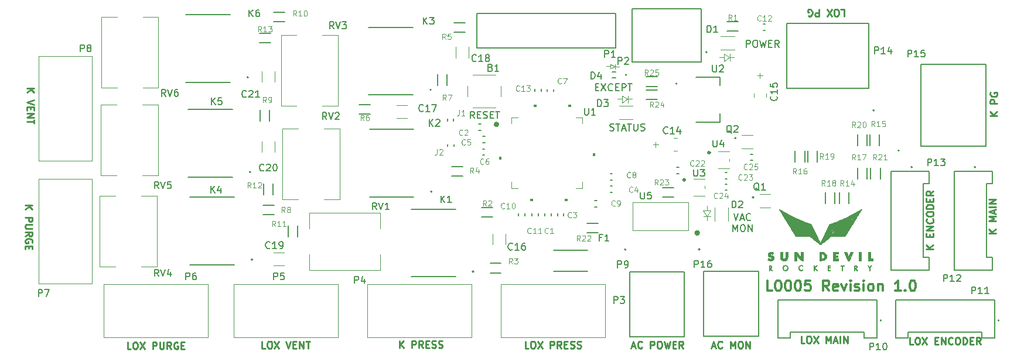
<source format=gbr>
%TF.GenerationSoftware,KiCad,Pcbnew,6.0.0*%
%TF.CreationDate,2022-01-09T21:40:48-07:00*%
%TF.ProjectId,L0005-Valve-Controller,4c303030-352d-4566-916c-76652d436f6e,1.0*%
%TF.SameCoordinates,Original*%
%TF.FileFunction,Legend,Top*%
%TF.FilePolarity,Positive*%
%FSLAX46Y46*%
G04 Gerber Fmt 4.6, Leading zero omitted, Abs format (unit mm)*
G04 Created by KiCad (PCBNEW 6.0.0) date 2022-01-09 21:40:48*
%MOMM*%
%LPD*%
G01*
G04 APERTURE LIST*
%ADD10C,0.150000*%
%ADD11C,0.254000*%
%ADD12C,0.203200*%
%ADD13C,0.300000*%
%ADD14C,0.076200*%
%ADD15C,0.177800*%
%ADD16C,0.127000*%
%ADD17C,0.200000*%
%ADD18C,0.120000*%
%ADD19C,0.010000*%
%ADD20C,0.400000*%
%ADD21C,0.100000*%
G04 APERTURE END LIST*
D10*
X159723295Y-107206980D02*
X160056628Y-108206980D01*
X160389961Y-107206980D01*
X160675676Y-107921266D02*
X161151866Y-107921266D01*
X160580438Y-108206980D02*
X160913771Y-107206980D01*
X161247104Y-108206980D01*
X162151866Y-108111742D02*
X162104247Y-108159361D01*
X161961390Y-108206980D01*
X161866152Y-108206980D01*
X161723295Y-108159361D01*
X161628057Y-108064123D01*
X161580438Y-107968885D01*
X161532819Y-107778409D01*
X161532819Y-107635552D01*
X161580438Y-107445076D01*
X161628057Y-107349838D01*
X161723295Y-107254600D01*
X161866152Y-107206980D01*
X161961390Y-107206980D01*
X162104247Y-107254600D01*
X162151866Y-107302219D01*
X159604247Y-109816980D02*
X159604247Y-108816980D01*
X159937580Y-109531266D01*
X160270914Y-108816980D01*
X160270914Y-109816980D01*
X160937580Y-108816980D02*
X161128057Y-108816980D01*
X161223295Y-108864600D01*
X161318533Y-108959838D01*
X161366152Y-109150314D01*
X161366152Y-109483647D01*
X161318533Y-109674123D01*
X161223295Y-109769361D01*
X161128057Y-109816980D01*
X160937580Y-109816980D01*
X160842342Y-109769361D01*
X160747104Y-109674123D01*
X160699485Y-109483647D01*
X160699485Y-109150314D01*
X160747104Y-108959838D01*
X160842342Y-108864600D01*
X160937580Y-108816980D01*
X161794723Y-109816980D02*
X161794723Y-108816980D01*
X162366152Y-109816980D01*
X162366152Y-108816980D01*
D11*
X57579380Y-89099571D02*
X58595380Y-89099571D01*
X57579380Y-89680142D02*
X58159952Y-89244714D01*
X58595380Y-89680142D02*
X58014809Y-89099571D01*
X58595380Y-90744523D02*
X57579380Y-91083190D01*
X58595380Y-91421857D01*
X58111571Y-91760523D02*
X58111571Y-92099190D01*
X57579380Y-92244333D02*
X57579380Y-91760523D01*
X58595380Y-91760523D01*
X58595380Y-92244333D01*
X57579380Y-92679761D02*
X58595380Y-92679761D01*
X57579380Y-93260333D01*
X58595380Y-93260333D01*
X58595380Y-93599000D02*
X58595380Y-94179571D01*
X57579380Y-93889285D02*
X58595380Y-93889285D01*
D12*
X141819690Y-95153238D02*
X141964833Y-95201619D01*
X142206738Y-95201619D01*
X142303500Y-95153238D01*
X142351880Y-95104857D01*
X142400261Y-95008095D01*
X142400261Y-94911333D01*
X142351880Y-94814571D01*
X142303500Y-94766190D01*
X142206738Y-94717809D01*
X142013214Y-94669428D01*
X141916452Y-94621047D01*
X141868071Y-94572666D01*
X141819690Y-94475904D01*
X141819690Y-94379142D01*
X141868071Y-94282380D01*
X141916452Y-94234000D01*
X142013214Y-94185619D01*
X142255119Y-94185619D01*
X142400261Y-94234000D01*
X142690547Y-94185619D02*
X143271119Y-94185619D01*
X142980833Y-95201619D02*
X142980833Y-94185619D01*
X143561404Y-94911333D02*
X144045214Y-94911333D01*
X143464642Y-95201619D02*
X143803309Y-94185619D01*
X144141976Y-95201619D01*
X144335500Y-94185619D02*
X144916071Y-94185619D01*
X144625785Y-95201619D02*
X144625785Y-94185619D01*
X145254738Y-94185619D02*
X145254738Y-95008095D01*
X145303119Y-95104857D01*
X145351500Y-95153238D01*
X145448261Y-95201619D01*
X145641785Y-95201619D01*
X145738547Y-95153238D01*
X145786928Y-95104857D01*
X145835309Y-95008095D01*
X145835309Y-94185619D01*
X146270738Y-95153238D02*
X146415880Y-95201619D01*
X146657785Y-95201619D01*
X146754547Y-95153238D01*
X146802928Y-95104857D01*
X146851309Y-95008095D01*
X146851309Y-94911333D01*
X146802928Y-94814571D01*
X146754547Y-94766190D01*
X146657785Y-94717809D01*
X146464261Y-94669428D01*
X146367500Y-94621047D01*
X146319119Y-94572666D01*
X146270738Y-94475904D01*
X146270738Y-94379142D01*
X146319119Y-94282380D01*
X146367500Y-94234000D01*
X146464261Y-94185619D01*
X146706166Y-94185619D01*
X146851309Y-94234000D01*
D11*
X185649809Y-126138819D02*
X185166000Y-126138819D01*
X185166000Y-125122819D01*
X186182000Y-125122819D02*
X186375523Y-125122819D01*
X186472285Y-125171200D01*
X186569047Y-125267961D01*
X186617428Y-125461485D01*
X186617428Y-125800152D01*
X186569047Y-125993676D01*
X186472285Y-126090438D01*
X186375523Y-126138819D01*
X186182000Y-126138819D01*
X186085238Y-126090438D01*
X185988476Y-125993676D01*
X185940095Y-125800152D01*
X185940095Y-125461485D01*
X185988476Y-125267961D01*
X186085238Y-125171200D01*
X186182000Y-125122819D01*
X186956095Y-125122819D02*
X187633428Y-126138819D01*
X187633428Y-125122819D02*
X186956095Y-126138819D01*
X188794571Y-125606628D02*
X189133238Y-125606628D01*
X189278380Y-126138819D02*
X188794571Y-126138819D01*
X188794571Y-125122819D01*
X189278380Y-125122819D01*
X189713809Y-126138819D02*
X189713809Y-125122819D01*
X190294380Y-126138819D01*
X190294380Y-125122819D01*
X191358761Y-126042057D02*
X191310380Y-126090438D01*
X191165238Y-126138819D01*
X191068476Y-126138819D01*
X190923333Y-126090438D01*
X190826571Y-125993676D01*
X190778190Y-125896914D01*
X190729809Y-125703390D01*
X190729809Y-125558247D01*
X190778190Y-125364723D01*
X190826571Y-125267961D01*
X190923333Y-125171200D01*
X191068476Y-125122819D01*
X191165238Y-125122819D01*
X191310380Y-125171200D01*
X191358761Y-125219580D01*
X191987714Y-125122819D02*
X192181238Y-125122819D01*
X192278000Y-125171200D01*
X192374761Y-125267961D01*
X192423142Y-125461485D01*
X192423142Y-125800152D01*
X192374761Y-125993676D01*
X192278000Y-126090438D01*
X192181238Y-126138819D01*
X191987714Y-126138819D01*
X191890952Y-126090438D01*
X191794190Y-125993676D01*
X191745809Y-125800152D01*
X191745809Y-125461485D01*
X191794190Y-125267961D01*
X191890952Y-125171200D01*
X191987714Y-125122819D01*
X192858571Y-126138819D02*
X192858571Y-125122819D01*
X193100476Y-125122819D01*
X193245619Y-125171200D01*
X193342380Y-125267961D01*
X193390761Y-125364723D01*
X193439142Y-125558247D01*
X193439142Y-125703390D01*
X193390761Y-125896914D01*
X193342380Y-125993676D01*
X193245619Y-126090438D01*
X193100476Y-126138819D01*
X192858571Y-126138819D01*
X193874571Y-125606628D02*
X194213238Y-125606628D01*
X194358380Y-126138819D02*
X193874571Y-126138819D01*
X193874571Y-125122819D01*
X194358380Y-125122819D01*
X195374380Y-126138819D02*
X195035714Y-125655009D01*
X194793809Y-126138819D02*
X194793809Y-125122819D01*
X195180857Y-125122819D01*
X195277619Y-125171200D01*
X195326000Y-125219580D01*
X195374380Y-125316342D01*
X195374380Y-125461485D01*
X195326000Y-125558247D01*
X195277619Y-125606628D01*
X195180857Y-125655009D01*
X194793809Y-125655009D01*
X197817619Y-93007542D02*
X196801619Y-93007542D01*
X197817619Y-92426971D02*
X197237047Y-92862400D01*
X196801619Y-92426971D02*
X197382190Y-93007542D01*
X197817619Y-91217447D02*
X196801619Y-91217447D01*
X196801619Y-90830400D01*
X196850000Y-90733638D01*
X196898380Y-90685257D01*
X196995142Y-90636876D01*
X197140285Y-90636876D01*
X197237047Y-90685257D01*
X197285428Y-90733638D01*
X197333809Y-90830400D01*
X197333809Y-91217447D01*
X196850000Y-89669257D02*
X196801619Y-89766019D01*
X196801619Y-89911161D01*
X196850000Y-90056304D01*
X196946761Y-90153066D01*
X197043523Y-90201447D01*
X197237047Y-90249828D01*
X197382190Y-90249828D01*
X197575714Y-90201447D01*
X197672476Y-90153066D01*
X197769238Y-90056304D01*
X197817619Y-89911161D01*
X197817619Y-89814400D01*
X197769238Y-89669257D01*
X197720857Y-89620876D01*
X197382190Y-89620876D01*
X197382190Y-89814400D01*
X197614419Y-110037638D02*
X196598419Y-110037638D01*
X197614419Y-109457066D02*
X197033847Y-109892495D01*
X196598419Y-109457066D02*
X197178990Y-110037638D01*
X197614419Y-108247542D02*
X196598419Y-108247542D01*
X197324133Y-107908876D01*
X196598419Y-107570209D01*
X197614419Y-107570209D01*
X197324133Y-107134780D02*
X197324133Y-106650971D01*
X197614419Y-107231542D02*
X196598419Y-106892876D01*
X197614419Y-106554209D01*
X197614419Y-106215542D02*
X196598419Y-106215542D01*
X197614419Y-105731733D02*
X196598419Y-105731733D01*
X197614419Y-105151161D01*
X196598419Y-105151161D01*
D13*
X165295714Y-118382171D02*
X164581428Y-118382171D01*
X164581428Y-116882171D01*
X166081428Y-116882171D02*
X166224285Y-116882171D01*
X166367142Y-116953600D01*
X166438571Y-117025028D01*
X166510000Y-117167885D01*
X166581428Y-117453600D01*
X166581428Y-117810742D01*
X166510000Y-118096457D01*
X166438571Y-118239314D01*
X166367142Y-118310742D01*
X166224285Y-118382171D01*
X166081428Y-118382171D01*
X165938571Y-118310742D01*
X165867142Y-118239314D01*
X165795714Y-118096457D01*
X165724285Y-117810742D01*
X165724285Y-117453600D01*
X165795714Y-117167885D01*
X165867142Y-117025028D01*
X165938571Y-116953600D01*
X166081428Y-116882171D01*
X167510000Y-116882171D02*
X167652857Y-116882171D01*
X167795714Y-116953600D01*
X167867142Y-117025028D01*
X167938571Y-117167885D01*
X168010000Y-117453600D01*
X168010000Y-117810742D01*
X167938571Y-118096457D01*
X167867142Y-118239314D01*
X167795714Y-118310742D01*
X167652857Y-118382171D01*
X167510000Y-118382171D01*
X167367142Y-118310742D01*
X167295714Y-118239314D01*
X167224285Y-118096457D01*
X167152857Y-117810742D01*
X167152857Y-117453600D01*
X167224285Y-117167885D01*
X167295714Y-117025028D01*
X167367142Y-116953600D01*
X167510000Y-116882171D01*
X168938571Y-116882171D02*
X169081428Y-116882171D01*
X169224285Y-116953600D01*
X169295714Y-117025028D01*
X169367142Y-117167885D01*
X169438571Y-117453600D01*
X169438571Y-117810742D01*
X169367142Y-118096457D01*
X169295714Y-118239314D01*
X169224285Y-118310742D01*
X169081428Y-118382171D01*
X168938571Y-118382171D01*
X168795714Y-118310742D01*
X168724285Y-118239314D01*
X168652857Y-118096457D01*
X168581428Y-117810742D01*
X168581428Y-117453600D01*
X168652857Y-117167885D01*
X168724285Y-117025028D01*
X168795714Y-116953600D01*
X168938571Y-116882171D01*
X170795714Y-116882171D02*
X170081428Y-116882171D01*
X170010000Y-117596457D01*
X170081428Y-117525028D01*
X170224285Y-117453600D01*
X170581428Y-117453600D01*
X170724285Y-117525028D01*
X170795714Y-117596457D01*
X170867142Y-117739314D01*
X170867142Y-118096457D01*
X170795714Y-118239314D01*
X170724285Y-118310742D01*
X170581428Y-118382171D01*
X170224285Y-118382171D01*
X170081428Y-118310742D01*
X170010000Y-118239314D01*
X173510000Y-118382171D02*
X173010000Y-117667885D01*
X172652857Y-118382171D02*
X172652857Y-116882171D01*
X173224285Y-116882171D01*
X173367142Y-116953600D01*
X173438571Y-117025028D01*
X173510000Y-117167885D01*
X173510000Y-117382171D01*
X173438571Y-117525028D01*
X173367142Y-117596457D01*
X173224285Y-117667885D01*
X172652857Y-117667885D01*
X174724285Y-118310742D02*
X174581428Y-118382171D01*
X174295714Y-118382171D01*
X174152857Y-118310742D01*
X174081428Y-118167885D01*
X174081428Y-117596457D01*
X174152857Y-117453600D01*
X174295714Y-117382171D01*
X174581428Y-117382171D01*
X174724285Y-117453600D01*
X174795714Y-117596457D01*
X174795714Y-117739314D01*
X174081428Y-117882171D01*
X175295714Y-117382171D02*
X175652857Y-118382171D01*
X176010000Y-117382171D01*
X176581428Y-118382171D02*
X176581428Y-117382171D01*
X176581428Y-116882171D02*
X176509999Y-116953600D01*
X176581428Y-117025028D01*
X176652857Y-116953600D01*
X176581428Y-116882171D01*
X176581428Y-117025028D01*
X177224285Y-118310742D02*
X177367142Y-118382171D01*
X177652857Y-118382171D01*
X177795714Y-118310742D01*
X177867142Y-118167885D01*
X177867142Y-118096457D01*
X177795714Y-117953600D01*
X177652857Y-117882171D01*
X177438571Y-117882171D01*
X177295714Y-117810742D01*
X177224285Y-117667885D01*
X177224285Y-117596457D01*
X177295714Y-117453600D01*
X177438571Y-117382171D01*
X177652857Y-117382171D01*
X177795714Y-117453600D01*
X178509999Y-118382171D02*
X178509999Y-117382171D01*
X178509999Y-116882171D02*
X178438571Y-116953600D01*
X178509999Y-117025028D01*
X178581428Y-116953600D01*
X178509999Y-116882171D01*
X178509999Y-117025028D01*
X179438571Y-118382171D02*
X179295714Y-118310742D01*
X179224285Y-118239314D01*
X179152857Y-118096457D01*
X179152857Y-117667885D01*
X179224285Y-117525028D01*
X179295714Y-117453600D01*
X179438571Y-117382171D01*
X179652857Y-117382171D01*
X179795714Y-117453600D01*
X179867142Y-117525028D01*
X179938571Y-117667885D01*
X179938571Y-118096457D01*
X179867142Y-118239314D01*
X179795714Y-118310742D01*
X179652857Y-118382171D01*
X179438571Y-118382171D01*
X180581428Y-117382171D02*
X180581428Y-118382171D01*
X180581428Y-117525028D02*
X180652857Y-117453600D01*
X180795714Y-117382171D01*
X181010000Y-117382171D01*
X181152857Y-117453600D01*
X181224285Y-117596457D01*
X181224285Y-118382171D01*
X183867142Y-118382171D02*
X183010000Y-118382171D01*
X183438571Y-118382171D02*
X183438571Y-116882171D01*
X183295714Y-117096457D01*
X183152857Y-117239314D01*
X183010000Y-117310742D01*
X184510000Y-118239314D02*
X184581428Y-118310742D01*
X184510000Y-118382171D01*
X184438571Y-118310742D01*
X184510000Y-118239314D01*
X184510000Y-118382171D01*
X185509999Y-116882171D02*
X185652857Y-116882171D01*
X185795714Y-116953600D01*
X185867142Y-117025028D01*
X185938571Y-117167885D01*
X186009999Y-117453600D01*
X186009999Y-117810742D01*
X185938571Y-118096457D01*
X185867142Y-118239314D01*
X185795714Y-118310742D01*
X185652857Y-118382171D01*
X185509999Y-118382171D01*
X185367142Y-118310742D01*
X185295714Y-118239314D01*
X185224285Y-118096457D01*
X185152857Y-117810742D01*
X185152857Y-117453600D01*
X185224285Y-117167885D01*
X185295714Y-117025028D01*
X185367142Y-116953600D01*
X185509999Y-116882171D01*
D11*
X72595619Y-126824619D02*
X72111809Y-126824619D01*
X72111809Y-125808619D01*
X73127809Y-125808619D02*
X73321333Y-125808619D01*
X73418095Y-125857000D01*
X73514857Y-125953761D01*
X73563238Y-126147285D01*
X73563238Y-126485952D01*
X73514857Y-126679476D01*
X73418095Y-126776238D01*
X73321333Y-126824619D01*
X73127809Y-126824619D01*
X73031047Y-126776238D01*
X72934285Y-126679476D01*
X72885904Y-126485952D01*
X72885904Y-126147285D01*
X72934285Y-125953761D01*
X73031047Y-125857000D01*
X73127809Y-125808619D01*
X73901904Y-125808619D02*
X74579238Y-126824619D01*
X74579238Y-125808619D02*
X73901904Y-126824619D01*
X75740380Y-126824619D02*
X75740380Y-125808619D01*
X76127428Y-125808619D01*
X76224190Y-125857000D01*
X76272571Y-125905380D01*
X76320952Y-126002142D01*
X76320952Y-126147285D01*
X76272571Y-126244047D01*
X76224190Y-126292428D01*
X76127428Y-126340809D01*
X75740380Y-126340809D01*
X76756380Y-125808619D02*
X76756380Y-126631095D01*
X76804761Y-126727857D01*
X76853142Y-126776238D01*
X76949904Y-126824619D01*
X77143428Y-126824619D01*
X77240190Y-126776238D01*
X77288571Y-126727857D01*
X77336952Y-126631095D01*
X77336952Y-125808619D01*
X78401333Y-126824619D02*
X78062666Y-126340809D01*
X77820761Y-126824619D02*
X77820761Y-125808619D01*
X78207809Y-125808619D01*
X78304571Y-125857000D01*
X78352952Y-125905380D01*
X78401333Y-126002142D01*
X78401333Y-126147285D01*
X78352952Y-126244047D01*
X78304571Y-126292428D01*
X78207809Y-126340809D01*
X77820761Y-126340809D01*
X79368952Y-125857000D02*
X79272190Y-125808619D01*
X79127047Y-125808619D01*
X78981904Y-125857000D01*
X78885142Y-125953761D01*
X78836761Y-126050523D01*
X78788380Y-126244047D01*
X78788380Y-126389190D01*
X78836761Y-126582714D01*
X78885142Y-126679476D01*
X78981904Y-126776238D01*
X79127047Y-126824619D01*
X79223809Y-126824619D01*
X79368952Y-126776238D01*
X79417333Y-126727857D01*
X79417333Y-126389190D01*
X79223809Y-126389190D01*
X79852761Y-126292428D02*
X80191428Y-126292428D01*
X80336571Y-126824619D02*
X79852761Y-126824619D01*
X79852761Y-125808619D01*
X80336571Y-125808619D01*
X188572019Y-112313961D02*
X187556019Y-112313961D01*
X188572019Y-111733390D02*
X187991447Y-112168819D01*
X187556019Y-111733390D02*
X188136590Y-112313961D01*
X188039828Y-110523866D02*
X188039828Y-110185200D01*
X188572019Y-110040057D02*
X188572019Y-110523866D01*
X187556019Y-110523866D01*
X187556019Y-110040057D01*
X188572019Y-109604628D02*
X187556019Y-109604628D01*
X188572019Y-109024057D01*
X187556019Y-109024057D01*
X188475257Y-107959676D02*
X188523638Y-108008057D01*
X188572019Y-108153200D01*
X188572019Y-108249961D01*
X188523638Y-108395104D01*
X188426876Y-108491866D01*
X188330114Y-108540247D01*
X188136590Y-108588628D01*
X187991447Y-108588628D01*
X187797923Y-108540247D01*
X187701161Y-108491866D01*
X187604400Y-108395104D01*
X187556019Y-108249961D01*
X187556019Y-108153200D01*
X187604400Y-108008057D01*
X187652780Y-107959676D01*
X187556019Y-107330723D02*
X187556019Y-107137200D01*
X187604400Y-107040438D01*
X187701161Y-106943676D01*
X187894685Y-106895295D01*
X188233352Y-106895295D01*
X188426876Y-106943676D01*
X188523638Y-107040438D01*
X188572019Y-107137200D01*
X188572019Y-107330723D01*
X188523638Y-107427485D01*
X188426876Y-107524247D01*
X188233352Y-107572628D01*
X187894685Y-107572628D01*
X187701161Y-107524247D01*
X187604400Y-107427485D01*
X187556019Y-107330723D01*
X188572019Y-106459866D02*
X187556019Y-106459866D01*
X187556019Y-106217961D01*
X187604400Y-106072819D01*
X187701161Y-105976057D01*
X187797923Y-105927676D01*
X187991447Y-105879295D01*
X188136590Y-105879295D01*
X188330114Y-105927676D01*
X188426876Y-105976057D01*
X188523638Y-106072819D01*
X188572019Y-106217961D01*
X188572019Y-106459866D01*
X188039828Y-105443866D02*
X188039828Y-105105200D01*
X188572019Y-104960057D02*
X188572019Y-105443866D01*
X187556019Y-105443866D01*
X187556019Y-104960057D01*
X188572019Y-103944057D02*
X188088209Y-104282723D01*
X188572019Y-104524628D02*
X187556019Y-104524628D01*
X187556019Y-104137580D01*
X187604400Y-104040819D01*
X187652780Y-103992438D01*
X187749542Y-103944057D01*
X187894685Y-103944057D01*
X187991447Y-103992438D01*
X188039828Y-104040819D01*
X188088209Y-104137580D01*
X188088209Y-104524628D01*
X144966266Y-126407333D02*
X145450076Y-126407333D01*
X144869504Y-126697619D02*
X145208171Y-125681619D01*
X145546838Y-126697619D01*
X146466076Y-126600857D02*
X146417695Y-126649238D01*
X146272552Y-126697619D01*
X146175790Y-126697619D01*
X146030647Y-126649238D01*
X145933885Y-126552476D01*
X145885504Y-126455714D01*
X145837123Y-126262190D01*
X145837123Y-126117047D01*
X145885504Y-125923523D01*
X145933885Y-125826761D01*
X146030647Y-125730000D01*
X146175790Y-125681619D01*
X146272552Y-125681619D01*
X146417695Y-125730000D01*
X146466076Y-125778380D01*
X147675600Y-126697619D02*
X147675600Y-125681619D01*
X148062647Y-125681619D01*
X148159409Y-125730000D01*
X148207790Y-125778380D01*
X148256171Y-125875142D01*
X148256171Y-126020285D01*
X148207790Y-126117047D01*
X148159409Y-126165428D01*
X148062647Y-126213809D01*
X147675600Y-126213809D01*
X148885123Y-125681619D02*
X149078647Y-125681619D01*
X149175409Y-125730000D01*
X149272171Y-125826761D01*
X149320552Y-126020285D01*
X149320552Y-126358952D01*
X149272171Y-126552476D01*
X149175409Y-126649238D01*
X149078647Y-126697619D01*
X148885123Y-126697619D01*
X148788361Y-126649238D01*
X148691600Y-126552476D01*
X148643219Y-126358952D01*
X148643219Y-126020285D01*
X148691600Y-125826761D01*
X148788361Y-125730000D01*
X148885123Y-125681619D01*
X149659219Y-125681619D02*
X149901123Y-126697619D01*
X150094647Y-125971904D01*
X150288171Y-126697619D01*
X150530076Y-125681619D01*
X150917123Y-126165428D02*
X151255790Y-126165428D01*
X151400933Y-126697619D02*
X150917123Y-126697619D01*
X150917123Y-125681619D01*
X151400933Y-125681619D01*
X152416933Y-126697619D02*
X152078266Y-126213809D01*
X151836361Y-126697619D02*
X151836361Y-125681619D01*
X152223409Y-125681619D01*
X152320171Y-125730000D01*
X152368552Y-125778380D01*
X152416933Y-125875142D01*
X152416933Y-126020285D01*
X152368552Y-126117047D01*
X152320171Y-126165428D01*
X152223409Y-126213809D01*
X151836361Y-126213809D01*
X92029642Y-126697619D02*
X91545833Y-126697619D01*
X91545833Y-125681619D01*
X92561833Y-125681619D02*
X92755357Y-125681619D01*
X92852119Y-125730000D01*
X92948880Y-125826761D01*
X92997261Y-126020285D01*
X92997261Y-126358952D01*
X92948880Y-126552476D01*
X92852119Y-126649238D01*
X92755357Y-126697619D01*
X92561833Y-126697619D01*
X92465071Y-126649238D01*
X92368309Y-126552476D01*
X92319928Y-126358952D01*
X92319928Y-126020285D01*
X92368309Y-125826761D01*
X92465071Y-125730000D01*
X92561833Y-125681619D01*
X93335928Y-125681619D02*
X94013261Y-126697619D01*
X94013261Y-125681619D02*
X93335928Y-126697619D01*
X95029261Y-125681619D02*
X95367928Y-126697619D01*
X95706595Y-125681619D01*
X96045261Y-126165428D02*
X96383928Y-126165428D01*
X96529071Y-126697619D02*
X96045261Y-126697619D01*
X96045261Y-125681619D01*
X96529071Y-125681619D01*
X96964500Y-126697619D02*
X96964500Y-125681619D01*
X97545071Y-126697619D01*
X97545071Y-125681619D01*
X97883738Y-125681619D02*
X98464309Y-125681619D01*
X98174023Y-126697619D02*
X98174023Y-125681619D01*
X111394119Y-126634119D02*
X111394119Y-125618119D01*
X111974690Y-126634119D02*
X111539261Y-126053547D01*
X111974690Y-125618119D02*
X111394119Y-126198690D01*
X113184214Y-126634119D02*
X113184214Y-125618119D01*
X113571261Y-125618119D01*
X113668023Y-125666500D01*
X113716404Y-125714880D01*
X113764785Y-125811642D01*
X113764785Y-125956785D01*
X113716404Y-126053547D01*
X113668023Y-126101928D01*
X113571261Y-126150309D01*
X113184214Y-126150309D01*
X114780785Y-126634119D02*
X114442119Y-126150309D01*
X114200214Y-126634119D02*
X114200214Y-125618119D01*
X114587261Y-125618119D01*
X114684023Y-125666500D01*
X114732404Y-125714880D01*
X114780785Y-125811642D01*
X114780785Y-125956785D01*
X114732404Y-126053547D01*
X114684023Y-126101928D01*
X114587261Y-126150309D01*
X114200214Y-126150309D01*
X115216214Y-126101928D02*
X115554880Y-126101928D01*
X115700023Y-126634119D02*
X115216214Y-126634119D01*
X115216214Y-125618119D01*
X115700023Y-125618119D01*
X116087071Y-126585738D02*
X116232214Y-126634119D01*
X116474119Y-126634119D01*
X116570880Y-126585738D01*
X116619261Y-126537357D01*
X116667642Y-126440595D01*
X116667642Y-126343833D01*
X116619261Y-126247071D01*
X116570880Y-126198690D01*
X116474119Y-126150309D01*
X116280595Y-126101928D01*
X116183833Y-126053547D01*
X116135452Y-126005166D01*
X116087071Y-125908404D01*
X116087071Y-125811642D01*
X116135452Y-125714880D01*
X116183833Y-125666500D01*
X116280595Y-125618119D01*
X116522500Y-125618119D01*
X116667642Y-125666500D01*
X117054690Y-126585738D02*
X117199833Y-126634119D01*
X117441738Y-126634119D01*
X117538500Y-126585738D01*
X117586880Y-126537357D01*
X117635261Y-126440595D01*
X117635261Y-126343833D01*
X117586880Y-126247071D01*
X117538500Y-126198690D01*
X117441738Y-126150309D01*
X117248214Y-126101928D01*
X117151452Y-126053547D01*
X117103071Y-126005166D01*
X117054690Y-125908404D01*
X117054690Y-125811642D01*
X117103071Y-125714880D01*
X117151452Y-125666500D01*
X117248214Y-125618119D01*
X117490119Y-125618119D01*
X117635261Y-125666500D01*
X130072190Y-126697619D02*
X129588380Y-126697619D01*
X129588380Y-125681619D01*
X130604380Y-125681619D02*
X130797904Y-125681619D01*
X130894666Y-125730000D01*
X130991428Y-125826761D01*
X131039809Y-126020285D01*
X131039809Y-126358952D01*
X130991428Y-126552476D01*
X130894666Y-126649238D01*
X130797904Y-126697619D01*
X130604380Y-126697619D01*
X130507619Y-126649238D01*
X130410857Y-126552476D01*
X130362476Y-126358952D01*
X130362476Y-126020285D01*
X130410857Y-125826761D01*
X130507619Y-125730000D01*
X130604380Y-125681619D01*
X131378476Y-125681619D02*
X132055809Y-126697619D01*
X132055809Y-125681619D02*
X131378476Y-126697619D01*
X133216952Y-126697619D02*
X133216952Y-125681619D01*
X133604000Y-125681619D01*
X133700761Y-125730000D01*
X133749142Y-125778380D01*
X133797523Y-125875142D01*
X133797523Y-126020285D01*
X133749142Y-126117047D01*
X133700761Y-126165428D01*
X133604000Y-126213809D01*
X133216952Y-126213809D01*
X134813523Y-126697619D02*
X134474857Y-126213809D01*
X134232952Y-126697619D02*
X134232952Y-125681619D01*
X134620000Y-125681619D01*
X134716761Y-125730000D01*
X134765142Y-125778380D01*
X134813523Y-125875142D01*
X134813523Y-126020285D01*
X134765142Y-126117047D01*
X134716761Y-126165428D01*
X134620000Y-126213809D01*
X134232952Y-126213809D01*
X135248952Y-126165428D02*
X135587619Y-126165428D01*
X135732761Y-126697619D02*
X135248952Y-126697619D01*
X135248952Y-125681619D01*
X135732761Y-125681619D01*
X136119809Y-126649238D02*
X136264952Y-126697619D01*
X136506857Y-126697619D01*
X136603619Y-126649238D01*
X136652000Y-126600857D01*
X136700380Y-126504095D01*
X136700380Y-126407333D01*
X136652000Y-126310571D01*
X136603619Y-126262190D01*
X136506857Y-126213809D01*
X136313333Y-126165428D01*
X136216571Y-126117047D01*
X136168190Y-126068666D01*
X136119809Y-125971904D01*
X136119809Y-125875142D01*
X136168190Y-125778380D01*
X136216571Y-125730000D01*
X136313333Y-125681619D01*
X136555238Y-125681619D01*
X136700380Y-125730000D01*
X137087428Y-126649238D02*
X137232571Y-126697619D01*
X137474476Y-126697619D01*
X137571238Y-126649238D01*
X137619619Y-126600857D01*
X137668000Y-126504095D01*
X137668000Y-126407333D01*
X137619619Y-126310571D01*
X137571238Y-126262190D01*
X137474476Y-126213809D01*
X137280952Y-126165428D01*
X137184190Y-126117047D01*
X137135809Y-126068666D01*
X137087428Y-125971904D01*
X137087428Y-125875142D01*
X137135809Y-125778380D01*
X137184190Y-125730000D01*
X137280952Y-125681619D01*
X137522857Y-125681619D01*
X137668000Y-125730000D01*
D10*
X122245619Y-93416380D02*
X121912285Y-92940190D01*
X121674190Y-93416380D02*
X121674190Y-92416380D01*
X122055142Y-92416380D01*
X122150380Y-92464000D01*
X122198000Y-92511619D01*
X122245619Y-92606857D01*
X122245619Y-92749714D01*
X122198000Y-92844952D01*
X122150380Y-92892571D01*
X122055142Y-92940190D01*
X121674190Y-92940190D01*
X122674190Y-92892571D02*
X123007523Y-92892571D01*
X123150380Y-93416380D02*
X122674190Y-93416380D01*
X122674190Y-92416380D01*
X123150380Y-92416380D01*
X123531333Y-93368761D02*
X123674190Y-93416380D01*
X123912285Y-93416380D01*
X124007523Y-93368761D01*
X124055142Y-93321142D01*
X124102761Y-93225904D01*
X124102761Y-93130666D01*
X124055142Y-93035428D01*
X124007523Y-92987809D01*
X123912285Y-92940190D01*
X123721809Y-92892571D01*
X123626571Y-92844952D01*
X123578952Y-92797333D01*
X123531333Y-92702095D01*
X123531333Y-92606857D01*
X123578952Y-92511619D01*
X123626571Y-92464000D01*
X123721809Y-92416380D01*
X123959904Y-92416380D01*
X124102761Y-92464000D01*
X124531333Y-92892571D02*
X124864666Y-92892571D01*
X125007523Y-93416380D02*
X124531333Y-93416380D01*
X124531333Y-92416380D01*
X125007523Y-92416380D01*
X125293238Y-92416380D02*
X125864666Y-92416380D01*
X125578952Y-93416380D02*
X125578952Y-92416380D01*
D12*
X161534323Y-83111219D02*
X161534323Y-82095219D01*
X161921371Y-82095219D01*
X162018133Y-82143600D01*
X162066514Y-82191980D01*
X162114895Y-82288742D01*
X162114895Y-82433885D01*
X162066514Y-82530647D01*
X162018133Y-82579028D01*
X161921371Y-82627409D01*
X161534323Y-82627409D01*
X162743847Y-82095219D02*
X162937371Y-82095219D01*
X163034133Y-82143600D01*
X163130895Y-82240361D01*
X163179276Y-82433885D01*
X163179276Y-82772552D01*
X163130895Y-82966076D01*
X163034133Y-83062838D01*
X162937371Y-83111219D01*
X162743847Y-83111219D01*
X162647085Y-83062838D01*
X162550323Y-82966076D01*
X162501942Y-82772552D01*
X162501942Y-82433885D01*
X162550323Y-82240361D01*
X162647085Y-82143600D01*
X162743847Y-82095219D01*
X163517942Y-82095219D02*
X163759847Y-83111219D01*
X163953371Y-82385504D01*
X164146895Y-83111219D01*
X164388800Y-82095219D01*
X164775847Y-82579028D02*
X165114514Y-82579028D01*
X165259657Y-83111219D02*
X164775847Y-83111219D01*
X164775847Y-82095219D01*
X165259657Y-82095219D01*
X166275657Y-83111219D02*
X165936990Y-82627409D01*
X165695085Y-83111219D02*
X165695085Y-82095219D01*
X166082133Y-82095219D01*
X166178895Y-82143600D01*
X166227276Y-82191980D01*
X166275657Y-82288742D01*
X166275657Y-82433885D01*
X166227276Y-82530647D01*
X166178895Y-82579028D01*
X166082133Y-82627409D01*
X165695085Y-82627409D01*
D11*
X169942933Y-125935619D02*
X169459123Y-125935619D01*
X169459123Y-124919619D01*
X170475123Y-124919619D02*
X170668647Y-124919619D01*
X170765409Y-124968000D01*
X170862171Y-125064761D01*
X170910552Y-125258285D01*
X170910552Y-125596952D01*
X170862171Y-125790476D01*
X170765409Y-125887238D01*
X170668647Y-125935619D01*
X170475123Y-125935619D01*
X170378361Y-125887238D01*
X170281600Y-125790476D01*
X170233219Y-125596952D01*
X170233219Y-125258285D01*
X170281600Y-125064761D01*
X170378361Y-124968000D01*
X170475123Y-124919619D01*
X171249219Y-124919619D02*
X171926552Y-125935619D01*
X171926552Y-124919619D02*
X171249219Y-125935619D01*
X173087695Y-125935619D02*
X173087695Y-124919619D01*
X173426361Y-125645333D01*
X173765028Y-124919619D01*
X173765028Y-125935619D01*
X174200457Y-125645333D02*
X174684266Y-125645333D01*
X174103695Y-125935619D02*
X174442361Y-124919619D01*
X174781028Y-125935619D01*
X175119695Y-125935619D02*
X175119695Y-124919619D01*
X175603504Y-125935619D02*
X175603504Y-124919619D01*
X176184076Y-125935619D01*
X176184076Y-124919619D01*
D12*
X139739309Y-88890928D02*
X140077976Y-88890928D01*
X140223119Y-89423119D02*
X139739309Y-89423119D01*
X139739309Y-88407119D01*
X140223119Y-88407119D01*
X140561785Y-88407119D02*
X141239119Y-89423119D01*
X141239119Y-88407119D02*
X140561785Y-89423119D01*
X142206738Y-89326357D02*
X142158357Y-89374738D01*
X142013214Y-89423119D01*
X141916452Y-89423119D01*
X141771309Y-89374738D01*
X141674547Y-89277976D01*
X141626166Y-89181214D01*
X141577785Y-88987690D01*
X141577785Y-88842547D01*
X141626166Y-88649023D01*
X141674547Y-88552261D01*
X141771309Y-88455500D01*
X141916452Y-88407119D01*
X142013214Y-88407119D01*
X142158357Y-88455500D01*
X142206738Y-88503880D01*
X142642166Y-88890928D02*
X142980833Y-88890928D01*
X143125976Y-89423119D02*
X142642166Y-89423119D01*
X142642166Y-88407119D01*
X143125976Y-88407119D01*
X143561404Y-89423119D02*
X143561404Y-88407119D01*
X143948452Y-88407119D01*
X144045214Y-88455500D01*
X144093595Y-88503880D01*
X144141976Y-88600642D01*
X144141976Y-88745785D01*
X144093595Y-88842547D01*
X144045214Y-88890928D01*
X143948452Y-88939309D01*
X143561404Y-88939309D01*
X144432261Y-88407119D02*
X145012833Y-88407119D01*
X144722547Y-89423119D02*
X144722547Y-88407119D01*
D11*
X57325380Y-105987547D02*
X58341380Y-105987547D01*
X57325380Y-106568119D02*
X57905952Y-106132690D01*
X58341380Y-106568119D02*
X57760809Y-105987547D01*
X57325380Y-107777642D02*
X58341380Y-107777642D01*
X58341380Y-108164690D01*
X58293000Y-108261452D01*
X58244619Y-108309833D01*
X58147857Y-108358214D01*
X58002714Y-108358214D01*
X57905952Y-108309833D01*
X57857571Y-108261452D01*
X57809190Y-108164690D01*
X57809190Y-107777642D01*
X58341380Y-108793642D02*
X57518904Y-108793642D01*
X57422142Y-108842023D01*
X57373761Y-108890404D01*
X57325380Y-108987166D01*
X57325380Y-109180690D01*
X57373761Y-109277452D01*
X57422142Y-109325833D01*
X57518904Y-109374214D01*
X58341380Y-109374214D01*
X57325380Y-110438595D02*
X57809190Y-110099928D01*
X57325380Y-109858023D02*
X58341380Y-109858023D01*
X58341380Y-110245071D01*
X58293000Y-110341833D01*
X58244619Y-110390214D01*
X58147857Y-110438595D01*
X58002714Y-110438595D01*
X57905952Y-110390214D01*
X57857571Y-110341833D01*
X57809190Y-110245071D01*
X57809190Y-109858023D01*
X58293000Y-111406214D02*
X58341380Y-111309452D01*
X58341380Y-111164309D01*
X58293000Y-111019166D01*
X58196238Y-110922404D01*
X58099476Y-110874023D01*
X57905952Y-110825642D01*
X57760809Y-110825642D01*
X57567285Y-110874023D01*
X57470523Y-110922404D01*
X57373761Y-111019166D01*
X57325380Y-111164309D01*
X57325380Y-111261071D01*
X57373761Y-111406214D01*
X57422142Y-111454595D01*
X57760809Y-111454595D01*
X57760809Y-111261071D01*
X57857571Y-111890023D02*
X57857571Y-112228690D01*
X57325380Y-112373833D02*
X57325380Y-111890023D01*
X58341380Y-111890023D01*
X58341380Y-112373833D01*
X156526895Y-126407333D02*
X157010704Y-126407333D01*
X156430133Y-126697619D02*
X156768800Y-125681619D01*
X157107466Y-126697619D01*
X158026704Y-126600857D02*
X157978323Y-126649238D01*
X157833180Y-126697619D01*
X157736419Y-126697619D01*
X157591276Y-126649238D01*
X157494514Y-126552476D01*
X157446133Y-126455714D01*
X157397752Y-126262190D01*
X157397752Y-126117047D01*
X157446133Y-125923523D01*
X157494514Y-125826761D01*
X157591276Y-125730000D01*
X157736419Y-125681619D01*
X157833180Y-125681619D01*
X157978323Y-125730000D01*
X158026704Y-125778380D01*
X159236228Y-126697619D02*
X159236228Y-125681619D01*
X159574895Y-126407333D01*
X159913561Y-125681619D01*
X159913561Y-126697619D01*
X160590895Y-125681619D02*
X160784419Y-125681619D01*
X160881180Y-125730000D01*
X160977942Y-125826761D01*
X161026323Y-126020285D01*
X161026323Y-126358952D01*
X160977942Y-126552476D01*
X160881180Y-126649238D01*
X160784419Y-126697619D01*
X160590895Y-126697619D01*
X160494133Y-126649238D01*
X160397371Y-126552476D01*
X160348990Y-126358952D01*
X160348990Y-126020285D01*
X160397371Y-125826761D01*
X160494133Y-125730000D01*
X160590895Y-125681619D01*
X161461752Y-126697619D02*
X161461752Y-125681619D01*
X162042323Y-126697619D01*
X162042323Y-125681619D01*
X175180171Y-77619980D02*
X175663980Y-77619980D01*
X175663980Y-78635980D01*
X174647980Y-78635980D02*
X174454457Y-78635980D01*
X174357695Y-78587600D01*
X174260933Y-78490838D01*
X174212552Y-78297314D01*
X174212552Y-77958647D01*
X174260933Y-77765123D01*
X174357695Y-77668361D01*
X174454457Y-77619980D01*
X174647980Y-77619980D01*
X174744742Y-77668361D01*
X174841504Y-77765123D01*
X174889885Y-77958647D01*
X174889885Y-78297314D01*
X174841504Y-78490838D01*
X174744742Y-78587600D01*
X174647980Y-78635980D01*
X173873885Y-78635980D02*
X173196552Y-77619980D01*
X173196552Y-78635980D02*
X173873885Y-77619980D01*
X172035409Y-77619980D02*
X172035409Y-78635980D01*
X171648361Y-78635980D01*
X171551600Y-78587600D01*
X171503219Y-78539219D01*
X171454838Y-78442457D01*
X171454838Y-78297314D01*
X171503219Y-78200552D01*
X171551600Y-78152171D01*
X171648361Y-78103790D01*
X172035409Y-78103790D01*
X170487219Y-78587600D02*
X170583980Y-78635980D01*
X170729123Y-78635980D01*
X170874266Y-78587600D01*
X170971028Y-78490838D01*
X171019409Y-78394076D01*
X171067790Y-78200552D01*
X171067790Y-78055409D01*
X171019409Y-77861885D01*
X170971028Y-77765123D01*
X170874266Y-77668361D01*
X170729123Y-77619980D01*
X170632361Y-77619980D01*
X170487219Y-77668361D01*
X170438838Y-77716742D01*
X170438838Y-78055409D01*
X170632361Y-78055409D01*
D10*
%TO.C,U2*%
X156667295Y-85710780D02*
X156667295Y-86520304D01*
X156714914Y-86615542D01*
X156762533Y-86663161D01*
X156857771Y-86710780D01*
X157048247Y-86710780D01*
X157143485Y-86663161D01*
X157191104Y-86615542D01*
X157238723Y-86520304D01*
X157238723Y-85710780D01*
X157667295Y-85806019D02*
X157714914Y-85758400D01*
X157810152Y-85710780D01*
X158048247Y-85710780D01*
X158143485Y-85758400D01*
X158191104Y-85806019D01*
X158238723Y-85901257D01*
X158238723Y-85996495D01*
X158191104Y-86139352D01*
X157619676Y-86710780D01*
X158238723Y-86710780D01*
%TO.C,B1*%
X124560698Y-86052351D02*
X124703555Y-86099970D01*
X124751174Y-86147589D01*
X124798793Y-86242827D01*
X124798793Y-86385684D01*
X124751174Y-86480922D01*
X124703555Y-86528541D01*
X124608317Y-86576160D01*
X124227364Y-86576160D01*
X124227364Y-85576160D01*
X124560698Y-85576160D01*
X124655936Y-85623780D01*
X124703555Y-85671399D01*
X124751174Y-85766637D01*
X124751174Y-85861875D01*
X124703555Y-85957113D01*
X124655936Y-86004732D01*
X124560698Y-86052351D01*
X124227364Y-86052351D01*
X125751174Y-86576160D02*
X125179745Y-86576160D01*
X125465460Y-86576160D02*
X125465460Y-85576160D01*
X125370221Y-85719018D01*
X125274983Y-85814256D01*
X125179745Y-85861875D01*
D14*
%TO.C,C1*%
X132886466Y-109993394D02*
X132848371Y-110031489D01*
X132734085Y-110069584D01*
X132657895Y-110069584D01*
X132543609Y-110031489D01*
X132467419Y-109955299D01*
X132429323Y-109879108D01*
X132391228Y-109726727D01*
X132391228Y-109612441D01*
X132429323Y-109460060D01*
X132467419Y-109383870D01*
X132543609Y-109307680D01*
X132657895Y-109269584D01*
X132734085Y-109269584D01*
X132848371Y-109307680D01*
X132886466Y-109345775D01*
X133648371Y-110069584D02*
X133191228Y-110069584D01*
X133419800Y-110069584D02*
X133419800Y-109269584D01*
X133343609Y-109383870D01*
X133267419Y-109460060D01*
X133191228Y-109498156D01*
%TO.C,C2*%
X120516666Y-95789714D02*
X120478571Y-95827809D01*
X120364285Y-95865904D01*
X120288095Y-95865904D01*
X120173809Y-95827809D01*
X120097619Y-95751619D01*
X120059523Y-95675428D01*
X120021428Y-95523047D01*
X120021428Y-95408761D01*
X120059523Y-95256380D01*
X120097619Y-95180190D01*
X120173809Y-95104000D01*
X120288095Y-95065904D01*
X120364285Y-95065904D01*
X120478571Y-95104000D01*
X120516666Y-95142095D01*
X120821428Y-95142095D02*
X120859523Y-95104000D01*
X120935714Y-95065904D01*
X121126190Y-95065904D01*
X121202380Y-95104000D01*
X121240476Y-95142095D01*
X121278571Y-95218285D01*
X121278571Y-95294476D01*
X121240476Y-95408761D01*
X120783333Y-95865904D01*
X121278571Y-95865904D01*
%TO.C,C3*%
X136224026Y-107707394D02*
X136185931Y-107745489D01*
X136071645Y-107783584D01*
X135995455Y-107783584D01*
X135881169Y-107745489D01*
X135804979Y-107669299D01*
X135766883Y-107593108D01*
X135728788Y-107440727D01*
X135728788Y-107326441D01*
X135766883Y-107174060D01*
X135804979Y-107097870D01*
X135881169Y-107021680D01*
X135995455Y-106983584D01*
X136071645Y-106983584D01*
X136185931Y-107021680D01*
X136224026Y-107059775D01*
X136490693Y-106983584D02*
X136985931Y-106983584D01*
X136719264Y-107288346D01*
X136833550Y-107288346D01*
X136909740Y-107326441D01*
X136947836Y-107364537D01*
X136985931Y-107440727D01*
X136985931Y-107631203D01*
X136947836Y-107707394D01*
X136909740Y-107745489D01*
X136833550Y-107783584D01*
X136604979Y-107783584D01*
X136528788Y-107745489D01*
X136490693Y-107707394D01*
%TO.C,C4*%
X145103866Y-104034554D02*
X145065771Y-104072649D01*
X144951485Y-104110744D01*
X144875295Y-104110744D01*
X144761009Y-104072649D01*
X144684819Y-103996459D01*
X144646723Y-103920268D01*
X144608628Y-103767887D01*
X144608628Y-103653601D01*
X144646723Y-103501220D01*
X144684819Y-103425030D01*
X144761009Y-103348840D01*
X144875295Y-103310744D01*
X144951485Y-103310744D01*
X145065771Y-103348840D01*
X145103866Y-103386935D01*
X145789580Y-103577411D02*
X145789580Y-104110744D01*
X145599104Y-103272649D02*
X145408628Y-103844078D01*
X145903866Y-103844078D01*
%TO.C,C5*%
X120897666Y-97186714D02*
X120859571Y-97224809D01*
X120745285Y-97262904D01*
X120669095Y-97262904D01*
X120554809Y-97224809D01*
X120478619Y-97148619D01*
X120440523Y-97072428D01*
X120402428Y-96920047D01*
X120402428Y-96805761D01*
X120440523Y-96653380D01*
X120478619Y-96577190D01*
X120554809Y-96501000D01*
X120669095Y-96462904D01*
X120745285Y-96462904D01*
X120859571Y-96501000D01*
X120897666Y-96539095D01*
X121621476Y-96462904D02*
X121240523Y-96462904D01*
X121202428Y-96843857D01*
X121240523Y-96805761D01*
X121316714Y-96767666D01*
X121507190Y-96767666D01*
X121583380Y-96805761D01*
X121621476Y-96843857D01*
X121659571Y-96920047D01*
X121659571Y-97110523D01*
X121621476Y-97186714D01*
X121583380Y-97224809D01*
X121507190Y-97262904D01*
X121316714Y-97262904D01*
X121240523Y-97224809D01*
X121202428Y-97186714D01*
%TO.C,C6*%
X123564666Y-99980714D02*
X123526571Y-100018809D01*
X123412285Y-100056904D01*
X123336095Y-100056904D01*
X123221809Y-100018809D01*
X123145619Y-99942619D01*
X123107523Y-99866428D01*
X123069428Y-99714047D01*
X123069428Y-99599761D01*
X123107523Y-99447380D01*
X123145619Y-99371190D01*
X123221809Y-99295000D01*
X123336095Y-99256904D01*
X123412285Y-99256904D01*
X123526571Y-99295000D01*
X123564666Y-99333095D01*
X124250380Y-99256904D02*
X124098000Y-99256904D01*
X124021809Y-99295000D01*
X123983714Y-99333095D01*
X123907523Y-99447380D01*
X123869428Y-99599761D01*
X123869428Y-99904523D01*
X123907523Y-99980714D01*
X123945619Y-100018809D01*
X124021809Y-100056904D01*
X124174190Y-100056904D01*
X124250380Y-100018809D01*
X124288476Y-99980714D01*
X124326571Y-99904523D01*
X124326571Y-99714047D01*
X124288476Y-99637857D01*
X124250380Y-99599761D01*
X124174190Y-99561666D01*
X124021809Y-99561666D01*
X123945619Y-99599761D01*
X123907523Y-99637857D01*
X123869428Y-99714047D01*
%TO.C,C7*%
X134791466Y-88306874D02*
X134753371Y-88344969D01*
X134639085Y-88383064D01*
X134562895Y-88383064D01*
X134448609Y-88344969D01*
X134372419Y-88268779D01*
X134334323Y-88192588D01*
X134296228Y-88040207D01*
X134296228Y-87925921D01*
X134334323Y-87773540D01*
X134372419Y-87697350D01*
X134448609Y-87621160D01*
X134562895Y-87583064D01*
X134639085Y-87583064D01*
X134753371Y-87621160D01*
X134791466Y-87659255D01*
X135058133Y-87583064D02*
X135591466Y-87583064D01*
X135248609Y-88383064D01*
%TO.C,C8*%
X144793986Y-101931434D02*
X144755891Y-101969529D01*
X144641605Y-102007624D01*
X144565415Y-102007624D01*
X144451129Y-101969529D01*
X144374939Y-101893339D01*
X144336843Y-101817148D01*
X144298748Y-101664767D01*
X144298748Y-101550481D01*
X144336843Y-101398100D01*
X144374939Y-101321910D01*
X144451129Y-101245720D01*
X144565415Y-101207624D01*
X144641605Y-101207624D01*
X144755891Y-101245720D01*
X144793986Y-101283815D01*
X145251129Y-101550481D02*
X145174939Y-101512386D01*
X145136843Y-101474291D01*
X145098748Y-101398100D01*
X145098748Y-101360005D01*
X145136843Y-101283815D01*
X145174939Y-101245720D01*
X145251129Y-101207624D01*
X145403510Y-101207624D01*
X145479700Y-101245720D01*
X145517796Y-101283815D01*
X145555891Y-101360005D01*
X145555891Y-101398100D01*
X145517796Y-101474291D01*
X145479700Y-101512386D01*
X145403510Y-101550481D01*
X145251129Y-101550481D01*
X145174939Y-101588577D01*
X145136843Y-101626672D01*
X145098748Y-101702862D01*
X145098748Y-101855243D01*
X145136843Y-101931434D01*
X145174939Y-101969529D01*
X145251129Y-102007624D01*
X145403510Y-102007624D01*
X145479700Y-101969529D01*
X145517796Y-101931434D01*
X145555891Y-101855243D01*
X145555891Y-101702862D01*
X145517796Y-101626672D01*
X145479700Y-101588577D01*
X145403510Y-101550481D01*
%TO.C,C9*%
X142535926Y-106041154D02*
X142497831Y-106079249D01*
X142383545Y-106117344D01*
X142307355Y-106117344D01*
X142193069Y-106079249D01*
X142116879Y-106003059D01*
X142078783Y-105926868D01*
X142040688Y-105774487D01*
X142040688Y-105660201D01*
X142078783Y-105507820D01*
X142116879Y-105431630D01*
X142193069Y-105355440D01*
X142307355Y-105317344D01*
X142383545Y-105317344D01*
X142497831Y-105355440D01*
X142535926Y-105393535D01*
X142916879Y-106117344D02*
X143069260Y-106117344D01*
X143145450Y-106079249D01*
X143183545Y-106041154D01*
X143259736Y-105926868D01*
X143297831Y-105774487D01*
X143297831Y-105469725D01*
X143259736Y-105393535D01*
X143221640Y-105355440D01*
X143145450Y-105317344D01*
X142993069Y-105317344D01*
X142916879Y-105355440D01*
X142878783Y-105393535D01*
X142840688Y-105469725D01*
X142840688Y-105660201D01*
X142878783Y-105736392D01*
X142916879Y-105774487D01*
X142993069Y-105812582D01*
X143145450Y-105812582D01*
X143221640Y-105774487D01*
X143259736Y-105736392D01*
X143297831Y-105660201D01*
%TO.C,C10*%
X126582234Y-106386594D02*
X126544139Y-106424689D01*
X126429853Y-106462784D01*
X126353662Y-106462784D01*
X126239377Y-106424689D01*
X126163186Y-106348499D01*
X126125091Y-106272308D01*
X126086996Y-106119927D01*
X126086996Y-106005641D01*
X126125091Y-105853260D01*
X126163186Y-105777070D01*
X126239377Y-105700880D01*
X126353662Y-105662784D01*
X126429853Y-105662784D01*
X126544139Y-105700880D01*
X126582234Y-105738975D01*
X127344139Y-106462784D02*
X126886996Y-106462784D01*
X127115567Y-106462784D02*
X127115567Y-105662784D01*
X127039377Y-105777070D01*
X126963186Y-105853260D01*
X126886996Y-105891356D01*
X127839377Y-105662784D02*
X127915567Y-105662784D01*
X127991758Y-105700880D01*
X128029853Y-105738975D01*
X128067948Y-105815165D01*
X128106043Y-105967546D01*
X128106043Y-106158022D01*
X128067948Y-106310403D01*
X128029853Y-106386594D01*
X127991758Y-106424689D01*
X127915567Y-106462784D01*
X127839377Y-106462784D01*
X127763186Y-106424689D01*
X127725091Y-106386594D01*
X127686996Y-106310403D01*
X127648900Y-106158022D01*
X127648900Y-105967546D01*
X127686996Y-105815165D01*
X127725091Y-105738975D01*
X127763186Y-105700880D01*
X127839377Y-105662784D01*
%TO.C,C11*%
X130402394Y-110008634D02*
X130364299Y-110046729D01*
X130250013Y-110084824D01*
X130173822Y-110084824D01*
X130059537Y-110046729D01*
X129983346Y-109970539D01*
X129945251Y-109894348D01*
X129907156Y-109741967D01*
X129907156Y-109627681D01*
X129945251Y-109475300D01*
X129983346Y-109399110D01*
X130059537Y-109322920D01*
X130173822Y-109284824D01*
X130250013Y-109284824D01*
X130364299Y-109322920D01*
X130402394Y-109361015D01*
X131164299Y-110084824D02*
X130707156Y-110084824D01*
X130935727Y-110084824D02*
X130935727Y-109284824D01*
X130859537Y-109399110D01*
X130783346Y-109475300D01*
X130707156Y-109513396D01*
X131926203Y-110084824D02*
X131469060Y-110084824D01*
X131697632Y-110084824D02*
X131697632Y-109284824D01*
X131621441Y-109399110D01*
X131545251Y-109475300D01*
X131469060Y-109513396D01*
%TO.C,C12*%
X163620514Y-79228914D02*
X163582419Y-79267009D01*
X163468133Y-79305104D01*
X163391942Y-79305104D01*
X163277657Y-79267009D01*
X163201466Y-79190819D01*
X163163371Y-79114628D01*
X163125276Y-78962247D01*
X163125276Y-78847961D01*
X163163371Y-78695580D01*
X163201466Y-78619390D01*
X163277657Y-78543200D01*
X163391942Y-78505104D01*
X163468133Y-78505104D01*
X163582419Y-78543200D01*
X163620514Y-78581295D01*
X164382419Y-79305104D02*
X163925276Y-79305104D01*
X164153847Y-79305104D02*
X164153847Y-78505104D01*
X164077657Y-78619390D01*
X164001466Y-78695580D01*
X163925276Y-78733676D01*
X164687180Y-78581295D02*
X164725276Y-78543200D01*
X164801466Y-78505104D01*
X164991942Y-78505104D01*
X165068133Y-78543200D01*
X165106228Y-78581295D01*
X165144323Y-78657485D01*
X165144323Y-78733676D01*
X165106228Y-78847961D01*
X164649085Y-79305104D01*
X165144323Y-79305104D01*
%TO.C,C13*%
X128731074Y-89388914D02*
X128692979Y-89427009D01*
X128578693Y-89465104D01*
X128502502Y-89465104D01*
X128388217Y-89427009D01*
X128312026Y-89350819D01*
X128273931Y-89274628D01*
X128235836Y-89122247D01*
X128235836Y-89007961D01*
X128273931Y-88855580D01*
X128312026Y-88779390D01*
X128388217Y-88703200D01*
X128502502Y-88665104D01*
X128578693Y-88665104D01*
X128692979Y-88703200D01*
X128731074Y-88741295D01*
X129492979Y-89465104D02*
X129035836Y-89465104D01*
X129264407Y-89465104D02*
X129264407Y-88665104D01*
X129188217Y-88779390D01*
X129112026Y-88855580D01*
X129035836Y-88893676D01*
X129759645Y-88665104D02*
X130254883Y-88665104D01*
X129988217Y-88969866D01*
X130102502Y-88969866D01*
X130178693Y-89007961D01*
X130216788Y-89046057D01*
X130254883Y-89122247D01*
X130254883Y-89312723D01*
X130216788Y-89388914D01*
X130178693Y-89427009D01*
X130102502Y-89465104D01*
X129873931Y-89465104D01*
X129797740Y-89427009D01*
X129759645Y-89388914D01*
D10*
%TO.C,C16*%
X127733822Y-112381302D02*
X127686203Y-112428921D01*
X127543346Y-112476540D01*
X127448108Y-112476540D01*
X127305251Y-112428921D01*
X127210013Y-112333683D01*
X127162394Y-112238445D01*
X127114775Y-112047969D01*
X127114775Y-111905112D01*
X127162394Y-111714636D01*
X127210013Y-111619398D01*
X127305251Y-111524160D01*
X127448108Y-111476540D01*
X127543346Y-111476540D01*
X127686203Y-111524160D01*
X127733822Y-111571779D01*
X128686203Y-112476540D02*
X128114775Y-112476540D01*
X128400489Y-112476540D02*
X128400489Y-111476540D01*
X128305251Y-111619398D01*
X128210013Y-111714636D01*
X128114775Y-111762255D01*
X129543346Y-111476540D02*
X129352870Y-111476540D01*
X129257632Y-111524160D01*
X129210013Y-111571779D01*
X129114775Y-111714636D01*
X129067156Y-111905112D01*
X129067156Y-112286064D01*
X129114775Y-112381302D01*
X129162394Y-112428921D01*
X129257632Y-112476540D01*
X129448108Y-112476540D01*
X129543346Y-112428921D01*
X129590965Y-112381302D01*
X129638584Y-112286064D01*
X129638584Y-112047969D01*
X129590965Y-111952731D01*
X129543346Y-111905112D01*
X129448108Y-111857493D01*
X129257632Y-111857493D01*
X129162394Y-111905112D01*
X129114775Y-111952731D01*
X129067156Y-112047969D01*
%TO.C,C17*%
X114825542Y-92312762D02*
X114777923Y-92360381D01*
X114635066Y-92408000D01*
X114539828Y-92408000D01*
X114396971Y-92360381D01*
X114301733Y-92265143D01*
X114254114Y-92169905D01*
X114206495Y-91979429D01*
X114206495Y-91836572D01*
X114254114Y-91646096D01*
X114301733Y-91550858D01*
X114396971Y-91455620D01*
X114539828Y-91408000D01*
X114635066Y-91408000D01*
X114777923Y-91455620D01*
X114825542Y-91503239D01*
X115777923Y-92408000D02*
X115206495Y-92408000D01*
X115492209Y-92408000D02*
X115492209Y-91408000D01*
X115396971Y-91550858D01*
X115301733Y-91646096D01*
X115206495Y-91693715D01*
X116111257Y-91408000D02*
X116777923Y-91408000D01*
X116349352Y-92408000D01*
%TO.C,C18*%
X122496342Y-85091542D02*
X122448723Y-85139161D01*
X122305866Y-85186780D01*
X122210628Y-85186780D01*
X122067771Y-85139161D01*
X121972533Y-85043923D01*
X121924914Y-84948685D01*
X121877295Y-84758209D01*
X121877295Y-84615352D01*
X121924914Y-84424876D01*
X121972533Y-84329638D01*
X122067771Y-84234400D01*
X122210628Y-84186780D01*
X122305866Y-84186780D01*
X122448723Y-84234400D01*
X122496342Y-84282019D01*
X123448723Y-85186780D02*
X122877295Y-85186780D01*
X123163009Y-85186780D02*
X123163009Y-84186780D01*
X123067771Y-84329638D01*
X122972533Y-84424876D01*
X122877295Y-84472495D01*
X124020152Y-84615352D02*
X123924914Y-84567733D01*
X123877295Y-84520114D01*
X123829676Y-84424876D01*
X123829676Y-84377257D01*
X123877295Y-84282019D01*
X123924914Y-84234400D01*
X124020152Y-84186780D01*
X124210628Y-84186780D01*
X124305866Y-84234400D01*
X124353485Y-84282019D01*
X124401104Y-84377257D01*
X124401104Y-84424876D01*
X124353485Y-84520114D01*
X124305866Y-84567733D01*
X124210628Y-84615352D01*
X124020152Y-84615352D01*
X123924914Y-84662971D01*
X123877295Y-84710590D01*
X123829676Y-84805828D01*
X123829676Y-84996304D01*
X123877295Y-85091542D01*
X123924914Y-85139161D01*
X124020152Y-85186780D01*
X124210628Y-85186780D01*
X124305866Y-85139161D01*
X124353485Y-85091542D01*
X124401104Y-84996304D01*
X124401104Y-84805828D01*
X124353485Y-84710590D01*
X124305866Y-84662971D01*
X124210628Y-84615352D01*
%TO.C,C19*%
X92681822Y-112170482D02*
X92634203Y-112218101D01*
X92491346Y-112265720D01*
X92396108Y-112265720D01*
X92253251Y-112218101D01*
X92158013Y-112122863D01*
X92110394Y-112027625D01*
X92062775Y-111837149D01*
X92062775Y-111694292D01*
X92110394Y-111503816D01*
X92158013Y-111408578D01*
X92253251Y-111313340D01*
X92396108Y-111265720D01*
X92491346Y-111265720D01*
X92634203Y-111313340D01*
X92681822Y-111360959D01*
X93634203Y-112265720D02*
X93062775Y-112265720D01*
X93348489Y-112265720D02*
X93348489Y-111265720D01*
X93253251Y-111408578D01*
X93158013Y-111503816D01*
X93062775Y-111551435D01*
X94110394Y-112265720D02*
X94300870Y-112265720D01*
X94396108Y-112218101D01*
X94443727Y-112170482D01*
X94538965Y-112027625D01*
X94586584Y-111837149D01*
X94586584Y-111456197D01*
X94538965Y-111360959D01*
X94491346Y-111313340D01*
X94396108Y-111265720D01*
X94205632Y-111265720D01*
X94110394Y-111313340D01*
X94062775Y-111360959D01*
X94015156Y-111456197D01*
X94015156Y-111694292D01*
X94062775Y-111789530D01*
X94110394Y-111837149D01*
X94205632Y-111884768D01*
X94396108Y-111884768D01*
X94491346Y-111837149D01*
X94538965Y-111789530D01*
X94586584Y-111694292D01*
%TO.C,C20*%
X91813142Y-100941142D02*
X91765523Y-100988761D01*
X91622666Y-101036380D01*
X91527428Y-101036380D01*
X91384571Y-100988761D01*
X91289333Y-100893523D01*
X91241714Y-100798285D01*
X91194095Y-100607809D01*
X91194095Y-100464952D01*
X91241714Y-100274476D01*
X91289333Y-100179238D01*
X91384571Y-100084000D01*
X91527428Y-100036380D01*
X91622666Y-100036380D01*
X91765523Y-100084000D01*
X91813142Y-100131619D01*
X92194095Y-100131619D02*
X92241714Y-100084000D01*
X92336952Y-100036380D01*
X92575047Y-100036380D01*
X92670285Y-100084000D01*
X92717904Y-100131619D01*
X92765523Y-100226857D01*
X92765523Y-100322095D01*
X92717904Y-100464952D01*
X92146476Y-101036380D01*
X92765523Y-101036380D01*
X93384571Y-100036380D02*
X93479809Y-100036380D01*
X93575047Y-100084000D01*
X93622666Y-100131619D01*
X93670285Y-100226857D01*
X93717904Y-100417333D01*
X93717904Y-100655428D01*
X93670285Y-100845904D01*
X93622666Y-100941142D01*
X93575047Y-100988761D01*
X93479809Y-101036380D01*
X93384571Y-101036380D01*
X93289333Y-100988761D01*
X93241714Y-100941142D01*
X93194095Y-100845904D01*
X93146476Y-100655428D01*
X93146476Y-100417333D01*
X93194095Y-100226857D01*
X93241714Y-100131619D01*
X93289333Y-100084000D01*
X93384571Y-100036380D01*
%TO.C,C21*%
X89273142Y-90273142D02*
X89225523Y-90320761D01*
X89082666Y-90368380D01*
X88987428Y-90368380D01*
X88844571Y-90320761D01*
X88749333Y-90225523D01*
X88701714Y-90130285D01*
X88654095Y-89939809D01*
X88654095Y-89796952D01*
X88701714Y-89606476D01*
X88749333Y-89511238D01*
X88844571Y-89416000D01*
X88987428Y-89368380D01*
X89082666Y-89368380D01*
X89225523Y-89416000D01*
X89273142Y-89463619D01*
X89654095Y-89463619D02*
X89701714Y-89416000D01*
X89796952Y-89368380D01*
X90035047Y-89368380D01*
X90130285Y-89416000D01*
X90177904Y-89463619D01*
X90225523Y-89558857D01*
X90225523Y-89654095D01*
X90177904Y-89796952D01*
X89606476Y-90368380D01*
X90225523Y-90368380D01*
X91177904Y-90368380D02*
X90606476Y-90368380D01*
X90892190Y-90368380D02*
X90892190Y-89368380D01*
X90796952Y-89511238D01*
X90701714Y-89606476D01*
X90606476Y-89654095D01*
%TO.C,D1*%
X155878304Y-80970380D02*
X155878304Y-79970380D01*
X156116400Y-79970380D01*
X156259257Y-80018000D01*
X156354495Y-80113238D01*
X156402114Y-80208476D01*
X156449733Y-80398952D01*
X156449733Y-80541809D01*
X156402114Y-80732285D01*
X156354495Y-80827523D01*
X156259257Y-80922761D01*
X156116400Y-80970380D01*
X155878304Y-80970380D01*
X157402114Y-80970380D02*
X156830685Y-80970380D01*
X157116400Y-80970380D02*
X157116400Y-79970380D01*
X157021161Y-80113238D01*
X156925923Y-80208476D01*
X156830685Y-80256095D01*
%TO.C,D2*%
X159472404Y-106370380D02*
X159472404Y-105370380D01*
X159710500Y-105370380D01*
X159853357Y-105418000D01*
X159948595Y-105513238D01*
X159996214Y-105608476D01*
X160043833Y-105798952D01*
X160043833Y-105941809D01*
X159996214Y-106132285D01*
X159948595Y-106227523D01*
X159853357Y-106322761D01*
X159710500Y-106370380D01*
X159472404Y-106370380D01*
X160424785Y-105465619D02*
X160472404Y-105418000D01*
X160567642Y-105370380D01*
X160805738Y-105370380D01*
X160900976Y-105418000D01*
X160948595Y-105465619D01*
X160996214Y-105560857D01*
X160996214Y-105656095D01*
X160948595Y-105798952D01*
X160377166Y-106370380D01*
X160996214Y-106370380D01*
%TO.C,D3*%
X140041404Y-91701880D02*
X140041404Y-90701880D01*
X140279500Y-90701880D01*
X140422357Y-90749500D01*
X140517595Y-90844738D01*
X140565214Y-90939976D01*
X140612833Y-91130452D01*
X140612833Y-91273309D01*
X140565214Y-91463785D01*
X140517595Y-91559023D01*
X140422357Y-91654261D01*
X140279500Y-91701880D01*
X140041404Y-91701880D01*
X140946166Y-90701880D02*
X141565214Y-90701880D01*
X141231880Y-91082833D01*
X141374738Y-91082833D01*
X141469976Y-91130452D01*
X141517595Y-91178071D01*
X141565214Y-91273309D01*
X141565214Y-91511404D01*
X141517595Y-91606642D01*
X141469976Y-91654261D01*
X141374738Y-91701880D01*
X141089023Y-91701880D01*
X140993785Y-91654261D01*
X140946166Y-91606642D01*
%TO.C,D4*%
X139095842Y-87697128D02*
X139095842Y-86706528D01*
X139331700Y-86706528D01*
X139473214Y-86753700D01*
X139567557Y-86848042D01*
X139614728Y-86942385D01*
X139661900Y-87131071D01*
X139661900Y-87272585D01*
X139614728Y-87461271D01*
X139567557Y-87555614D01*
X139473214Y-87649957D01*
X139331700Y-87697128D01*
X139095842Y-87697128D01*
X140510985Y-87036728D02*
X140510985Y-87697128D01*
X140275128Y-86659357D02*
X140039271Y-87366928D01*
X140652500Y-87366928D01*
%TO.C,F1*%
X140639800Y-110673242D02*
X140309600Y-110673242D01*
X140309600Y-111192128D02*
X140309600Y-110201528D01*
X140781314Y-110201528D01*
X141677571Y-111192128D02*
X141111514Y-111192128D01*
X141394542Y-111192128D02*
X141394542Y-110201528D01*
X141300200Y-110343042D01*
X141205857Y-110437385D01*
X141111514Y-110484557D01*
D14*
%TO.C,J1*%
X120040433Y-92218564D02*
X120040433Y-92789993D01*
X120002338Y-92904279D01*
X119926147Y-92980469D01*
X119811861Y-93018564D01*
X119735671Y-93018564D01*
X120840433Y-93018564D02*
X120383290Y-93018564D01*
X120611861Y-93018564D02*
X120611861Y-92218564D01*
X120535671Y-92332850D01*
X120459480Y-92409040D01*
X120383290Y-92447136D01*
%TO.C,J2*%
X116842573Y-97890384D02*
X116842573Y-98461813D01*
X116804478Y-98576099D01*
X116728287Y-98652289D01*
X116614001Y-98690384D01*
X116537811Y-98690384D01*
X117185430Y-97966575D02*
X117223525Y-97928480D01*
X117299716Y-97890384D01*
X117490192Y-97890384D01*
X117566382Y-97928480D01*
X117604478Y-97966575D01*
X117642573Y-98042765D01*
X117642573Y-98118956D01*
X117604478Y-98233241D01*
X117147335Y-98690384D01*
X117642573Y-98690384D01*
D10*
%TO.C,K1*%
X117388424Y-105608380D02*
X117388424Y-104608380D01*
X117959853Y-105608380D02*
X117531281Y-105036952D01*
X117959853Y-104608380D02*
X117388424Y-105179809D01*
X118912234Y-105608380D02*
X118340805Y-105608380D01*
X118626520Y-105608380D02*
X118626520Y-104608380D01*
X118531281Y-104751238D01*
X118436043Y-104846476D01*
X118340805Y-104894095D01*
%TO.C,K2*%
X115703124Y-94559380D02*
X115703124Y-93559380D01*
X116274553Y-94559380D02*
X115845981Y-93987952D01*
X116274553Y-93559380D02*
X115703124Y-94130809D01*
X116655505Y-93654619D02*
X116703124Y-93607000D01*
X116798362Y-93559380D01*
X117036458Y-93559380D01*
X117131696Y-93607000D01*
X117179315Y-93654619D01*
X117226934Y-93749857D01*
X117226934Y-93845095D01*
X117179315Y-93987952D01*
X116607886Y-94559380D01*
X117226934Y-94559380D01*
%TO.C,K3*%
X114864924Y-79786740D02*
X114864924Y-78786740D01*
X115436353Y-79786740D02*
X115007781Y-79215312D01*
X115436353Y-78786740D02*
X114864924Y-79358169D01*
X115769686Y-78786740D02*
X116388734Y-78786740D01*
X116055400Y-79167693D01*
X116198258Y-79167693D01*
X116293496Y-79215312D01*
X116341115Y-79262931D01*
X116388734Y-79358169D01*
X116388734Y-79596264D01*
X116341115Y-79691502D01*
X116293496Y-79739121D01*
X116198258Y-79786740D01*
X115912543Y-79786740D01*
X115817305Y-79739121D01*
X115769686Y-79691502D01*
%TO.C,K4*%
X84146164Y-104226620D02*
X84146164Y-103226620D01*
X84717593Y-104226620D02*
X84289021Y-103655192D01*
X84717593Y-103226620D02*
X84146164Y-103798049D01*
X85574736Y-103559954D02*
X85574736Y-104226620D01*
X85336640Y-103179001D02*
X85098545Y-103893287D01*
X85717593Y-103893287D01*
%TO.C,K5*%
X84217284Y-91414860D02*
X84217284Y-90414860D01*
X84788713Y-91414860D02*
X84360141Y-90843432D01*
X84788713Y-90414860D02*
X84217284Y-90986289D01*
X85693475Y-90414860D02*
X85217284Y-90414860D01*
X85169665Y-90891051D01*
X85217284Y-90843432D01*
X85312522Y-90795813D01*
X85550618Y-90795813D01*
X85645856Y-90843432D01*
X85693475Y-90891051D01*
X85741094Y-90986289D01*
X85741094Y-91224384D01*
X85693475Y-91319622D01*
X85645856Y-91367241D01*
X85550618Y-91414860D01*
X85312522Y-91414860D01*
X85217284Y-91367241D01*
X85169665Y-91319622D01*
%TO.C,K6*%
X89685904Y-78684380D02*
X89685904Y-77684380D01*
X90257333Y-78684380D02*
X89828761Y-78112952D01*
X90257333Y-77684380D02*
X89685904Y-78255809D01*
X91114476Y-77684380D02*
X90924000Y-77684380D01*
X90828761Y-77732000D01*
X90781142Y-77779619D01*
X90685904Y-77922476D01*
X90638285Y-78112952D01*
X90638285Y-78493904D01*
X90685904Y-78589142D01*
X90733523Y-78636761D01*
X90828761Y-78684380D01*
X91019238Y-78684380D01*
X91114476Y-78636761D01*
X91162095Y-78589142D01*
X91209714Y-78493904D01*
X91209714Y-78255809D01*
X91162095Y-78160571D01*
X91114476Y-78112952D01*
X91019238Y-78065333D01*
X90828761Y-78065333D01*
X90733523Y-78112952D01*
X90685904Y-78160571D01*
X90638285Y-78255809D01*
D15*
%TO.C,P1*%
X141087202Y-84575468D02*
X141087202Y-83584868D01*
X141464574Y-83584868D01*
X141558917Y-83632040D01*
X141606088Y-83679211D01*
X141653260Y-83773554D01*
X141653260Y-83915068D01*
X141606088Y-84009411D01*
X141558917Y-84056582D01*
X141464574Y-84103754D01*
X141087202Y-84103754D01*
X142596688Y-84575468D02*
X142030631Y-84575468D01*
X142313660Y-84575468D02*
X142313660Y-83584868D01*
X142219317Y-83726382D01*
X142124974Y-83820725D01*
X142030631Y-83867897D01*
D10*
%TO.C,P2*%
X143000504Y-85593180D02*
X143000504Y-84593180D01*
X143381457Y-84593180D01*
X143476695Y-84640800D01*
X143524314Y-84688419D01*
X143571933Y-84783657D01*
X143571933Y-84926514D01*
X143524314Y-85021752D01*
X143476695Y-85069371D01*
X143381457Y-85116990D01*
X143000504Y-85116990D01*
X143952885Y-84688419D02*
X144000504Y-84640800D01*
X144095742Y-84593180D01*
X144333838Y-84593180D01*
X144429076Y-84640800D01*
X144476695Y-84688419D01*
X144524314Y-84783657D01*
X144524314Y-84878895D01*
X144476695Y-85021752D01*
X143905266Y-85593180D01*
X144524314Y-85593180D01*
%TO.C,P3*%
X142390904Y-120213380D02*
X142390904Y-119213380D01*
X142771857Y-119213380D01*
X142867095Y-119261000D01*
X142914714Y-119308619D01*
X142962333Y-119403857D01*
X142962333Y-119546714D01*
X142914714Y-119641952D01*
X142867095Y-119689571D01*
X142771857Y-119737190D01*
X142390904Y-119737190D01*
X143295666Y-119213380D02*
X143914714Y-119213380D01*
X143581380Y-119594333D01*
X143724238Y-119594333D01*
X143819476Y-119641952D01*
X143867095Y-119689571D01*
X143914714Y-119784809D01*
X143914714Y-120022904D01*
X143867095Y-120118142D01*
X143819476Y-120165761D01*
X143724238Y-120213380D01*
X143438523Y-120213380D01*
X143343285Y-120165761D01*
X143295666Y-120118142D01*
%TO.C,P4*%
X104925904Y-117292380D02*
X104925904Y-116292380D01*
X105306857Y-116292380D01*
X105402095Y-116340000D01*
X105449714Y-116387619D01*
X105497333Y-116482857D01*
X105497333Y-116625714D01*
X105449714Y-116720952D01*
X105402095Y-116768571D01*
X105306857Y-116816190D01*
X104925904Y-116816190D01*
X106354476Y-116625714D02*
X106354476Y-117292380D01*
X106116380Y-116244761D02*
X105878285Y-116959047D01*
X106497333Y-116959047D01*
%TO.C,P5*%
X93241904Y-116784380D02*
X93241904Y-115784380D01*
X93622857Y-115784380D01*
X93718095Y-115832000D01*
X93765714Y-115879619D01*
X93813333Y-115974857D01*
X93813333Y-116117714D01*
X93765714Y-116212952D01*
X93718095Y-116260571D01*
X93622857Y-116308190D01*
X93241904Y-116308190D01*
X94718095Y-115784380D02*
X94241904Y-115784380D01*
X94194285Y-116260571D01*
X94241904Y-116212952D01*
X94337142Y-116165333D01*
X94575238Y-116165333D01*
X94670476Y-116212952D01*
X94718095Y-116260571D01*
X94765714Y-116355809D01*
X94765714Y-116593904D01*
X94718095Y-116689142D01*
X94670476Y-116736761D01*
X94575238Y-116784380D01*
X94337142Y-116784380D01*
X94241904Y-116736761D01*
X94194285Y-116689142D01*
%TO.C,P6*%
X80541904Y-116784380D02*
X80541904Y-115784380D01*
X80922857Y-115784380D01*
X81018095Y-115832000D01*
X81065714Y-115879619D01*
X81113333Y-115974857D01*
X81113333Y-116117714D01*
X81065714Y-116212952D01*
X81018095Y-116260571D01*
X80922857Y-116308190D01*
X80541904Y-116308190D01*
X81970476Y-115784380D02*
X81780000Y-115784380D01*
X81684761Y-115832000D01*
X81637142Y-115879619D01*
X81541904Y-116022476D01*
X81494285Y-116212952D01*
X81494285Y-116593904D01*
X81541904Y-116689142D01*
X81589523Y-116736761D01*
X81684761Y-116784380D01*
X81875238Y-116784380D01*
X81970476Y-116736761D01*
X82018095Y-116689142D01*
X82065714Y-116593904D01*
X82065714Y-116355809D01*
X82018095Y-116260571D01*
X81970476Y-116212952D01*
X81875238Y-116165333D01*
X81684761Y-116165333D01*
X81589523Y-116212952D01*
X81541904Y-116260571D01*
X81494285Y-116355809D01*
%TO.C,P9*%
X142937004Y-115031780D02*
X142937004Y-114031780D01*
X143317957Y-114031780D01*
X143413195Y-114079400D01*
X143460814Y-114127019D01*
X143508433Y-114222257D01*
X143508433Y-114365114D01*
X143460814Y-114460352D01*
X143413195Y-114507971D01*
X143317957Y-114555590D01*
X142937004Y-114555590D01*
X143984623Y-115031780D02*
X144175100Y-115031780D01*
X144270338Y-114984161D01*
X144317957Y-114936542D01*
X144413195Y-114793685D01*
X144460814Y-114603209D01*
X144460814Y-114222257D01*
X144413195Y-114127019D01*
X144365576Y-114079400D01*
X144270338Y-114031780D01*
X144079861Y-114031780D01*
X143984623Y-114079400D01*
X143937004Y-114127019D01*
X143889385Y-114222257D01*
X143889385Y-114460352D01*
X143937004Y-114555590D01*
X143984623Y-114603209D01*
X144079861Y-114650828D01*
X144270338Y-114650828D01*
X144365576Y-114603209D01*
X144413195Y-114555590D01*
X144460814Y-114460352D01*
%TO.C,P14*%
X180090914Y-84069180D02*
X180090914Y-83069180D01*
X180471866Y-83069180D01*
X180567104Y-83116800D01*
X180614723Y-83164419D01*
X180662342Y-83259657D01*
X180662342Y-83402514D01*
X180614723Y-83497752D01*
X180567104Y-83545371D01*
X180471866Y-83592990D01*
X180090914Y-83592990D01*
X181614723Y-84069180D02*
X181043295Y-84069180D01*
X181329009Y-84069180D02*
X181329009Y-83069180D01*
X181233771Y-83212038D01*
X181138533Y-83307276D01*
X181043295Y-83354895D01*
X182471866Y-83402514D02*
X182471866Y-84069180D01*
X182233771Y-83021561D02*
X181995676Y-83735847D01*
X182614723Y-83735847D01*
%TO.C,P15*%
X184866114Y-84526380D02*
X184866114Y-83526380D01*
X185247066Y-83526380D01*
X185342304Y-83574000D01*
X185389923Y-83621619D01*
X185437542Y-83716857D01*
X185437542Y-83859714D01*
X185389923Y-83954952D01*
X185342304Y-84002571D01*
X185247066Y-84050190D01*
X184866114Y-84050190D01*
X186389923Y-84526380D02*
X185818495Y-84526380D01*
X186104209Y-84526380D02*
X186104209Y-83526380D01*
X186008971Y-83669238D01*
X185913733Y-83764476D01*
X185818495Y-83812095D01*
X187294685Y-83526380D02*
X186818495Y-83526380D01*
X186770876Y-84002571D01*
X186818495Y-83954952D01*
X186913733Y-83907333D01*
X187151828Y-83907333D01*
X187247066Y-83954952D01*
X187294685Y-84002571D01*
X187342304Y-84097809D01*
X187342304Y-84335904D01*
X187294685Y-84431142D01*
X187247066Y-84478761D01*
X187151828Y-84526380D01*
X186913733Y-84526380D01*
X186818495Y-84478761D01*
X186770876Y-84431142D01*
%TO.C,P16*%
X154030514Y-115006380D02*
X154030514Y-114006380D01*
X154411466Y-114006380D01*
X154506704Y-114054000D01*
X154554323Y-114101619D01*
X154601942Y-114196857D01*
X154601942Y-114339714D01*
X154554323Y-114434952D01*
X154506704Y-114482571D01*
X154411466Y-114530190D01*
X154030514Y-114530190D01*
X155554323Y-115006380D02*
X154982895Y-115006380D01*
X155268609Y-115006380D02*
X155268609Y-114006380D01*
X155173371Y-114149238D01*
X155078133Y-114244476D01*
X154982895Y-114292095D01*
X156411466Y-114006380D02*
X156220990Y-114006380D01*
X156125752Y-114054000D01*
X156078133Y-114101619D01*
X155982895Y-114244476D01*
X155935276Y-114434952D01*
X155935276Y-114815904D01*
X155982895Y-114911142D01*
X156030514Y-114958761D01*
X156125752Y-115006380D01*
X156316228Y-115006380D01*
X156411466Y-114958761D01*
X156459085Y-114911142D01*
X156506704Y-114815904D01*
X156506704Y-114577809D01*
X156459085Y-114482571D01*
X156411466Y-114434952D01*
X156316228Y-114387333D01*
X156125752Y-114387333D01*
X156030514Y-114434952D01*
X155982895Y-114482571D01*
X155935276Y-114577809D01*
D14*
%TO.C,R2*%
X123971066Y-106112264D02*
X123704400Y-105731312D01*
X123513923Y-106112264D02*
X123513923Y-105312264D01*
X123818685Y-105312264D01*
X123894876Y-105350360D01*
X123932971Y-105388455D01*
X123971066Y-105464645D01*
X123971066Y-105578931D01*
X123932971Y-105655121D01*
X123894876Y-105693217D01*
X123818685Y-105731312D01*
X123513923Y-105731312D01*
X124275828Y-105388455D02*
X124313923Y-105350360D01*
X124390114Y-105312264D01*
X124580590Y-105312264D01*
X124656780Y-105350360D01*
X124694876Y-105388455D01*
X124732971Y-105464645D01*
X124732971Y-105540836D01*
X124694876Y-105655121D01*
X124237733Y-106112264D01*
X124732971Y-106112264D01*
%TO.C,R3*%
X127715026Y-114468864D02*
X127448360Y-114087912D01*
X127257883Y-114468864D02*
X127257883Y-113668864D01*
X127562645Y-113668864D01*
X127638836Y-113706960D01*
X127676931Y-113745055D01*
X127715026Y-113821245D01*
X127715026Y-113935531D01*
X127676931Y-114011721D01*
X127638836Y-114049817D01*
X127562645Y-114087912D01*
X127257883Y-114087912D01*
X127981693Y-113668864D02*
X128476931Y-113668864D01*
X128210264Y-113973626D01*
X128324550Y-113973626D01*
X128400740Y-114011721D01*
X128438836Y-114049817D01*
X128476931Y-114126007D01*
X128476931Y-114316483D01*
X128438836Y-114392674D01*
X128400740Y-114430769D01*
X128324550Y-114468864D01*
X128095979Y-114468864D01*
X128019788Y-114430769D01*
X127981693Y-114392674D01*
%TO.C,R4*%
X122121946Y-101337064D02*
X121855280Y-100956112D01*
X121664803Y-101337064D02*
X121664803Y-100537064D01*
X121969565Y-100537064D01*
X122045756Y-100575160D01*
X122083851Y-100613255D01*
X122121946Y-100689445D01*
X122121946Y-100803731D01*
X122083851Y-100879921D01*
X122045756Y-100918017D01*
X121969565Y-100956112D01*
X121664803Y-100956112D01*
X122807660Y-100803731D02*
X122807660Y-101337064D01*
X122617184Y-100498969D02*
X122426708Y-101070398D01*
X122921946Y-101070398D01*
%TO.C,R5*%
X118063026Y-81949244D02*
X117796360Y-81568292D01*
X117605883Y-81949244D02*
X117605883Y-81149244D01*
X117910645Y-81149244D01*
X117986836Y-81187340D01*
X118024931Y-81225435D01*
X118063026Y-81301625D01*
X118063026Y-81415911D01*
X118024931Y-81492101D01*
X117986836Y-81530197D01*
X117910645Y-81568292D01*
X117605883Y-81568292D01*
X118786836Y-81149244D02*
X118405883Y-81149244D01*
X118367788Y-81530197D01*
X118405883Y-81492101D01*
X118482074Y-81454006D01*
X118672550Y-81454006D01*
X118748740Y-81492101D01*
X118786836Y-81530197D01*
X118824931Y-81606387D01*
X118824931Y-81796863D01*
X118786836Y-81873054D01*
X118748740Y-81911149D01*
X118672550Y-81949244D01*
X118482074Y-81949244D01*
X118405883Y-81911149D01*
X118367788Y-81873054D01*
%TO.C,R6*%
X106282506Y-93711984D02*
X106015840Y-93331032D01*
X105825363Y-93711984D02*
X105825363Y-92911984D01*
X106130125Y-92911984D01*
X106206316Y-92950080D01*
X106244411Y-92988175D01*
X106282506Y-93064365D01*
X106282506Y-93178651D01*
X106244411Y-93254841D01*
X106206316Y-93292937D01*
X106130125Y-93331032D01*
X105825363Y-93331032D01*
X106968220Y-92911984D02*
X106815840Y-92911984D01*
X106739649Y-92950080D01*
X106701554Y-92988175D01*
X106625363Y-93102460D01*
X106587268Y-93254841D01*
X106587268Y-93559603D01*
X106625363Y-93635794D01*
X106663459Y-93673889D01*
X106739649Y-93711984D01*
X106892030Y-93711984D01*
X106968220Y-93673889D01*
X107006316Y-93635794D01*
X107044411Y-93559603D01*
X107044411Y-93369127D01*
X107006316Y-93292937D01*
X106968220Y-93254841D01*
X106892030Y-93216746D01*
X106739649Y-93216746D01*
X106663459Y-93254841D01*
X106625363Y-93292937D01*
X106587268Y-93369127D01*
%TO.C,R7*%
X118141766Y-90752884D02*
X117875100Y-90371932D01*
X117684623Y-90752884D02*
X117684623Y-89952884D01*
X117989385Y-89952884D01*
X118065576Y-89990980D01*
X118103671Y-90029075D01*
X118141766Y-90105265D01*
X118141766Y-90219551D01*
X118103671Y-90295741D01*
X118065576Y-90333837D01*
X117989385Y-90371932D01*
X117684623Y-90371932D01*
X118408433Y-89952884D02*
X118941766Y-89952884D01*
X118598909Y-90752884D01*
%TO.C,R8*%
X94862666Y-107041904D02*
X94596000Y-106660952D01*
X94405523Y-107041904D02*
X94405523Y-106241904D01*
X94710285Y-106241904D01*
X94786476Y-106280000D01*
X94824571Y-106318095D01*
X94862666Y-106394285D01*
X94862666Y-106508571D01*
X94824571Y-106584761D01*
X94786476Y-106622857D01*
X94710285Y-106660952D01*
X94405523Y-106660952D01*
X95319809Y-106584761D02*
X95243619Y-106546666D01*
X95205523Y-106508571D01*
X95167428Y-106432380D01*
X95167428Y-106394285D01*
X95205523Y-106318095D01*
X95243619Y-106280000D01*
X95319809Y-106241904D01*
X95472190Y-106241904D01*
X95548380Y-106280000D01*
X95586476Y-106318095D01*
X95624571Y-106394285D01*
X95624571Y-106432380D01*
X95586476Y-106508571D01*
X95548380Y-106546666D01*
X95472190Y-106584761D01*
X95319809Y-106584761D01*
X95243619Y-106622857D01*
X95205523Y-106660952D01*
X95167428Y-106737142D01*
X95167428Y-106889523D01*
X95205523Y-106965714D01*
X95243619Y-107003809D01*
X95319809Y-107041904D01*
X95472190Y-107041904D01*
X95548380Y-107003809D01*
X95586476Y-106965714D01*
X95624571Y-106889523D01*
X95624571Y-106737142D01*
X95586476Y-106660952D01*
X95548380Y-106622857D01*
X95472190Y-106584761D01*
%TO.C,R9*%
X92152486Y-91131344D02*
X91885820Y-90750392D01*
X91695343Y-91131344D02*
X91695343Y-90331344D01*
X92000105Y-90331344D01*
X92076296Y-90369440D01*
X92114391Y-90407535D01*
X92152486Y-90483725D01*
X92152486Y-90598011D01*
X92114391Y-90674201D01*
X92076296Y-90712297D01*
X92000105Y-90750392D01*
X91695343Y-90750392D01*
X92533439Y-91131344D02*
X92685820Y-91131344D01*
X92762010Y-91093249D01*
X92800105Y-91055154D01*
X92876296Y-90940868D01*
X92914391Y-90788487D01*
X92914391Y-90483725D01*
X92876296Y-90407535D01*
X92838200Y-90369440D01*
X92762010Y-90331344D01*
X92609629Y-90331344D01*
X92533439Y-90369440D01*
X92495343Y-90407535D01*
X92457248Y-90483725D01*
X92457248Y-90674201D01*
X92495343Y-90750392D01*
X92533439Y-90788487D01*
X92609629Y-90826582D01*
X92762010Y-90826582D01*
X92838200Y-90788487D01*
X92876296Y-90750392D01*
X92914391Y-90674201D01*
%TO.C,R10*%
X96513714Y-78593904D02*
X96247047Y-78212952D01*
X96056571Y-78593904D02*
X96056571Y-77793904D01*
X96361333Y-77793904D01*
X96437523Y-77832000D01*
X96475619Y-77870095D01*
X96513714Y-77946285D01*
X96513714Y-78060571D01*
X96475619Y-78136761D01*
X96437523Y-78174857D01*
X96361333Y-78212952D01*
X96056571Y-78212952D01*
X97275619Y-78593904D02*
X96818476Y-78593904D01*
X97047047Y-78593904D02*
X97047047Y-77793904D01*
X96970857Y-77908190D01*
X96894666Y-77984380D01*
X96818476Y-78022476D01*
X97770857Y-77793904D02*
X97847047Y-77793904D01*
X97923238Y-77832000D01*
X97961333Y-77870095D01*
X97999428Y-77946285D01*
X98037523Y-78098666D01*
X98037523Y-78289142D01*
X97999428Y-78441523D01*
X97961333Y-78517714D01*
X97923238Y-78555809D01*
X97847047Y-78593904D01*
X97770857Y-78593904D01*
X97694666Y-78555809D01*
X97656571Y-78517714D01*
X97618476Y-78441523D01*
X97580380Y-78289142D01*
X97580380Y-78098666D01*
X97618476Y-77946285D01*
X97656571Y-77870095D01*
X97694666Y-77832000D01*
X97770857Y-77793904D01*
%TO.C,R11*%
X93465714Y-109073904D02*
X93199047Y-108692952D01*
X93008571Y-109073904D02*
X93008571Y-108273904D01*
X93313333Y-108273904D01*
X93389523Y-108312000D01*
X93427619Y-108350095D01*
X93465714Y-108426285D01*
X93465714Y-108540571D01*
X93427619Y-108616761D01*
X93389523Y-108654857D01*
X93313333Y-108692952D01*
X93008571Y-108692952D01*
X94227619Y-109073904D02*
X93770476Y-109073904D01*
X93999047Y-109073904D02*
X93999047Y-108273904D01*
X93922857Y-108388190D01*
X93846666Y-108464380D01*
X93770476Y-108502476D01*
X94989523Y-109073904D02*
X94532380Y-109073904D01*
X94760952Y-109073904D02*
X94760952Y-108273904D01*
X94684761Y-108388190D01*
X94608571Y-108464380D01*
X94532380Y-108502476D01*
%TO.C,R12*%
X89909714Y-103485904D02*
X89643047Y-103104952D01*
X89452571Y-103485904D02*
X89452571Y-102685904D01*
X89757333Y-102685904D01*
X89833523Y-102724000D01*
X89871619Y-102762095D01*
X89909714Y-102838285D01*
X89909714Y-102952571D01*
X89871619Y-103028761D01*
X89833523Y-103066857D01*
X89757333Y-103104952D01*
X89452571Y-103104952D01*
X90671619Y-103485904D02*
X90214476Y-103485904D01*
X90443047Y-103485904D02*
X90443047Y-102685904D01*
X90366857Y-102800190D01*
X90290666Y-102876380D01*
X90214476Y-102914476D01*
X90976380Y-102762095D02*
X91014476Y-102724000D01*
X91090666Y-102685904D01*
X91281142Y-102685904D01*
X91357333Y-102724000D01*
X91395428Y-102762095D01*
X91433523Y-102838285D01*
X91433523Y-102914476D01*
X91395428Y-103028761D01*
X90938285Y-103485904D01*
X91433523Y-103485904D01*
%TO.C,R13*%
X91433714Y-80879904D02*
X91167047Y-80498952D01*
X90976571Y-80879904D02*
X90976571Y-80079904D01*
X91281333Y-80079904D01*
X91357523Y-80118000D01*
X91395619Y-80156095D01*
X91433714Y-80232285D01*
X91433714Y-80346571D01*
X91395619Y-80422761D01*
X91357523Y-80460857D01*
X91281333Y-80498952D01*
X90976571Y-80498952D01*
X92195619Y-80879904D02*
X91738476Y-80879904D01*
X91967047Y-80879904D02*
X91967047Y-80079904D01*
X91890857Y-80194190D01*
X91814666Y-80270380D01*
X91738476Y-80308476D01*
X92462285Y-80079904D02*
X92957523Y-80079904D01*
X92690857Y-80384666D01*
X92805142Y-80384666D01*
X92881333Y-80422761D01*
X92919428Y-80460857D01*
X92957523Y-80537047D01*
X92957523Y-80727523D01*
X92919428Y-80803714D01*
X92881333Y-80841809D01*
X92805142Y-80879904D01*
X92576571Y-80879904D01*
X92500380Y-80841809D01*
X92462285Y-80803714D01*
%TO.C,R22*%
X137509314Y-111156704D02*
X137242647Y-110775752D01*
X137052171Y-111156704D02*
X137052171Y-110356704D01*
X137356933Y-110356704D01*
X137433123Y-110394800D01*
X137471219Y-110432895D01*
X137509314Y-110509085D01*
X137509314Y-110623371D01*
X137471219Y-110699561D01*
X137433123Y-110737657D01*
X137356933Y-110775752D01*
X137052171Y-110775752D01*
X137814076Y-110432895D02*
X137852171Y-110394800D01*
X137928361Y-110356704D01*
X138118838Y-110356704D01*
X138195028Y-110394800D01*
X138233123Y-110432895D01*
X138271219Y-110509085D01*
X138271219Y-110585276D01*
X138233123Y-110699561D01*
X137775980Y-111156704D01*
X138271219Y-111156704D01*
X138575980Y-110432895D02*
X138614076Y-110394800D01*
X138690266Y-110356704D01*
X138880742Y-110356704D01*
X138956933Y-110394800D01*
X138995028Y-110432895D01*
X139033123Y-110509085D01*
X139033123Y-110585276D01*
X138995028Y-110699561D01*
X138537885Y-111156704D01*
X139033123Y-111156704D01*
%TO.C,R23*%
X148764114Y-103041404D02*
X148497447Y-102660452D01*
X148306971Y-103041404D02*
X148306971Y-102241404D01*
X148611733Y-102241404D01*
X148687923Y-102279500D01*
X148726019Y-102317595D01*
X148764114Y-102393785D01*
X148764114Y-102508071D01*
X148726019Y-102584261D01*
X148687923Y-102622357D01*
X148611733Y-102660452D01*
X148306971Y-102660452D01*
X149068876Y-102317595D02*
X149106971Y-102279500D01*
X149183161Y-102241404D01*
X149373638Y-102241404D01*
X149449828Y-102279500D01*
X149487923Y-102317595D01*
X149526019Y-102393785D01*
X149526019Y-102469976D01*
X149487923Y-102584261D01*
X149030780Y-103041404D01*
X149526019Y-103041404D01*
X149792685Y-102241404D02*
X150287923Y-102241404D01*
X150021257Y-102546166D01*
X150135542Y-102546166D01*
X150211733Y-102584261D01*
X150249828Y-102622357D01*
X150287923Y-102698547D01*
X150287923Y-102889023D01*
X150249828Y-102965214D01*
X150211733Y-103003309D01*
X150135542Y-103041404D01*
X149906971Y-103041404D01*
X149830780Y-103003309D01*
X149792685Y-102965214D01*
%TO.C,R24*%
X148075714Y-91801904D02*
X147809047Y-91420952D01*
X147618571Y-91801904D02*
X147618571Y-91001904D01*
X147923333Y-91001904D01*
X147999523Y-91040000D01*
X148037619Y-91078095D01*
X148075714Y-91154285D01*
X148075714Y-91268571D01*
X148037619Y-91344761D01*
X147999523Y-91382857D01*
X147923333Y-91420952D01*
X147618571Y-91420952D01*
X148380476Y-91078095D02*
X148418571Y-91040000D01*
X148494761Y-91001904D01*
X148685238Y-91001904D01*
X148761428Y-91040000D01*
X148799523Y-91078095D01*
X148837619Y-91154285D01*
X148837619Y-91230476D01*
X148799523Y-91344761D01*
X148342380Y-91801904D01*
X148837619Y-91801904D01*
X149523333Y-91268571D02*
X149523333Y-91801904D01*
X149332857Y-90963809D02*
X149142380Y-91535238D01*
X149637619Y-91535238D01*
%TO.C,R25*%
X147313714Y-87166404D02*
X147047047Y-86785452D01*
X146856571Y-87166404D02*
X146856571Y-86366404D01*
X147161333Y-86366404D01*
X147237523Y-86404500D01*
X147275619Y-86442595D01*
X147313714Y-86518785D01*
X147313714Y-86633071D01*
X147275619Y-86709261D01*
X147237523Y-86747357D01*
X147161333Y-86785452D01*
X146856571Y-86785452D01*
X147618476Y-86442595D02*
X147656571Y-86404500D01*
X147732761Y-86366404D01*
X147923238Y-86366404D01*
X147999428Y-86404500D01*
X148037523Y-86442595D01*
X148075619Y-86518785D01*
X148075619Y-86594976D01*
X148037523Y-86709261D01*
X147580380Y-87166404D01*
X148075619Y-87166404D01*
X148799428Y-86366404D02*
X148418476Y-86366404D01*
X148380380Y-86747357D01*
X148418476Y-86709261D01*
X148494666Y-86671166D01*
X148685142Y-86671166D01*
X148761333Y-86709261D01*
X148799428Y-86747357D01*
X148837523Y-86823547D01*
X148837523Y-87014023D01*
X148799428Y-87090214D01*
X148761333Y-87128309D01*
X148685142Y-87166404D01*
X148494666Y-87166404D01*
X148418476Y-87128309D01*
X148380380Y-87090214D01*
D10*
%TO.C,RV1*%
X108116761Y-106624380D02*
X107783428Y-106148190D01*
X107545333Y-106624380D02*
X107545333Y-105624380D01*
X107926285Y-105624380D01*
X108021523Y-105672000D01*
X108069142Y-105719619D01*
X108116761Y-105814857D01*
X108116761Y-105957714D01*
X108069142Y-106052952D01*
X108021523Y-106100571D01*
X107926285Y-106148190D01*
X107545333Y-106148190D01*
X108402476Y-105624380D02*
X108735809Y-106624380D01*
X109069142Y-105624380D01*
X109926285Y-106624380D02*
X109354857Y-106624380D01*
X109640571Y-106624380D02*
X109640571Y-105624380D01*
X109545333Y-105767238D01*
X109450095Y-105862476D01*
X109354857Y-105910095D01*
%TO.C,RV2*%
X100872681Y-93571320D02*
X100539348Y-93095130D01*
X100301253Y-93571320D02*
X100301253Y-92571320D01*
X100682205Y-92571320D01*
X100777443Y-92618940D01*
X100825062Y-92666559D01*
X100872681Y-92761797D01*
X100872681Y-92904654D01*
X100825062Y-92999892D01*
X100777443Y-93047511D01*
X100682205Y-93095130D01*
X100301253Y-93095130D01*
X101158396Y-92571320D02*
X101491729Y-93571320D01*
X101825062Y-92571320D01*
X102110777Y-92666559D02*
X102158396Y-92618940D01*
X102253634Y-92571320D01*
X102491729Y-92571320D01*
X102586967Y-92618940D01*
X102634586Y-92666559D01*
X102682205Y-92761797D01*
X102682205Y-92857035D01*
X102634586Y-92999892D01*
X102063158Y-93571320D01*
X102682205Y-93571320D01*
%TO.C,RV3*%
X101916621Y-80436980D02*
X101583288Y-79960790D01*
X101345193Y-80436980D02*
X101345193Y-79436980D01*
X101726145Y-79436980D01*
X101821383Y-79484600D01*
X101869002Y-79532219D01*
X101916621Y-79627457D01*
X101916621Y-79770314D01*
X101869002Y-79865552D01*
X101821383Y-79913171D01*
X101726145Y-79960790D01*
X101345193Y-79960790D01*
X102202336Y-79436980D02*
X102535669Y-80436980D01*
X102869002Y-79436980D01*
X103107098Y-79436980D02*
X103726145Y-79436980D01*
X103392812Y-79817933D01*
X103535669Y-79817933D01*
X103630907Y-79865552D01*
X103678526Y-79913171D01*
X103726145Y-80008409D01*
X103726145Y-80246504D01*
X103678526Y-80341742D01*
X103630907Y-80389361D01*
X103535669Y-80436980D01*
X103249955Y-80436980D01*
X103154717Y-80389361D01*
X103107098Y-80341742D01*
%TO.C,RV4*%
X76620761Y-116276380D02*
X76287428Y-115800190D01*
X76049333Y-116276380D02*
X76049333Y-115276380D01*
X76430285Y-115276380D01*
X76525523Y-115324000D01*
X76573142Y-115371619D01*
X76620761Y-115466857D01*
X76620761Y-115609714D01*
X76573142Y-115704952D01*
X76525523Y-115752571D01*
X76430285Y-115800190D01*
X76049333Y-115800190D01*
X76906476Y-115276380D02*
X77239809Y-116276380D01*
X77573142Y-115276380D01*
X78335047Y-115609714D02*
X78335047Y-116276380D01*
X78096952Y-115228761D02*
X77858857Y-115943047D01*
X78477904Y-115943047D01*
%TO.C,RV5*%
X76620761Y-103576380D02*
X76287428Y-103100190D01*
X76049333Y-103576380D02*
X76049333Y-102576380D01*
X76430285Y-102576380D01*
X76525523Y-102624000D01*
X76573142Y-102671619D01*
X76620761Y-102766857D01*
X76620761Y-102909714D01*
X76573142Y-103004952D01*
X76525523Y-103052571D01*
X76430285Y-103100190D01*
X76049333Y-103100190D01*
X76906476Y-102576380D02*
X77239809Y-103576380D01*
X77573142Y-102576380D01*
X78382666Y-102576380D02*
X77906476Y-102576380D01*
X77858857Y-103052571D01*
X77906476Y-103004952D01*
X78001714Y-102957333D01*
X78239809Y-102957333D01*
X78335047Y-103004952D01*
X78382666Y-103052571D01*
X78430285Y-103147809D01*
X78430285Y-103385904D01*
X78382666Y-103481142D01*
X78335047Y-103528761D01*
X78239809Y-103576380D01*
X78001714Y-103576380D01*
X77906476Y-103528761D01*
X77858857Y-103481142D01*
%TO.C,RV6*%
X77636761Y-90204380D02*
X77303428Y-89728190D01*
X77065333Y-90204380D02*
X77065333Y-89204380D01*
X77446285Y-89204380D01*
X77541523Y-89252000D01*
X77589142Y-89299619D01*
X77636761Y-89394857D01*
X77636761Y-89537714D01*
X77589142Y-89632952D01*
X77541523Y-89680571D01*
X77446285Y-89728190D01*
X77065333Y-89728190D01*
X77922476Y-89204380D02*
X78255809Y-90204380D01*
X78589142Y-89204380D01*
X79351047Y-89204380D02*
X79160571Y-89204380D01*
X79065333Y-89252000D01*
X79017714Y-89299619D01*
X78922476Y-89442476D01*
X78874857Y-89632952D01*
X78874857Y-90013904D01*
X78922476Y-90109142D01*
X78970095Y-90156761D01*
X79065333Y-90204380D01*
X79255809Y-90204380D01*
X79351047Y-90156761D01*
X79398666Y-90109142D01*
X79446285Y-90013904D01*
X79446285Y-89775809D01*
X79398666Y-89680571D01*
X79351047Y-89632952D01*
X79255809Y-89585333D01*
X79065333Y-89585333D01*
X78970095Y-89632952D01*
X78922476Y-89680571D01*
X78874857Y-89775809D01*
%TO.C,U1*%
X138150695Y-91913460D02*
X138150695Y-92722984D01*
X138198314Y-92818222D01*
X138245933Y-92865841D01*
X138341171Y-92913460D01*
X138531647Y-92913460D01*
X138626885Y-92865841D01*
X138674504Y-92818222D01*
X138722123Y-92722984D01*
X138722123Y-91913460D01*
X139722123Y-92913460D02*
X139150695Y-92913460D01*
X139436409Y-92913460D02*
X139436409Y-91913460D01*
X139341171Y-92056318D01*
X139245933Y-92151556D01*
X139150695Y-92199175D01*
%TO.C,U5*%
X146253295Y-104100380D02*
X146253295Y-104909904D01*
X146300914Y-105005142D01*
X146348533Y-105052761D01*
X146443771Y-105100380D01*
X146634247Y-105100380D01*
X146729485Y-105052761D01*
X146777104Y-105005142D01*
X146824723Y-104909904D01*
X146824723Y-104100380D01*
X147777104Y-104100380D02*
X147300914Y-104100380D01*
X147253295Y-104576571D01*
X147300914Y-104528952D01*
X147396152Y-104481333D01*
X147634247Y-104481333D01*
X147729485Y-104528952D01*
X147777104Y-104576571D01*
X147824723Y-104671809D01*
X147824723Y-104909904D01*
X147777104Y-105005142D01*
X147729485Y-105052761D01*
X147634247Y-105100380D01*
X147396152Y-105100380D01*
X147300914Y-105052761D01*
X147253295Y-105005142D01*
%TO.C,C14*%
X150169642Y-95543642D02*
X150122023Y-95591261D01*
X149979166Y-95638880D01*
X149883928Y-95638880D01*
X149741071Y-95591261D01*
X149645833Y-95496023D01*
X149598214Y-95400785D01*
X149550595Y-95210309D01*
X149550595Y-95067452D01*
X149598214Y-94876976D01*
X149645833Y-94781738D01*
X149741071Y-94686500D01*
X149883928Y-94638880D01*
X149979166Y-94638880D01*
X150122023Y-94686500D01*
X150169642Y-94734119D01*
X151122023Y-95638880D02*
X150550595Y-95638880D01*
X150836309Y-95638880D02*
X150836309Y-94638880D01*
X150741071Y-94781738D01*
X150645833Y-94876976D01*
X150550595Y-94924595D01*
X151979166Y-94972214D02*
X151979166Y-95638880D01*
X151741071Y-94591261D02*
X151502976Y-95305547D01*
X152122023Y-95305547D01*
%TO.C,C15*%
X165914342Y-90203257D02*
X165961961Y-90250876D01*
X166009580Y-90393733D01*
X166009580Y-90488971D01*
X165961961Y-90631828D01*
X165866723Y-90727066D01*
X165771485Y-90774685D01*
X165581009Y-90822304D01*
X165438152Y-90822304D01*
X165247676Y-90774685D01*
X165152438Y-90727066D01*
X165057200Y-90631828D01*
X165009580Y-90488971D01*
X165009580Y-90393733D01*
X165057200Y-90250876D01*
X165104819Y-90203257D01*
X166009580Y-89250876D02*
X166009580Y-89822304D01*
X166009580Y-89536590D02*
X165009580Y-89536590D01*
X165152438Y-89631828D01*
X165247676Y-89727066D01*
X165295295Y-89822304D01*
X165009580Y-88346114D02*
X165009580Y-88822304D01*
X165485771Y-88869923D01*
X165438152Y-88822304D01*
X165390533Y-88727066D01*
X165390533Y-88488971D01*
X165438152Y-88393733D01*
X165485771Y-88346114D01*
X165581009Y-88298495D01*
X165819104Y-88298495D01*
X165914342Y-88346114D01*
X165961961Y-88393733D01*
X166009580Y-88488971D01*
X166009580Y-88727066D01*
X165961961Y-88822304D01*
X165914342Y-88869923D01*
%TO.C,P8*%
X65301904Y-83764380D02*
X65301904Y-82764380D01*
X65682857Y-82764380D01*
X65778095Y-82812000D01*
X65825714Y-82859619D01*
X65873333Y-82954857D01*
X65873333Y-83097714D01*
X65825714Y-83192952D01*
X65778095Y-83240571D01*
X65682857Y-83288190D01*
X65301904Y-83288190D01*
X66444761Y-83192952D02*
X66349523Y-83145333D01*
X66301904Y-83097714D01*
X66254285Y-83002476D01*
X66254285Y-82954857D01*
X66301904Y-82859619D01*
X66349523Y-82812000D01*
X66444761Y-82764380D01*
X66635238Y-82764380D01*
X66730476Y-82812000D01*
X66778095Y-82859619D01*
X66825714Y-82954857D01*
X66825714Y-83002476D01*
X66778095Y-83097714D01*
X66730476Y-83145333D01*
X66635238Y-83192952D01*
X66444761Y-83192952D01*
X66349523Y-83240571D01*
X66301904Y-83288190D01*
X66254285Y-83383428D01*
X66254285Y-83573904D01*
X66301904Y-83669142D01*
X66349523Y-83716761D01*
X66444761Y-83764380D01*
X66635238Y-83764380D01*
X66730476Y-83716761D01*
X66778095Y-83669142D01*
X66825714Y-83573904D01*
X66825714Y-83383428D01*
X66778095Y-83288190D01*
X66730476Y-83240571D01*
X66635238Y-83192952D01*
%TO.C,P7*%
X59237904Y-119180380D02*
X59237904Y-118180380D01*
X59618857Y-118180380D01*
X59714095Y-118228000D01*
X59761714Y-118275619D01*
X59809333Y-118370857D01*
X59809333Y-118513714D01*
X59761714Y-118608952D01*
X59714095Y-118656571D01*
X59618857Y-118704190D01*
X59237904Y-118704190D01*
X60142666Y-118180380D02*
X60809333Y-118180380D01*
X60380761Y-119180380D01*
D14*
%TO.C,R1*%
X159429466Y-79203504D02*
X159162800Y-78822552D01*
X158972323Y-79203504D02*
X158972323Y-78403504D01*
X159277085Y-78403504D01*
X159353276Y-78441600D01*
X159391371Y-78479695D01*
X159429466Y-78555885D01*
X159429466Y-78670171D01*
X159391371Y-78746361D01*
X159353276Y-78784457D01*
X159277085Y-78822552D01*
X158972323Y-78822552D01*
X160191371Y-79203504D02*
X159734228Y-79203504D01*
X159962800Y-79203504D02*
X159962800Y-78403504D01*
X159886609Y-78517790D01*
X159810419Y-78593980D01*
X159734228Y-78632076D01*
%TO.C,R15*%
X180079714Y-94595904D02*
X179813047Y-94214952D01*
X179622571Y-94595904D02*
X179622571Y-93795904D01*
X179927333Y-93795904D01*
X180003523Y-93834000D01*
X180041619Y-93872095D01*
X180079714Y-93948285D01*
X180079714Y-94062571D01*
X180041619Y-94138761D01*
X180003523Y-94176857D01*
X179927333Y-94214952D01*
X179622571Y-94214952D01*
X180841619Y-94595904D02*
X180384476Y-94595904D01*
X180613047Y-94595904D02*
X180613047Y-93795904D01*
X180536857Y-93910190D01*
X180460666Y-93986380D01*
X180384476Y-94024476D01*
X181565428Y-93795904D02*
X181184476Y-93795904D01*
X181146380Y-94176857D01*
X181184476Y-94138761D01*
X181260666Y-94100666D01*
X181451142Y-94100666D01*
X181527333Y-94138761D01*
X181565428Y-94176857D01*
X181603523Y-94253047D01*
X181603523Y-94443523D01*
X181565428Y-94519714D01*
X181527333Y-94557809D01*
X181451142Y-94595904D01*
X181260666Y-94595904D01*
X181184476Y-94557809D01*
X181146380Y-94519714D01*
%TO.C,R21*%
X180333714Y-99421904D02*
X180067047Y-99040952D01*
X179876571Y-99421904D02*
X179876571Y-98621904D01*
X180181333Y-98621904D01*
X180257523Y-98660000D01*
X180295619Y-98698095D01*
X180333714Y-98774285D01*
X180333714Y-98888571D01*
X180295619Y-98964761D01*
X180257523Y-99002857D01*
X180181333Y-99040952D01*
X179876571Y-99040952D01*
X180638476Y-98698095D02*
X180676571Y-98660000D01*
X180752761Y-98621904D01*
X180943238Y-98621904D01*
X181019428Y-98660000D01*
X181057523Y-98698095D01*
X181095619Y-98774285D01*
X181095619Y-98850476D01*
X181057523Y-98964761D01*
X180600380Y-99421904D01*
X181095619Y-99421904D01*
X181857523Y-99421904D02*
X181400380Y-99421904D01*
X181628952Y-99421904D02*
X181628952Y-98621904D01*
X181552761Y-98736190D01*
X181476571Y-98812380D01*
X181400380Y-98850476D01*
D10*
%TO.C,U4*%
X156731303Y-96556580D02*
X156731303Y-97366104D01*
X156778922Y-97461342D01*
X156826541Y-97508961D01*
X156921779Y-97556580D01*
X157112255Y-97556580D01*
X157207493Y-97508961D01*
X157255112Y-97461342D01*
X157302731Y-97366104D01*
X157302731Y-96556580D01*
X158207493Y-96889914D02*
X158207493Y-97556580D01*
X157969398Y-96508961D02*
X157731303Y-97223247D01*
X158350350Y-97223247D01*
%TO.C,P13*%
X187761341Y-100274519D02*
X187761341Y-99274212D01*
X188142410Y-99274212D01*
X188237678Y-99321846D01*
X188285311Y-99369480D01*
X188332945Y-99464747D01*
X188332945Y-99607648D01*
X188285311Y-99702915D01*
X188237678Y-99750549D01*
X188142410Y-99798183D01*
X187761341Y-99798183D01*
X189285618Y-100274519D02*
X188714014Y-100274519D01*
X188999816Y-100274519D02*
X188999816Y-99274212D01*
X188904549Y-99417113D01*
X188809282Y-99512381D01*
X188714014Y-99560014D01*
X189619054Y-99274212D02*
X190238292Y-99274212D01*
X189904856Y-99655282D01*
X190047757Y-99655282D01*
X190143024Y-99702915D01*
X190190658Y-99750549D01*
X190238292Y-99845816D01*
X190238292Y-100083985D01*
X190190658Y-100179252D01*
X190143024Y-100226886D01*
X190047757Y-100274519D01*
X189761955Y-100274519D01*
X189666688Y-100226886D01*
X189619054Y-100179252D01*
%TO.C,P12*%
X190047341Y-117038519D02*
X190047341Y-116038212D01*
X190428410Y-116038212D01*
X190523678Y-116085846D01*
X190571311Y-116133480D01*
X190618945Y-116228747D01*
X190618945Y-116371648D01*
X190571311Y-116466915D01*
X190523678Y-116514549D01*
X190428410Y-116562183D01*
X190047341Y-116562183D01*
X191571618Y-117038519D02*
X191000014Y-117038519D01*
X191285816Y-117038519D02*
X191285816Y-116038212D01*
X191190549Y-116181113D01*
X191095282Y-116276381D01*
X191000014Y-116324014D01*
X191952688Y-116133480D02*
X192000321Y-116085846D01*
X192095589Y-116038212D01*
X192333757Y-116038212D01*
X192429024Y-116085846D01*
X192476658Y-116133480D01*
X192524292Y-116228747D01*
X192524292Y-116324014D01*
X192476658Y-116466915D01*
X191905054Y-117038519D01*
X192524292Y-117038519D01*
D14*
%TO.C,C22*%
X153917714Y-100234714D02*
X153879619Y-100272809D01*
X153765333Y-100310904D01*
X153689142Y-100310904D01*
X153574857Y-100272809D01*
X153498666Y-100196619D01*
X153460571Y-100120428D01*
X153422476Y-99968047D01*
X153422476Y-99853761D01*
X153460571Y-99701380D01*
X153498666Y-99625190D01*
X153574857Y-99549000D01*
X153689142Y-99510904D01*
X153765333Y-99510904D01*
X153879619Y-99549000D01*
X153917714Y-99587095D01*
X154222476Y-99587095D02*
X154260571Y-99549000D01*
X154336761Y-99510904D01*
X154527238Y-99510904D01*
X154603428Y-99549000D01*
X154641523Y-99587095D01*
X154679619Y-99663285D01*
X154679619Y-99739476D01*
X154641523Y-99853761D01*
X154184380Y-100310904D01*
X154679619Y-100310904D01*
X154984380Y-99587095D02*
X155022476Y-99549000D01*
X155098666Y-99510904D01*
X155289142Y-99510904D01*
X155365333Y-99549000D01*
X155403428Y-99587095D01*
X155441523Y-99663285D01*
X155441523Y-99739476D01*
X155403428Y-99853761D01*
X154946285Y-100310904D01*
X155441523Y-100310904D01*
D10*
%TO.C,P10*%
X179379341Y-126944519D02*
X179379341Y-125944212D01*
X179760410Y-125944212D01*
X179855678Y-125991846D01*
X179903311Y-126039480D01*
X179950945Y-126134747D01*
X179950945Y-126277648D01*
X179903311Y-126372915D01*
X179855678Y-126420549D01*
X179760410Y-126468183D01*
X179379341Y-126468183D01*
X180903618Y-126944519D02*
X180332014Y-126944519D01*
X180617816Y-126944519D02*
X180617816Y-125944212D01*
X180522549Y-126087113D01*
X180427282Y-126182381D01*
X180332014Y-126230014D01*
X181522856Y-125944212D02*
X181618123Y-125944212D01*
X181713391Y-125991846D01*
X181761024Y-126039480D01*
X181808658Y-126134747D01*
X181856292Y-126325282D01*
X181856292Y-126563450D01*
X181808658Y-126753985D01*
X181761024Y-126849252D01*
X181713391Y-126896886D01*
X181618123Y-126944519D01*
X181522856Y-126944519D01*
X181427589Y-126896886D01*
X181379955Y-126849252D01*
X181332321Y-126753985D01*
X181284688Y-126563450D01*
X181284688Y-126325282D01*
X181332321Y-126134747D01*
X181379955Y-126039480D01*
X181427589Y-125991846D01*
X181522856Y-125944212D01*
%TO.C,Q2*%
X159416751Y-95543619D02*
X159321513Y-95496000D01*
X159226275Y-95400761D01*
X159083418Y-95257904D01*
X158988180Y-95210285D01*
X158892942Y-95210285D01*
X158940561Y-95448380D02*
X158845323Y-95400761D01*
X158750085Y-95305523D01*
X158702466Y-95115047D01*
X158702466Y-94781714D01*
X158750085Y-94591238D01*
X158845323Y-94496000D01*
X158940561Y-94448380D01*
X159131037Y-94448380D01*
X159226275Y-94496000D01*
X159321513Y-94591238D01*
X159369132Y-94781714D01*
X159369132Y-95115047D01*
X159321513Y-95305523D01*
X159226275Y-95400761D01*
X159131037Y-95448380D01*
X158940561Y-95448380D01*
X159750085Y-94543619D02*
X159797704Y-94496000D01*
X159892942Y-94448380D01*
X160131037Y-94448380D01*
X160226275Y-94496000D01*
X160273894Y-94543619D01*
X160321513Y-94638857D01*
X160321513Y-94734095D01*
X160273894Y-94876952D01*
X159702466Y-95448380D01*
X160321513Y-95448380D01*
%TO.C,P11*%
X194111341Y-118816519D02*
X194111341Y-117816212D01*
X194492410Y-117816212D01*
X194587678Y-117863846D01*
X194635311Y-117911480D01*
X194682945Y-118006747D01*
X194682945Y-118149648D01*
X194635311Y-118244915D01*
X194587678Y-118292549D01*
X194492410Y-118340183D01*
X194111341Y-118340183D01*
X195635618Y-118816519D02*
X195064014Y-118816519D01*
X195349816Y-118816519D02*
X195349816Y-117816212D01*
X195254549Y-117959113D01*
X195159282Y-118054381D01*
X195064014Y-118102014D01*
X196588292Y-118816519D02*
X196016688Y-118816519D01*
X196302490Y-118816519D02*
X196302490Y-117816212D01*
X196207222Y-117959113D01*
X196111955Y-118054381D01*
X196016688Y-118102014D01*
%TO.C,Q1*%
X163392461Y-103874819D02*
X163297223Y-103827200D01*
X163201985Y-103731961D01*
X163059128Y-103589104D01*
X162963890Y-103541485D01*
X162868652Y-103541485D01*
X162916271Y-103779580D02*
X162821033Y-103731961D01*
X162725795Y-103636723D01*
X162678176Y-103446247D01*
X162678176Y-103112914D01*
X162725795Y-102922438D01*
X162821033Y-102827200D01*
X162916271Y-102779580D01*
X163106747Y-102779580D01*
X163201985Y-102827200D01*
X163297223Y-102922438D01*
X163344842Y-103112914D01*
X163344842Y-103446247D01*
X163297223Y-103636723D01*
X163201985Y-103731961D01*
X163106747Y-103779580D01*
X162916271Y-103779580D01*
X164297223Y-103779580D02*
X163725795Y-103779580D01*
X164011509Y-103779580D02*
X164011509Y-102779580D01*
X163916271Y-102922438D01*
X163821033Y-103017676D01*
X163725795Y-103065295D01*
D14*
%TO.C,C25*%
X161664714Y-100742714D02*
X161626619Y-100780809D01*
X161512333Y-100818904D01*
X161436142Y-100818904D01*
X161321857Y-100780809D01*
X161245666Y-100704619D01*
X161207571Y-100628428D01*
X161169476Y-100476047D01*
X161169476Y-100361761D01*
X161207571Y-100209380D01*
X161245666Y-100133190D01*
X161321857Y-100057000D01*
X161436142Y-100018904D01*
X161512333Y-100018904D01*
X161626619Y-100057000D01*
X161664714Y-100095095D01*
X161969476Y-100095095D02*
X162007571Y-100057000D01*
X162083761Y-100018904D01*
X162274238Y-100018904D01*
X162350428Y-100057000D01*
X162388523Y-100095095D01*
X162426619Y-100171285D01*
X162426619Y-100247476D01*
X162388523Y-100361761D01*
X161931380Y-100818904D01*
X162426619Y-100818904D01*
X163150428Y-100018904D02*
X162769476Y-100018904D01*
X162731380Y-100399857D01*
X162769476Y-100361761D01*
X162845666Y-100323666D01*
X163036142Y-100323666D01*
X163112333Y-100361761D01*
X163150428Y-100399857D01*
X163188523Y-100476047D01*
X163188523Y-100666523D01*
X163150428Y-100742714D01*
X163112333Y-100780809D01*
X163036142Y-100818904D01*
X162845666Y-100818904D01*
X162769476Y-100780809D01*
X162731380Y-100742714D01*
%TO.C,C24*%
X157346714Y-104933714D02*
X157308619Y-104971809D01*
X157194333Y-105009904D01*
X157118142Y-105009904D01*
X157003857Y-104971809D01*
X156927666Y-104895619D01*
X156889571Y-104819428D01*
X156851476Y-104667047D01*
X156851476Y-104552761D01*
X156889571Y-104400380D01*
X156927666Y-104324190D01*
X157003857Y-104248000D01*
X157118142Y-104209904D01*
X157194333Y-104209904D01*
X157308619Y-104248000D01*
X157346714Y-104286095D01*
X157651476Y-104286095D02*
X157689571Y-104248000D01*
X157765761Y-104209904D01*
X157956238Y-104209904D01*
X158032428Y-104248000D01*
X158070523Y-104286095D01*
X158108619Y-104362285D01*
X158108619Y-104438476D01*
X158070523Y-104552761D01*
X157613380Y-105009904D01*
X158108619Y-105009904D01*
X158794333Y-104476571D02*
X158794333Y-105009904D01*
X158603857Y-104171809D02*
X158413380Y-104743238D01*
X158908619Y-104743238D01*
%TO.C,R20*%
X177285714Y-94722904D02*
X177019047Y-94341952D01*
X176828571Y-94722904D02*
X176828571Y-93922904D01*
X177133333Y-93922904D01*
X177209523Y-93961000D01*
X177247619Y-93999095D01*
X177285714Y-94075285D01*
X177285714Y-94189571D01*
X177247619Y-94265761D01*
X177209523Y-94303857D01*
X177133333Y-94341952D01*
X176828571Y-94341952D01*
X177590476Y-93999095D02*
X177628571Y-93961000D01*
X177704761Y-93922904D01*
X177895238Y-93922904D01*
X177971428Y-93961000D01*
X178009523Y-93999095D01*
X178047619Y-94075285D01*
X178047619Y-94151476D01*
X178009523Y-94265761D01*
X177552380Y-94722904D01*
X178047619Y-94722904D01*
X178542857Y-93922904D02*
X178619047Y-93922904D01*
X178695238Y-93961000D01*
X178733333Y-93999095D01*
X178771428Y-94075285D01*
X178809523Y-94227666D01*
X178809523Y-94418142D01*
X178771428Y-94570523D01*
X178733333Y-94646714D01*
X178695238Y-94684809D01*
X178619047Y-94722904D01*
X178542857Y-94722904D01*
X178466666Y-94684809D01*
X178428571Y-94646714D01*
X178390476Y-94570523D01*
X178352380Y-94418142D01*
X178352380Y-94227666D01*
X178390476Y-94075285D01*
X178428571Y-93999095D01*
X178466666Y-93961000D01*
X178542857Y-93922904D01*
%TO.C,R14*%
X175609314Y-103181104D02*
X175342647Y-102800152D01*
X175152171Y-103181104D02*
X175152171Y-102381104D01*
X175456933Y-102381104D01*
X175533123Y-102419200D01*
X175571219Y-102457295D01*
X175609314Y-102533485D01*
X175609314Y-102647771D01*
X175571219Y-102723961D01*
X175533123Y-102762057D01*
X175456933Y-102800152D01*
X175152171Y-102800152D01*
X176371219Y-103181104D02*
X175914076Y-103181104D01*
X176142647Y-103181104D02*
X176142647Y-102381104D01*
X176066457Y-102495390D01*
X175990266Y-102571580D01*
X175914076Y-102609676D01*
X177056933Y-102647771D02*
X177056933Y-103181104D01*
X176866457Y-102343009D02*
X176675980Y-102914438D01*
X177171219Y-102914438D01*
%TO.C,C23*%
X160902714Y-102266714D02*
X160864619Y-102304809D01*
X160750333Y-102342904D01*
X160674142Y-102342904D01*
X160559857Y-102304809D01*
X160483666Y-102228619D01*
X160445571Y-102152428D01*
X160407476Y-102000047D01*
X160407476Y-101885761D01*
X160445571Y-101733380D01*
X160483666Y-101657190D01*
X160559857Y-101581000D01*
X160674142Y-101542904D01*
X160750333Y-101542904D01*
X160864619Y-101581000D01*
X160902714Y-101619095D01*
X161207476Y-101619095D02*
X161245571Y-101581000D01*
X161321761Y-101542904D01*
X161512238Y-101542904D01*
X161588428Y-101581000D01*
X161626523Y-101619095D01*
X161664619Y-101695285D01*
X161664619Y-101771476D01*
X161626523Y-101885761D01*
X161169380Y-102342904D01*
X161664619Y-102342904D01*
X161931285Y-101542904D02*
X162426523Y-101542904D01*
X162159857Y-101847666D01*
X162274142Y-101847666D01*
X162350333Y-101885761D01*
X162388428Y-101923857D01*
X162426523Y-102000047D01*
X162426523Y-102190523D01*
X162388428Y-102266714D01*
X162350333Y-102304809D01*
X162274142Y-102342904D01*
X162045571Y-102342904D01*
X161969380Y-102304809D01*
X161931285Y-102266714D01*
%TO.C,R18*%
X172916914Y-103181104D02*
X172650247Y-102800152D01*
X172459771Y-103181104D02*
X172459771Y-102381104D01*
X172764533Y-102381104D01*
X172840723Y-102419200D01*
X172878819Y-102457295D01*
X172916914Y-102533485D01*
X172916914Y-102647771D01*
X172878819Y-102723961D01*
X172840723Y-102762057D01*
X172764533Y-102800152D01*
X172459771Y-102800152D01*
X173678819Y-103181104D02*
X173221676Y-103181104D01*
X173450247Y-103181104D02*
X173450247Y-102381104D01*
X173374057Y-102495390D01*
X173297866Y-102571580D01*
X173221676Y-102609676D01*
X174135961Y-102723961D02*
X174059771Y-102685866D01*
X174021676Y-102647771D01*
X173983580Y-102571580D01*
X173983580Y-102533485D01*
X174021676Y-102457295D01*
X174059771Y-102419200D01*
X174135961Y-102381104D01*
X174288342Y-102381104D01*
X174364533Y-102419200D01*
X174402628Y-102457295D01*
X174440723Y-102533485D01*
X174440723Y-102571580D01*
X174402628Y-102647771D01*
X174364533Y-102685866D01*
X174288342Y-102723961D01*
X174135961Y-102723961D01*
X174059771Y-102762057D01*
X174021676Y-102800152D01*
X173983580Y-102876342D01*
X173983580Y-103028723D01*
X174021676Y-103104914D01*
X174059771Y-103143009D01*
X174135961Y-103181104D01*
X174288342Y-103181104D01*
X174364533Y-103143009D01*
X174402628Y-103104914D01*
X174440723Y-103028723D01*
X174440723Y-102876342D01*
X174402628Y-102800152D01*
X174364533Y-102762057D01*
X174288342Y-102723961D01*
%TO.C,R19*%
X172651514Y-99297504D02*
X172384847Y-98916552D01*
X172194371Y-99297504D02*
X172194371Y-98497504D01*
X172499133Y-98497504D01*
X172575323Y-98535600D01*
X172613419Y-98573695D01*
X172651514Y-98649885D01*
X172651514Y-98764171D01*
X172613419Y-98840361D01*
X172575323Y-98878457D01*
X172499133Y-98916552D01*
X172194371Y-98916552D01*
X173413419Y-99297504D02*
X172956276Y-99297504D01*
X173184847Y-99297504D02*
X173184847Y-98497504D01*
X173108657Y-98611790D01*
X173032466Y-98687980D01*
X172956276Y-98726076D01*
X173794371Y-99297504D02*
X173946752Y-99297504D01*
X174022942Y-99259409D01*
X174061038Y-99221314D01*
X174137228Y-99107028D01*
X174175323Y-98954647D01*
X174175323Y-98649885D01*
X174137228Y-98573695D01*
X174099133Y-98535600D01*
X174022942Y-98497504D01*
X173870561Y-98497504D01*
X173794371Y-98535600D01*
X173756276Y-98573695D01*
X173718180Y-98649885D01*
X173718180Y-98840361D01*
X173756276Y-98916552D01*
X173794371Y-98954647D01*
X173870561Y-98992742D01*
X174022942Y-98992742D01*
X174099133Y-98954647D01*
X174137228Y-98916552D01*
X174175323Y-98840361D01*
%TO.C,R17*%
X177285714Y-99421904D02*
X177019047Y-99040952D01*
X176828571Y-99421904D02*
X176828571Y-98621904D01*
X177133333Y-98621904D01*
X177209523Y-98660000D01*
X177247619Y-98698095D01*
X177285714Y-98774285D01*
X177285714Y-98888571D01*
X177247619Y-98964761D01*
X177209523Y-99002857D01*
X177133333Y-99040952D01*
X176828571Y-99040952D01*
X178047619Y-99421904D02*
X177590476Y-99421904D01*
X177819047Y-99421904D02*
X177819047Y-98621904D01*
X177742857Y-98736190D01*
X177666666Y-98812380D01*
X177590476Y-98850476D01*
X178314285Y-98621904D02*
X178847619Y-98621904D01*
X178504761Y-99421904D01*
D10*
%TO.C,U3*%
X153924095Y-100798380D02*
X153924095Y-101607904D01*
X153971714Y-101703142D01*
X154019333Y-101750761D01*
X154114571Y-101798380D01*
X154305047Y-101798380D01*
X154400285Y-101750761D01*
X154447904Y-101703142D01*
X154495523Y-101607904D01*
X154495523Y-100798380D01*
X154876476Y-100798380D02*
X155495523Y-100798380D01*
X155162190Y-101179333D01*
X155305047Y-101179333D01*
X155400285Y-101226952D01*
X155447904Y-101274571D01*
X155495523Y-101369809D01*
X155495523Y-101607904D01*
X155447904Y-101703142D01*
X155400285Y-101750761D01*
X155305047Y-101798380D01*
X155019333Y-101798380D01*
X154924095Y-101750761D01*
X154876476Y-101703142D01*
D14*
%TO.C,R16*%
X168765314Y-101456504D02*
X168498647Y-101075552D01*
X168308171Y-101456504D02*
X168308171Y-100656504D01*
X168612933Y-100656504D01*
X168689123Y-100694600D01*
X168727219Y-100732695D01*
X168765314Y-100808885D01*
X168765314Y-100923171D01*
X168727219Y-100999361D01*
X168689123Y-101037457D01*
X168612933Y-101075552D01*
X168308171Y-101075552D01*
X169527219Y-101456504D02*
X169070076Y-101456504D01*
X169298647Y-101456504D02*
X169298647Y-100656504D01*
X169222457Y-100770790D01*
X169146266Y-100846980D01*
X169070076Y-100885076D01*
X170212933Y-100656504D02*
X170060552Y-100656504D01*
X169984361Y-100694600D01*
X169946266Y-100732695D01*
X169870076Y-100846980D01*
X169831980Y-100999361D01*
X169831980Y-101304123D01*
X169870076Y-101380314D01*
X169908171Y-101418409D01*
X169984361Y-101456504D01*
X170136742Y-101456504D01*
X170212933Y-101418409D01*
X170251028Y-101380314D01*
X170289123Y-101304123D01*
X170289123Y-101113647D01*
X170251028Y-101037457D01*
X170212933Y-100999361D01*
X170136742Y-100961266D01*
X169984361Y-100961266D01*
X169908171Y-100999361D01*
X169870076Y-101037457D01*
X169831980Y-101113647D01*
D16*
%TO.C,U2*%
X154269500Y-87428000D02*
X157769500Y-87428000D01*
X157769500Y-93928000D02*
X157769500Y-92688000D01*
X157769500Y-87428000D02*
X157769500Y-88668000D01*
X154269500Y-93928000D02*
X157769500Y-93928000D01*
D17*
X151519500Y-88378000D02*
G75*
G03*
X151519500Y-88378000I-100000J0D01*
G01*
D18*
%TO.C,B1*%
X121272300Y-88717321D02*
X121272300Y-90261239D01*
X126022100Y-90261239D02*
X126022100Y-88717321D01*
X121977286Y-91864180D02*
X125317114Y-91864180D01*
X125317114Y-87114380D02*
X121977286Y-87114380D01*
D16*
%TO.C,C1*%
X133302160Y-107490400D02*
X133302160Y-107190400D01*
X132402160Y-107490400D02*
X132402160Y-107190400D01*
%TO.C,C2*%
X122867280Y-95151360D02*
X123167280Y-95151360D01*
X122867280Y-94251360D02*
X123167280Y-94251360D01*
%TO.C,C3*%
X135141120Y-107515800D02*
X135141120Y-107215800D01*
X134241120Y-107515800D02*
X134241120Y-107215800D01*
%TO.C,C4*%
X142156320Y-104107400D02*
X141856320Y-104107400D01*
X142156320Y-103207400D02*
X141856320Y-103207400D01*
%TO.C,C5*%
X123441320Y-96898880D02*
X123741320Y-96898880D01*
X123441320Y-95998880D02*
X123741320Y-95998880D01*
%TO.C,C6*%
X123410840Y-98748000D02*
X123710840Y-98748000D01*
X123410840Y-97848000D02*
X123710840Y-97848000D01*
%TO.C,C7*%
X132767920Y-89191960D02*
X132767920Y-89491960D01*
X133667920Y-89191960D02*
X133667920Y-89491960D01*
%TO.C,C8*%
X142186800Y-102359880D02*
X141886800Y-102359880D01*
X142186800Y-101459880D02*
X141886800Y-101459880D01*
%TO.C,C9*%
X139913500Y-105341000D02*
X139613500Y-105341000D01*
X139913500Y-106241000D02*
X139613500Y-106241000D01*
%TO.C,C10*%
X128632800Y-107500560D02*
X128632800Y-107200560D01*
X129532800Y-107500560D02*
X129532800Y-107200560D01*
%TO.C,C11*%
X130547960Y-107493840D02*
X130547960Y-107193840D01*
X131447960Y-107493840D02*
X131447960Y-107193840D01*
%TO.C,C12*%
X163984800Y-80663200D02*
X164284800Y-80663200D01*
X163984800Y-79763200D02*
X164284800Y-79763200D01*
%TO.C,C13*%
X130974680Y-89166560D02*
X130974680Y-89466560D01*
X131874680Y-89166560D02*
X131874680Y-89466560D01*
D18*
%TO.C,C16*%
X124884280Y-110119189D02*
X124884280Y-111704091D01*
X126738280Y-111704091D02*
X126738280Y-110119189D01*
%TO.C,C17*%
X110962469Y-93380460D02*
X112547371Y-93380460D01*
X112547371Y-91526460D02*
X110962469Y-91526460D01*
%TO.C,C18*%
X121373800Y-84665791D02*
X121373800Y-83080889D01*
X119519800Y-83080889D02*
X119519800Y-84665791D01*
%TO.C,C19*%
X93187549Y-114719000D02*
X94772451Y-114719000D01*
X94772451Y-112865000D02*
X93187549Y-112865000D01*
%TO.C,C20*%
X91529000Y-96743549D02*
X91529000Y-98328451D01*
X93383000Y-98328451D02*
X93383000Y-96743549D01*
%TO.C,C21*%
X93383000Y-88168451D02*
X93383000Y-86583549D01*
X91529000Y-86583549D02*
X91529000Y-88168451D01*
%TO.C,D1*%
X157851235Y-83477100D02*
X159851965Y-83477100D01*
X158292800Y-85140800D02*
X159105600Y-84531200D01*
X158292800Y-84074000D02*
X159105600Y-84531200D01*
X158292800Y-84531200D02*
X158292800Y-85140800D01*
X157632400Y-84531200D02*
X158292800Y-84531200D01*
X159156400Y-85090000D02*
X159156400Y-84074000D01*
X158292800Y-84531200D02*
X158292800Y-84074000D01*
X159851965Y-81521300D02*
X157851235Y-81521300D01*
X159105600Y-84531200D02*
X159766000Y-84531200D01*
%TO.C,D2*%
X155892500Y-107569000D02*
X155892500Y-108229400D01*
X156946600Y-106314635D02*
X156946600Y-108315365D01*
X155892500Y-106756200D02*
X155282900Y-106756200D01*
X155892500Y-106756200D02*
X156349700Y-106756200D01*
X155892500Y-106095800D02*
X155892500Y-106756200D01*
X155333700Y-107619800D02*
X156349700Y-107619800D01*
X158902400Y-108315365D02*
X158902400Y-106314635D01*
X156349700Y-106756200D02*
X155892500Y-107569000D01*
X155282900Y-106756200D02*
X155892500Y-107569000D01*
%TO.C,D3*%
X143560800Y-90601800D02*
X143560800Y-91211400D01*
X144373600Y-90601800D02*
X145034000Y-90601800D01*
X143560800Y-91211400D02*
X144373600Y-90601800D01*
X143144635Y-93560900D02*
X145145365Y-93560900D01*
X143560800Y-90144600D02*
X144373600Y-90601800D01*
X143560800Y-90601800D02*
X143560800Y-90144600D01*
X142900400Y-90601800D02*
X143560800Y-90601800D01*
X145145365Y-91605100D02*
X143144635Y-91605100D01*
X144424400Y-91160600D02*
X144424400Y-90144600D01*
%TO.C,D4*%
X141909800Y-86182200D02*
X141909800Y-85547200D01*
D16*
X142621000Y-87572000D02*
X142113000Y-87572000D01*
D18*
X141909800Y-85547200D02*
X142544800Y-85902800D01*
X142570200Y-85902800D02*
X143129000Y-85902800D01*
D16*
X142621000Y-86672000D02*
X142113000Y-86672000D01*
D18*
X142544800Y-85902800D02*
X141935200Y-86207600D01*
X142570200Y-86258400D02*
X142570200Y-85547200D01*
X141300200Y-85877400D02*
X141884400Y-85877400D01*
D17*
X144232000Y-87122000D02*
G75*
G03*
X144232000Y-87122000I-100000J0D01*
G01*
D16*
%TO.C,F1*%
X133674000Y-115566000D02*
X138614000Y-115566000D01*
X133674000Y-112526000D02*
X138614000Y-112526000D01*
%TO.C,J1*%
X119230560Y-93784560D02*
X119230560Y-93484560D01*
X118330560Y-93784560D02*
X118330560Y-93484560D01*
%TO.C,J2*%
X118355960Y-97167560D02*
X118355960Y-97467560D01*
X119255960Y-97167560D02*
X119255960Y-97467560D01*
%TO.C,K1*%
X113101520Y-106560120D02*
X119501520Y-106560120D01*
X119501520Y-116340120D02*
X113101520Y-116340120D01*
D17*
X122151520Y-115600120D02*
G75*
G03*
X122151520Y-115600120I-100000J0D01*
G01*
D16*
%TO.C,K2*%
X113466480Y-104767880D02*
X107066480Y-104767880D01*
X107066480Y-94987880D02*
X113466480Y-94987880D01*
D17*
X116116480Y-104027880D02*
G75*
G03*
X116116480Y-104027880I-100000J0D01*
G01*
D16*
%TO.C,K3*%
X113357260Y-90023180D02*
X106957260Y-90023180D01*
X106957260Y-80243180D02*
X113357260Y-80243180D01*
D17*
X116007260Y-89283180D02*
G75*
G03*
X116007260Y-89283180I-100000J0D01*
G01*
D16*
%TO.C,K4*%
X87528000Y-114618000D02*
X81128000Y-114618000D01*
X81128000Y-104838000D02*
X87528000Y-104838000D01*
D17*
X90178000Y-113878000D02*
G75*
G03*
X90178000Y-113878000I-100000J0D01*
G01*
D16*
%TO.C,K5*%
X87258760Y-101918000D02*
X80858760Y-101918000D01*
X80858760Y-92138000D02*
X87258760Y-92138000D01*
D17*
X89908760Y-101178000D02*
G75*
G03*
X89908760Y-101178000I-100000J0D01*
G01*
D16*
%TO.C,K6*%
X80510780Y-78422000D02*
X86910780Y-78422000D01*
X86910780Y-88202000D02*
X80510780Y-88202000D01*
D17*
X89560780Y-87462000D02*
G75*
G03*
X89560780Y-87462000I-100000J0D01*
G01*
D19*
%TO.C,LOGO1*%
X168017485Y-109358731D02*
X168055260Y-109365755D01*
X168055260Y-109365755D02*
X168084056Y-109371918D01*
X168084056Y-109371918D02*
X168168635Y-109390822D01*
X168168635Y-109390822D02*
X168240045Y-109406572D01*
X168240045Y-109406572D02*
X168304911Y-109420613D01*
X168304911Y-109420613D02*
X168369855Y-109434389D01*
X168369855Y-109434389D02*
X168386760Y-109437936D01*
X168386760Y-109437936D02*
X168427543Y-109446520D01*
X168427543Y-109446520D02*
X168462567Y-109453967D01*
X168462567Y-109453967D02*
X168485489Y-109458927D01*
X168485489Y-109458927D02*
X168488360Y-109459569D01*
X168488360Y-109459569D02*
X168518169Y-109466249D01*
X168518169Y-109466249D02*
X168562719Y-109476130D01*
X168562719Y-109476130D02*
X168616961Y-109488103D01*
X168616961Y-109488103D02*
X168675851Y-109501060D01*
X168675851Y-109501060D02*
X168734340Y-109513890D01*
X168734340Y-109513890D02*
X168787383Y-109525486D01*
X168787383Y-109525486D02*
X168829933Y-109534738D01*
X168829933Y-109534738D02*
X168854120Y-109539940D01*
X168854120Y-109539940D02*
X168930114Y-109556095D01*
X168930114Y-109556095D02*
X168989631Y-109568764D01*
X168989631Y-109568764D02*
X169036071Y-109578676D01*
X169036071Y-109578676D02*
X169072834Y-109586558D01*
X169072834Y-109586558D02*
X169103320Y-109593139D01*
X169103320Y-109593139D02*
X169130929Y-109599146D01*
X169130929Y-109599146D02*
X169143680Y-109601934D01*
X169143680Y-109601934D02*
X169188512Y-109611423D01*
X169188512Y-109611423D02*
X169241552Y-109622176D01*
X169241552Y-109622176D02*
X169289300Y-109631478D01*
X169289300Y-109631478D02*
X169327621Y-109639131D01*
X169327621Y-109639131D02*
X169358003Y-109645924D01*
X169358003Y-109645924D02*
X169375069Y-109650636D01*
X169375069Y-109650636D02*
X169376594Y-109651327D01*
X169376594Y-109651327D02*
X169390252Y-109655539D01*
X169390252Y-109655539D02*
X169417122Y-109661276D01*
X169417122Y-109661276D02*
X169439254Y-109665239D01*
X169439254Y-109665239D02*
X169474147Y-109671706D01*
X169474147Y-109671706D02*
X169525151Y-109682058D01*
X169525151Y-109682058D02*
X169588599Y-109695509D01*
X169588599Y-109695509D02*
X169660824Y-109711277D01*
X169660824Y-109711277D02*
X169738161Y-109728577D01*
X169738161Y-109728577D02*
X169778680Y-109737805D01*
X169778680Y-109737805D02*
X169808653Y-109744477D01*
X169808653Y-109744477D02*
X169850182Y-109753474D01*
X169850182Y-109753474D02*
X169894928Y-109762993D01*
X169894928Y-109762993D02*
X169900600Y-109764186D01*
X169900600Y-109764186D02*
X169953966Y-109775526D01*
X169953966Y-109775526D02*
X170013645Y-109788408D01*
X170013645Y-109788408D02*
X170063160Y-109799260D01*
X170063160Y-109799260D02*
X170112261Y-109810039D01*
X170112261Y-109810039D02*
X170163673Y-109821172D01*
X170163673Y-109821172D02*
X170206471Y-109830293D01*
X170206471Y-109830293D02*
X170207402Y-109830489D01*
X170207402Y-109830489D02*
X170270365Y-109843713D01*
X170270365Y-109843713D02*
X170998606Y-110572006D01*
X170998606Y-110572006D02*
X171099585Y-110673137D01*
X171099585Y-110673137D02*
X171196340Y-110770321D01*
X171196340Y-110770321D02*
X171287920Y-110862586D01*
X171287920Y-110862586D02*
X171373373Y-110948961D01*
X171373373Y-110948961D02*
X171451747Y-111028473D01*
X171451747Y-111028473D02*
X171522090Y-111100152D01*
X171522090Y-111100152D02*
X171583449Y-111163025D01*
X171583449Y-111163025D02*
X171634874Y-111216121D01*
X171634874Y-111216121D02*
X171675413Y-111258469D01*
X171675413Y-111258469D02*
X171704112Y-111289095D01*
X171704112Y-111289095D02*
X171720022Y-111307030D01*
X171720022Y-111307030D02*
X171723043Y-111311499D01*
X171723043Y-111311499D02*
X171714195Y-111310931D01*
X171714195Y-111310931D02*
X171694293Y-111299172D01*
X171694293Y-111299172D02*
X171667349Y-111278667D01*
X171667349Y-111278667D02*
X171662548Y-111274649D01*
X171662548Y-111274649D02*
X171624968Y-111242927D01*
X171624968Y-111242927D02*
X171584927Y-111209324D01*
X171584927Y-111209324D02*
X171556916Y-111185960D01*
X171556916Y-111185960D02*
X171491294Y-111131423D01*
X171491294Y-111131423D02*
X171436877Y-111086075D01*
X171436877Y-111086075D02*
X171389192Y-111046173D01*
X171389192Y-111046173D02*
X171343772Y-111007972D01*
X171343772Y-111007972D02*
X171296145Y-110967730D01*
X171296145Y-110967730D02*
X171276473Y-110951067D01*
X171276473Y-110951067D02*
X171240891Y-110921153D01*
X171240891Y-110921153D02*
X171201151Y-110888084D01*
X171201151Y-110888084D02*
X171180438Y-110871000D01*
X171180438Y-110871000D02*
X171145020Y-110841725D01*
X171145020Y-110841725D02*
X171108101Y-110810903D01*
X171108101Y-110810903D02*
X171088998Y-110794800D01*
X171088998Y-110794800D02*
X171056529Y-110767502D01*
X171056529Y-110767502D02*
X171018928Y-110736223D01*
X171018928Y-110736223D02*
X170997558Y-110718600D01*
X170997558Y-110718600D02*
X170962043Y-110689304D01*
X170962043Y-110689304D02*
X170924921Y-110658465D01*
X170924921Y-110658465D02*
X170905715Y-110642400D01*
X170905715Y-110642400D02*
X170881393Y-110622071D01*
X170881393Y-110622071D02*
X170846056Y-110592668D01*
X170846056Y-110592668D02*
X170804358Y-110558056D01*
X170804358Y-110558056D02*
X170760950Y-110522100D01*
X170760950Y-110522100D02*
X170758991Y-110520480D01*
X170758991Y-110520480D02*
X170709793Y-110479614D01*
X170709793Y-110479614D02*
X170656504Y-110435080D01*
X170656504Y-110435080D02*
X170606086Y-110392711D01*
X170606086Y-110392711D02*
X170570975Y-110363000D01*
X170570975Y-110363000D02*
X170526998Y-110325719D01*
X170526998Y-110325719D02*
X170474995Y-110281816D01*
X170474995Y-110281816D02*
X170422548Y-110237684D01*
X170422548Y-110237684D02*
X170390252Y-110210600D01*
X170390252Y-110210600D02*
X170293155Y-110129320D01*
X170293155Y-110129320D02*
X170162917Y-110117671D01*
X170162917Y-110117671D02*
X170105789Y-110112575D01*
X170105789Y-110112575D02*
X170035731Y-110106347D01*
X170035731Y-110106347D02*
X169960053Y-110099636D01*
X169960053Y-110099636D02*
X169886067Y-110093091D01*
X169886067Y-110093091D02*
X169854880Y-110090337D01*
X169854880Y-110090337D02*
X169793689Y-110084809D01*
X169793689Y-110084809D02*
X169736658Y-110079416D01*
X169736658Y-110079416D02*
X169688086Y-110074583D01*
X169688086Y-110074583D02*
X169652266Y-110070734D01*
X169652266Y-110070734D02*
X169636440Y-110068761D01*
X169636440Y-110068761D02*
X169609996Y-110065574D01*
X169609996Y-110065574D02*
X169569142Y-110061406D01*
X169569142Y-110061406D02*
X169519728Y-110056827D01*
X169519728Y-110056827D02*
X169473880Y-110052916D01*
X169473880Y-110052916D02*
X169435403Y-110049729D01*
X169435403Y-110049729D02*
X169395321Y-110046303D01*
X169395321Y-110046303D02*
X169351320Y-110042424D01*
X169351320Y-110042424D02*
X169301087Y-110037879D01*
X169301087Y-110037879D02*
X169242308Y-110032454D01*
X169242308Y-110032454D02*
X169172670Y-110025935D01*
X169172670Y-110025935D02*
X169089858Y-110018109D01*
X169089858Y-110018109D02*
X168991560Y-110008763D01*
X168991560Y-110008763D02*
X168875462Y-109997682D01*
X168875462Y-109997682D02*
X168869360Y-109997098D01*
X168869360Y-109997098D02*
X168795877Y-109990145D01*
X168795877Y-109990145D02*
X168713117Y-109982427D01*
X168713117Y-109982427D02*
X168630286Y-109974796D01*
X168630286Y-109974796D02*
X168556586Y-109968104D01*
X168556586Y-109968104D02*
X168543426Y-109966925D01*
X168543426Y-109966925D02*
X168486872Y-109961611D01*
X168486872Y-109961611D02*
X168435805Y-109956336D01*
X168435805Y-109956336D02*
X168394431Y-109951569D01*
X168394431Y-109951569D02*
X168366953Y-109947780D01*
X168366953Y-109947780D02*
X168359634Y-109946373D01*
X168359634Y-109946373D02*
X168340382Y-109934961D01*
X168340382Y-109934961D02*
X168317864Y-109908477D01*
X168317864Y-109908477D02*
X168291556Y-109867006D01*
X168291556Y-109867006D02*
X168263747Y-109819485D01*
X168263747Y-109819485D02*
X168244328Y-109786703D01*
X168244328Y-109786703D02*
X168231550Y-109765793D01*
X168231550Y-109765793D02*
X168223662Y-109753887D01*
X168223662Y-109753887D02*
X168219120Y-109748320D01*
X168219120Y-109748320D02*
X168205566Y-109730082D01*
X168205566Y-109730082D02*
X168190787Y-109704387D01*
X168190787Y-109704387D02*
X168182080Y-109684820D01*
X168182080Y-109684820D02*
X168173347Y-109669833D01*
X168173347Y-109669833D02*
X168168128Y-109667040D01*
X168168128Y-109667040D02*
X168159085Y-109658676D01*
X168159085Y-109658676D02*
X168148912Y-109639100D01*
X168148912Y-109639100D02*
X168136683Y-109614102D01*
X168136683Y-109614102D02*
X168118232Y-109581984D01*
X168118232Y-109581984D02*
X168107817Y-109565440D01*
X168107817Y-109565440D02*
X168083873Y-109527513D01*
X168083873Y-109527513D02*
X168058837Y-109485993D01*
X168058837Y-109485993D02*
X168050403Y-109471460D01*
X168050403Y-109471460D02*
X168033728Y-109444768D01*
X168033728Y-109444768D02*
X168020026Y-109427241D01*
X168020026Y-109427241D02*
X168014305Y-109423200D01*
X168014305Y-109423200D02*
X168006615Y-109414998D01*
X168006615Y-109414998D02*
X168005760Y-109408685D01*
X168005760Y-109408685D02*
X167999067Y-109390326D01*
X167999067Y-109390326D02*
X167989310Y-109377721D01*
X167989310Y-109377721D02*
X167978713Y-109362783D01*
X167978713Y-109362783D02*
X167978707Y-109355425D01*
X167978707Y-109355425D02*
X167990468Y-109355053D01*
X167990468Y-109355053D02*
X168017485Y-109358731D01*
X168017485Y-109358731D02*
X168017485Y-109358731D01*
G36*
X168017485Y-109358731D02*
G01*
X168055260Y-109365755D01*
X168084056Y-109371918D01*
X168168635Y-109390822D01*
X168240045Y-109406572D01*
X168304911Y-109420613D01*
X168369855Y-109434389D01*
X168386760Y-109437936D01*
X168427543Y-109446520D01*
X168462567Y-109453967D01*
X168485489Y-109458927D01*
X168488360Y-109459569D01*
X168518169Y-109466249D01*
X168562719Y-109476130D01*
X168616961Y-109488103D01*
X168675851Y-109501060D01*
X168734340Y-109513890D01*
X168787383Y-109525486D01*
X168829933Y-109534738D01*
X168854120Y-109539940D01*
X168930114Y-109556095D01*
X168989631Y-109568764D01*
X169036071Y-109578676D01*
X169072834Y-109586558D01*
X169103320Y-109593139D01*
X169130929Y-109599146D01*
X169143680Y-109601934D01*
X169188512Y-109611423D01*
X169241552Y-109622176D01*
X169289300Y-109631478D01*
X169327621Y-109639131D01*
X169358003Y-109645924D01*
X169375069Y-109650636D01*
X169376594Y-109651327D01*
X169390252Y-109655539D01*
X169417122Y-109661276D01*
X169439254Y-109665239D01*
X169474147Y-109671706D01*
X169525151Y-109682058D01*
X169588599Y-109695509D01*
X169660824Y-109711277D01*
X169738161Y-109728577D01*
X169778680Y-109737805D01*
X169808653Y-109744477D01*
X169850182Y-109753474D01*
X169894928Y-109762993D01*
X169900600Y-109764186D01*
X169953966Y-109775526D01*
X170013645Y-109788408D01*
X170063160Y-109799260D01*
X170112261Y-109810039D01*
X170163673Y-109821172D01*
X170206471Y-109830293D01*
X170207402Y-109830489D01*
X170270365Y-109843713D01*
X170998606Y-110572006D01*
X171099585Y-110673137D01*
X171196340Y-110770321D01*
X171287920Y-110862586D01*
X171373373Y-110948961D01*
X171451747Y-111028473D01*
X171522090Y-111100152D01*
X171583449Y-111163025D01*
X171634874Y-111216121D01*
X171675413Y-111258469D01*
X171704112Y-111289095D01*
X171720022Y-111307030D01*
X171723043Y-111311499D01*
X171714195Y-111310931D01*
X171694293Y-111299172D01*
X171667349Y-111278667D01*
X171662548Y-111274649D01*
X171624968Y-111242927D01*
X171584927Y-111209324D01*
X171556916Y-111185960D01*
X171491294Y-111131423D01*
X171436877Y-111086075D01*
X171389192Y-111046173D01*
X171343772Y-111007972D01*
X171296145Y-110967730D01*
X171276473Y-110951067D01*
X171240891Y-110921153D01*
X171201151Y-110888084D01*
X171180438Y-110871000D01*
X171145020Y-110841725D01*
X171108101Y-110810903D01*
X171088998Y-110794800D01*
X171056529Y-110767502D01*
X171018928Y-110736223D01*
X170997558Y-110718600D01*
X170962043Y-110689304D01*
X170924921Y-110658465D01*
X170905715Y-110642400D01*
X170881393Y-110622071D01*
X170846056Y-110592668D01*
X170804358Y-110558056D01*
X170760950Y-110522100D01*
X170758991Y-110520480D01*
X170709793Y-110479614D01*
X170656504Y-110435080D01*
X170606086Y-110392711D01*
X170570975Y-110363000D01*
X170526998Y-110325719D01*
X170474995Y-110281816D01*
X170422548Y-110237684D01*
X170390252Y-110210600D01*
X170293155Y-110129320D01*
X170162917Y-110117671D01*
X170105789Y-110112575D01*
X170035731Y-110106347D01*
X169960053Y-110099636D01*
X169886067Y-110093091D01*
X169854880Y-110090337D01*
X169793689Y-110084809D01*
X169736658Y-110079416D01*
X169688086Y-110074583D01*
X169652266Y-110070734D01*
X169636440Y-110068761D01*
X169609996Y-110065574D01*
X169569142Y-110061406D01*
X169519728Y-110056827D01*
X169473880Y-110052916D01*
X169435403Y-110049729D01*
X169395321Y-110046303D01*
X169351320Y-110042424D01*
X169301087Y-110037879D01*
X169242308Y-110032454D01*
X169172670Y-110025935D01*
X169089858Y-110018109D01*
X168991560Y-110008763D01*
X168875462Y-109997682D01*
X168869360Y-109997098D01*
X168795877Y-109990145D01*
X168713117Y-109982427D01*
X168630286Y-109974796D01*
X168556586Y-109968104D01*
X168543426Y-109966925D01*
X168486872Y-109961611D01*
X168435805Y-109956336D01*
X168394431Y-109951569D01*
X168366953Y-109947780D01*
X168359634Y-109946373D01*
X168340382Y-109934961D01*
X168317864Y-109908477D01*
X168291556Y-109867006D01*
X168263747Y-109819485D01*
X168244328Y-109786703D01*
X168231550Y-109765793D01*
X168223662Y-109753887D01*
X168219120Y-109748320D01*
X168205566Y-109730082D01*
X168190787Y-109704387D01*
X168182080Y-109684820D01*
X168173347Y-109669833D01*
X168168128Y-109667040D01*
X168159085Y-109658676D01*
X168148912Y-109639100D01*
X168136683Y-109614102D01*
X168118232Y-109581984D01*
X168107817Y-109565440D01*
X168083873Y-109527513D01*
X168058837Y-109485993D01*
X168050403Y-109471460D01*
X168033728Y-109444768D01*
X168020026Y-109427241D01*
X168014305Y-109423200D01*
X168006615Y-109414998D01*
X168005760Y-109408685D01*
X167999067Y-109390326D01*
X167989310Y-109377721D01*
X167978713Y-109362783D01*
X167978707Y-109355425D01*
X167990468Y-109355053D01*
X168017485Y-109358731D01*
G37*
X168017485Y-109358731D02*
X168055260Y-109365755D01*
X168084056Y-109371918D01*
X168168635Y-109390822D01*
X168240045Y-109406572D01*
X168304911Y-109420613D01*
X168369855Y-109434389D01*
X168386760Y-109437936D01*
X168427543Y-109446520D01*
X168462567Y-109453967D01*
X168485489Y-109458927D01*
X168488360Y-109459569D01*
X168518169Y-109466249D01*
X168562719Y-109476130D01*
X168616961Y-109488103D01*
X168675851Y-109501060D01*
X168734340Y-109513890D01*
X168787383Y-109525486D01*
X168829933Y-109534738D01*
X168854120Y-109539940D01*
X168930114Y-109556095D01*
X168989631Y-109568764D01*
X169036071Y-109578676D01*
X169072834Y-109586558D01*
X169103320Y-109593139D01*
X169130929Y-109599146D01*
X169143680Y-109601934D01*
X169188512Y-109611423D01*
X169241552Y-109622176D01*
X169289300Y-109631478D01*
X169327621Y-109639131D01*
X169358003Y-109645924D01*
X169375069Y-109650636D01*
X169376594Y-109651327D01*
X169390252Y-109655539D01*
X169417122Y-109661276D01*
X169439254Y-109665239D01*
X169474147Y-109671706D01*
X169525151Y-109682058D01*
X169588599Y-109695509D01*
X169660824Y-109711277D01*
X169738161Y-109728577D01*
X169778680Y-109737805D01*
X169808653Y-109744477D01*
X169850182Y-109753474D01*
X169894928Y-109762993D01*
X169900600Y-109764186D01*
X169953966Y-109775526D01*
X170013645Y-109788408D01*
X170063160Y-109799260D01*
X170112261Y-109810039D01*
X170163673Y-109821172D01*
X170206471Y-109830293D01*
X170207402Y-109830489D01*
X170270365Y-109843713D01*
X170998606Y-110572006D01*
X171099585Y-110673137D01*
X171196340Y-110770321D01*
X171287920Y-110862586D01*
X171373373Y-110948961D01*
X171451747Y-111028473D01*
X171522090Y-111100152D01*
X171583449Y-111163025D01*
X171634874Y-111216121D01*
X171675413Y-111258469D01*
X171704112Y-111289095D01*
X171720022Y-111307030D01*
X171723043Y-111311499D01*
X171714195Y-111310931D01*
X171694293Y-111299172D01*
X171667349Y-111278667D01*
X171662548Y-111274649D01*
X171624968Y-111242927D01*
X171584927Y-111209324D01*
X171556916Y-111185960D01*
X171491294Y-111131423D01*
X171436877Y-111086075D01*
X171389192Y-111046173D01*
X171343772Y-111007972D01*
X171296145Y-110967730D01*
X171276473Y-110951067D01*
X171240891Y-110921153D01*
X171201151Y-110888084D01*
X171180438Y-110871000D01*
X171145020Y-110841725D01*
X171108101Y-110810903D01*
X171088998Y-110794800D01*
X171056529Y-110767502D01*
X171018928Y-110736223D01*
X170997558Y-110718600D01*
X170962043Y-110689304D01*
X170924921Y-110658465D01*
X170905715Y-110642400D01*
X170881393Y-110622071D01*
X170846056Y-110592668D01*
X170804358Y-110558056D01*
X170760950Y-110522100D01*
X170758991Y-110520480D01*
X170709793Y-110479614D01*
X170656504Y-110435080D01*
X170606086Y-110392711D01*
X170570975Y-110363000D01*
X170526998Y-110325719D01*
X170474995Y-110281816D01*
X170422548Y-110237684D01*
X170390252Y-110210600D01*
X170293155Y-110129320D01*
X170162917Y-110117671D01*
X170105789Y-110112575D01*
X170035731Y-110106347D01*
X169960053Y-110099636D01*
X169886067Y-110093091D01*
X169854880Y-110090337D01*
X169793689Y-110084809D01*
X169736658Y-110079416D01*
X169688086Y-110074583D01*
X169652266Y-110070734D01*
X169636440Y-110068761D01*
X169609996Y-110065574D01*
X169569142Y-110061406D01*
X169519728Y-110056827D01*
X169473880Y-110052916D01*
X169435403Y-110049729D01*
X169395321Y-110046303D01*
X169351320Y-110042424D01*
X169301087Y-110037879D01*
X169242308Y-110032454D01*
X169172670Y-110025935D01*
X169089858Y-110018109D01*
X168991560Y-110008763D01*
X168875462Y-109997682D01*
X168869360Y-109997098D01*
X168795877Y-109990145D01*
X168713117Y-109982427D01*
X168630286Y-109974796D01*
X168556586Y-109968104D01*
X168543426Y-109966925D01*
X168486872Y-109961611D01*
X168435805Y-109956336D01*
X168394431Y-109951569D01*
X168366953Y-109947780D01*
X168359634Y-109946373D01*
X168340382Y-109934961D01*
X168317864Y-109908477D01*
X168291556Y-109867006D01*
X168263747Y-109819485D01*
X168244328Y-109786703D01*
X168231550Y-109765793D01*
X168223662Y-109753887D01*
X168219120Y-109748320D01*
X168205566Y-109730082D01*
X168190787Y-109704387D01*
X168182080Y-109684820D01*
X168173347Y-109669833D01*
X168168128Y-109667040D01*
X168159085Y-109658676D01*
X168148912Y-109639100D01*
X168136683Y-109614102D01*
X168118232Y-109581984D01*
X168107817Y-109565440D01*
X168083873Y-109527513D01*
X168058837Y-109485993D01*
X168050403Y-109471460D01*
X168033728Y-109444768D01*
X168020026Y-109427241D01*
X168014305Y-109423200D01*
X168006615Y-109414998D01*
X168005760Y-109408685D01*
X167999067Y-109390326D01*
X167989310Y-109377721D01*
X167978713Y-109362783D01*
X167978707Y-109355425D01*
X167990468Y-109355053D01*
X168017485Y-109358731D01*
X177475330Y-107733663D02*
X177468623Y-107752332D01*
X177468623Y-107752332D02*
X177452383Y-107778168D01*
X177452383Y-107778168D02*
X177450659Y-107780497D01*
X177450659Y-107780497D02*
X177432867Y-107807683D01*
X177432867Y-107807683D02*
X177420579Y-107832515D01*
X177420579Y-107832515D02*
X177419494Y-107835700D01*
X177419494Y-107835700D02*
X177410593Y-107853435D01*
X177410593Y-107853435D02*
X177403075Y-107858560D01*
X177403075Y-107858560D02*
X177394665Y-107866799D01*
X177394665Y-107866799D02*
X177393600Y-107873800D01*
X177393600Y-107873800D02*
X177389467Y-107887344D01*
X177389467Y-107887344D02*
X177385980Y-107889050D01*
X177385980Y-107889050D02*
X177377378Y-107897220D01*
X177377378Y-107897220D02*
X177362768Y-107918426D01*
X177362768Y-107918426D02*
X177348560Y-107942390D01*
X177348560Y-107942390D02*
X177327877Y-107978049D01*
X177327877Y-107978049D02*
X177301517Y-108021656D01*
X177301517Y-108021656D02*
X177274951Y-108064172D01*
X177274951Y-108064172D02*
X177273247Y-108066840D01*
X177273247Y-108066840D02*
X177246671Y-108109459D01*
X177246671Y-108109459D02*
X177219796Y-108154322D01*
X177219796Y-108154322D02*
X177198210Y-108192092D01*
X177198210Y-108192092D02*
X177197254Y-108193840D01*
X177197254Y-108193840D02*
X177174163Y-108233929D01*
X177174163Y-108233929D02*
X177146510Y-108278835D01*
X177146510Y-108278835D02*
X177127546Y-108307937D01*
X177127546Y-108307937D02*
X177106635Y-108340028D01*
X177106635Y-108340028D02*
X177090039Y-108367425D01*
X177090039Y-108367425D02*
X177081589Y-108383687D01*
X177081589Y-108383687D02*
X177067521Y-108408822D01*
X177067521Y-108408822D02*
X177048923Y-108429073D01*
X177048923Y-108429073D02*
X177032051Y-108437672D01*
X177032051Y-108437672D02*
X177031665Y-108437680D01*
X177031665Y-108437680D02*
X177017981Y-108440611D01*
X177017981Y-108440611D02*
X176988927Y-108448639D01*
X176988927Y-108448639D02*
X176948470Y-108460613D01*
X176948470Y-108460613D02*
X176900576Y-108475384D01*
X176900576Y-108475384D02*
X176889143Y-108478988D01*
X176889143Y-108478988D02*
X176836122Y-108495702D01*
X176836122Y-108495702D02*
X176785795Y-108511453D01*
X176785795Y-108511453D02*
X176743545Y-108524564D01*
X176743545Y-108524564D02*
X176714755Y-108533357D01*
X176714755Y-108533357D02*
X176712880Y-108533918D01*
X176712880Y-108533918D02*
X176674719Y-108545347D01*
X176674719Y-108545347D02*
X176631282Y-108558440D01*
X176631282Y-108558440D02*
X176613820Y-108563729D01*
X176613820Y-108563729D02*
X176501361Y-108597648D01*
X176501361Y-108597648D02*
X176410620Y-108624742D01*
X176410620Y-108624742D02*
X176382261Y-108633307D01*
X176382261Y-108633307D02*
X176337136Y-108647109D01*
X176337136Y-108647109D02*
X176277878Y-108665335D01*
X176277878Y-108665335D02*
X176207120Y-108687172D01*
X176207120Y-108687172D02*
X176127494Y-108711807D01*
X176127494Y-108711807D02*
X176041633Y-108738427D01*
X176041633Y-108738427D02*
X175952169Y-108766219D01*
X175952169Y-108766219D02*
X175915320Y-108777683D01*
X175915320Y-108777683D02*
X175855428Y-108796227D01*
X175855428Y-108796227D02*
X175788198Y-108816896D01*
X175788198Y-108816896D02*
X175724313Y-108836408D01*
X175724313Y-108836408D02*
X175696880Y-108844732D01*
X175696880Y-108844732D02*
X175639124Y-108862303D01*
X175639124Y-108862303D02*
X175575237Y-108881901D01*
X175575237Y-108881901D02*
X175515714Y-108900300D01*
X175515714Y-108900300D02*
X175493680Y-108907163D01*
X175493680Y-108907163D02*
X175447869Y-108921422D01*
X175447869Y-108921422D02*
X175405369Y-108934549D01*
X175405369Y-108934549D02*
X175372576Y-108944573D01*
X175372576Y-108944573D02*
X175361600Y-108947870D01*
X175361600Y-108947870D02*
X175327210Y-108958278D01*
X175327210Y-108958278D02*
X175289859Y-108969876D01*
X175289859Y-108969876D02*
X175285400Y-108971284D01*
X175285400Y-108971284D02*
X175250075Y-108982280D01*
X175250075Y-108982280D02*
X175209057Y-108994785D01*
X175209057Y-108994785D02*
X175193960Y-108999318D01*
X175193960Y-108999318D02*
X175155868Y-109010804D01*
X175155868Y-109010804D02*
X175101135Y-109027478D01*
X175101135Y-109027478D02*
X175032523Y-109048492D01*
X175032523Y-109048492D02*
X174952792Y-109072999D01*
X174952792Y-109072999D02*
X174864704Y-109100151D01*
X174864704Y-109100151D02*
X174771021Y-109129100D01*
X174771021Y-109129100D02*
X174767240Y-109130270D01*
X174767240Y-109130270D02*
X174713279Y-109146953D01*
X174713279Y-109146953D02*
X174661449Y-109162954D01*
X174661449Y-109162954D02*
X174617323Y-109176552D01*
X174617323Y-109176552D02*
X174586480Y-109186028D01*
X174586480Y-109186028D02*
X174584360Y-109186676D01*
X174584360Y-109186676D02*
X174545008Y-109198846D01*
X174545008Y-109198846D02*
X174505743Y-109211193D01*
X174505743Y-109211193D02*
X174492920Y-109215289D01*
X174492920Y-109215289D02*
X174462569Y-109224699D01*
X174462569Y-109224699D02*
X174421350Y-109237026D01*
X174421350Y-109237026D02*
X174377952Y-109249675D01*
X174377952Y-109249675D02*
X174376080Y-109250212D01*
X174376080Y-109250212D02*
X174336157Y-109262018D01*
X174336157Y-109262018D02*
X174301289Y-109272962D01*
X174301289Y-109272962D02*
X174278296Y-109280895D01*
X174278296Y-109280895D02*
X174276541Y-109281590D01*
X174276541Y-109281590D02*
X174248572Y-109289838D01*
X174248572Y-109289838D02*
X174229287Y-109289552D01*
X174229287Y-109289552D02*
X174223680Y-109282916D01*
X174223680Y-109282916D02*
X174232275Y-109275357D01*
X174232275Y-109275357D02*
X174255394Y-109261705D01*
X174255394Y-109261705D02*
X174289032Y-109244215D01*
X174289032Y-109244215D02*
X174312580Y-109232827D01*
X174312580Y-109232827D02*
X174345609Y-109217229D01*
X174345609Y-109217229D02*
X174384330Y-109198872D01*
X174384330Y-109198872D02*
X174430621Y-109176857D01*
X174430621Y-109176857D02*
X174486365Y-109150289D01*
X174486365Y-109150289D02*
X174553441Y-109118270D01*
X174553441Y-109118270D02*
X174633730Y-109079903D01*
X174633730Y-109079903D02*
X174729112Y-109034292D01*
X174729112Y-109034292D02*
X174807880Y-108996611D01*
X174807880Y-108996611D02*
X174847631Y-108977567D01*
X174847631Y-108977567D02*
X174900598Y-108952155D01*
X174900598Y-108952155D02*
X174961689Y-108922819D01*
X174961689Y-108922819D02*
X175025810Y-108892005D01*
X175025810Y-108892005D02*
X175075749Y-108867991D01*
X175075749Y-108867991D02*
X175130554Y-108841699D01*
X175130554Y-108841699D02*
X175178740Y-108818720D01*
X175178740Y-108818720D02*
X175217452Y-108800404D01*
X175217452Y-108800404D02*
X175243837Y-108788100D01*
X175243837Y-108788100D02*
X175255042Y-108783157D01*
X175255042Y-108783157D02*
X175255210Y-108783120D01*
X175255210Y-108783120D02*
X175264802Y-108778877D01*
X175264802Y-108778877D02*
X175290128Y-108766960D01*
X175290128Y-108766960D02*
X175328648Y-108748583D01*
X175328648Y-108748583D02*
X175377824Y-108724960D01*
X175377824Y-108724960D02*
X175435116Y-108697307D01*
X175435116Y-108697307D02*
X175478200Y-108676440D01*
X175478200Y-108676440D02*
X175539635Y-108646705D01*
X175539635Y-108646705D02*
X175594720Y-108620161D01*
X175594720Y-108620161D02*
X175640915Y-108598023D01*
X175640915Y-108598023D02*
X175675678Y-108581504D01*
X175675678Y-108581504D02*
X175696469Y-108571821D01*
X175696469Y-108571821D02*
X175701341Y-108569760D01*
X175701341Y-108569760D02*
X175711026Y-108565551D01*
X175711026Y-108565551D02*
X175736228Y-108553802D01*
X175736228Y-108553802D02*
X175774176Y-108535827D01*
X175774176Y-108535827D02*
X175822099Y-108512940D01*
X175822099Y-108512940D02*
X175877224Y-108486456D01*
X175877224Y-108486456D02*
X175891202Y-108479718D01*
X175891202Y-108479718D02*
X175955313Y-108448833D01*
X175955313Y-108448833D02*
X176020117Y-108417682D01*
X176020117Y-108417682D02*
X176080812Y-108388568D01*
X176080812Y-108388568D02*
X176132599Y-108363794D01*
X176132599Y-108363794D02*
X176169320Y-108346306D01*
X176169320Y-108346306D02*
X176204713Y-108329485D01*
X176204713Y-108329485D02*
X176255814Y-108305154D01*
X176255814Y-108305154D02*
X176319995Y-108274565D01*
X176319995Y-108274565D02*
X176394630Y-108238972D01*
X176394630Y-108238972D02*
X176477094Y-108199628D01*
X176477094Y-108199628D02*
X176564759Y-108157785D01*
X176564759Y-108157785D02*
X176654999Y-108114696D01*
X176654999Y-108114696D02*
X176745189Y-108071616D01*
X176745189Y-108071616D02*
X176832701Y-108029796D01*
X176832701Y-108029796D02*
X176834800Y-108028793D01*
X176834800Y-108028793D02*
X176875742Y-108009196D01*
X176875742Y-108009196D02*
X176929019Y-107983655D01*
X176929019Y-107983655D02*
X176988655Y-107955037D01*
X176988655Y-107955037D02*
X177048676Y-107926209D01*
X177048676Y-107926209D02*
X177068480Y-107916690D01*
X177068480Y-107916690D02*
X177168714Y-107868577D01*
X177168714Y-107868577D02*
X177256267Y-107826706D01*
X177256267Y-107826706D02*
X177330198Y-107791518D01*
X177330198Y-107791518D02*
X177389570Y-107763459D01*
X177389570Y-107763459D02*
X177433444Y-107742972D01*
X177433444Y-107742972D02*
X177460881Y-107730500D01*
X177460881Y-107730500D02*
X177470885Y-107726480D01*
X177470885Y-107726480D02*
X177475330Y-107733663D01*
X177475330Y-107733663D02*
X177475330Y-107733663D01*
G36*
X177475330Y-107733663D02*
G01*
X177468623Y-107752332D01*
X177452383Y-107778168D01*
X177450659Y-107780497D01*
X177432867Y-107807683D01*
X177420579Y-107832515D01*
X177419494Y-107835700D01*
X177410593Y-107853435D01*
X177403075Y-107858560D01*
X177394665Y-107866799D01*
X177393600Y-107873800D01*
X177389467Y-107887344D01*
X177385980Y-107889050D01*
X177377378Y-107897220D01*
X177362768Y-107918426D01*
X177348560Y-107942390D01*
X177327877Y-107978049D01*
X177301517Y-108021656D01*
X177274951Y-108064172D01*
X177273247Y-108066840D01*
X177246671Y-108109459D01*
X177219796Y-108154322D01*
X177198210Y-108192092D01*
X177197254Y-108193840D01*
X177174163Y-108233929D01*
X177146510Y-108278835D01*
X177127546Y-108307937D01*
X177106635Y-108340028D01*
X177090039Y-108367425D01*
X177081589Y-108383687D01*
X177067521Y-108408822D01*
X177048923Y-108429073D01*
X177032051Y-108437672D01*
X177031665Y-108437680D01*
X177017981Y-108440611D01*
X176988927Y-108448639D01*
X176948470Y-108460613D01*
X176900576Y-108475384D01*
X176889143Y-108478988D01*
X176836122Y-108495702D01*
X176785795Y-108511453D01*
X176743545Y-108524564D01*
X176714755Y-108533357D01*
X176712880Y-108533918D01*
X176674719Y-108545347D01*
X176631282Y-108558440D01*
X176613820Y-108563729D01*
X176501361Y-108597648D01*
X176410620Y-108624742D01*
X176382261Y-108633307D01*
X176337136Y-108647109D01*
X176277878Y-108665335D01*
X176207120Y-108687172D01*
X176127494Y-108711807D01*
X176041633Y-108738427D01*
X175952169Y-108766219D01*
X175915320Y-108777683D01*
X175855428Y-108796227D01*
X175788198Y-108816896D01*
X175724313Y-108836408D01*
X175696880Y-108844732D01*
X175639124Y-108862303D01*
X175575237Y-108881901D01*
X175515714Y-108900300D01*
X175493680Y-108907163D01*
X175447869Y-108921422D01*
X175405369Y-108934549D01*
X175372576Y-108944573D01*
X175361600Y-108947870D01*
X175327210Y-108958278D01*
X175289859Y-108969876D01*
X175285400Y-108971284D01*
X175250075Y-108982280D01*
X175209057Y-108994785D01*
X175193960Y-108999318D01*
X175155868Y-109010804D01*
X175101135Y-109027478D01*
X175032523Y-109048492D01*
X174952792Y-109072999D01*
X174864704Y-109100151D01*
X174771021Y-109129100D01*
X174767240Y-109130270D01*
X174713279Y-109146953D01*
X174661449Y-109162954D01*
X174617323Y-109176552D01*
X174586480Y-109186028D01*
X174584360Y-109186676D01*
X174545008Y-109198846D01*
X174505743Y-109211193D01*
X174492920Y-109215289D01*
X174462569Y-109224699D01*
X174421350Y-109237026D01*
X174377952Y-109249675D01*
X174376080Y-109250212D01*
X174336157Y-109262018D01*
X174301289Y-109272962D01*
X174278296Y-109280895D01*
X174276541Y-109281590D01*
X174248572Y-109289838D01*
X174229287Y-109289552D01*
X174223680Y-109282916D01*
X174232275Y-109275357D01*
X174255394Y-109261705D01*
X174289032Y-109244215D01*
X174312580Y-109232827D01*
X174345609Y-109217229D01*
X174384330Y-109198872D01*
X174430621Y-109176857D01*
X174486365Y-109150289D01*
X174553441Y-109118270D01*
X174633730Y-109079903D01*
X174729112Y-109034292D01*
X174807880Y-108996611D01*
X174847631Y-108977567D01*
X174900598Y-108952155D01*
X174961689Y-108922819D01*
X175025810Y-108892005D01*
X175075749Y-108867991D01*
X175130554Y-108841699D01*
X175178740Y-108818720D01*
X175217452Y-108800404D01*
X175243837Y-108788100D01*
X175255042Y-108783157D01*
X175255210Y-108783120D01*
X175264802Y-108778877D01*
X175290128Y-108766960D01*
X175328648Y-108748583D01*
X175377824Y-108724960D01*
X175435116Y-108697307D01*
X175478200Y-108676440D01*
X175539635Y-108646705D01*
X175594720Y-108620161D01*
X175640915Y-108598023D01*
X175675678Y-108581504D01*
X175696469Y-108571821D01*
X175701341Y-108569760D01*
X175711026Y-108565551D01*
X175736228Y-108553802D01*
X175774176Y-108535827D01*
X175822099Y-108512940D01*
X175877224Y-108486456D01*
X175891202Y-108479718D01*
X175955313Y-108448833D01*
X176020117Y-108417682D01*
X176080812Y-108388568D01*
X176132599Y-108363794D01*
X176169320Y-108346306D01*
X176204713Y-108329485D01*
X176255814Y-108305154D01*
X176319995Y-108274565D01*
X176394630Y-108238972D01*
X176477094Y-108199628D01*
X176564759Y-108157785D01*
X176654999Y-108114696D01*
X176745189Y-108071616D01*
X176832701Y-108029796D01*
X176834800Y-108028793D01*
X176875742Y-108009196D01*
X176929019Y-107983655D01*
X176988655Y-107955037D01*
X177048676Y-107926209D01*
X177068480Y-107916690D01*
X177168714Y-107868577D01*
X177256267Y-107826706D01*
X177330198Y-107791518D01*
X177389570Y-107763459D01*
X177433444Y-107742972D01*
X177460881Y-107730500D01*
X177470885Y-107726480D01*
X177475330Y-107733663D01*
G37*
X177475330Y-107733663D02*
X177468623Y-107752332D01*
X177452383Y-107778168D01*
X177450659Y-107780497D01*
X177432867Y-107807683D01*
X177420579Y-107832515D01*
X177419494Y-107835700D01*
X177410593Y-107853435D01*
X177403075Y-107858560D01*
X177394665Y-107866799D01*
X177393600Y-107873800D01*
X177389467Y-107887344D01*
X177385980Y-107889050D01*
X177377378Y-107897220D01*
X177362768Y-107918426D01*
X177348560Y-107942390D01*
X177327877Y-107978049D01*
X177301517Y-108021656D01*
X177274951Y-108064172D01*
X177273247Y-108066840D01*
X177246671Y-108109459D01*
X177219796Y-108154322D01*
X177198210Y-108192092D01*
X177197254Y-108193840D01*
X177174163Y-108233929D01*
X177146510Y-108278835D01*
X177127546Y-108307937D01*
X177106635Y-108340028D01*
X177090039Y-108367425D01*
X177081589Y-108383687D01*
X177067521Y-108408822D01*
X177048923Y-108429073D01*
X177032051Y-108437672D01*
X177031665Y-108437680D01*
X177017981Y-108440611D01*
X176988927Y-108448639D01*
X176948470Y-108460613D01*
X176900576Y-108475384D01*
X176889143Y-108478988D01*
X176836122Y-108495702D01*
X176785795Y-108511453D01*
X176743545Y-108524564D01*
X176714755Y-108533357D01*
X176712880Y-108533918D01*
X176674719Y-108545347D01*
X176631282Y-108558440D01*
X176613820Y-108563729D01*
X176501361Y-108597648D01*
X176410620Y-108624742D01*
X176382261Y-108633307D01*
X176337136Y-108647109D01*
X176277878Y-108665335D01*
X176207120Y-108687172D01*
X176127494Y-108711807D01*
X176041633Y-108738427D01*
X175952169Y-108766219D01*
X175915320Y-108777683D01*
X175855428Y-108796227D01*
X175788198Y-108816896D01*
X175724313Y-108836408D01*
X175696880Y-108844732D01*
X175639124Y-108862303D01*
X175575237Y-108881901D01*
X175515714Y-108900300D01*
X175493680Y-108907163D01*
X175447869Y-108921422D01*
X175405369Y-108934549D01*
X175372576Y-108944573D01*
X175361600Y-108947870D01*
X175327210Y-108958278D01*
X175289859Y-108969876D01*
X175285400Y-108971284D01*
X175250075Y-108982280D01*
X175209057Y-108994785D01*
X175193960Y-108999318D01*
X175155868Y-109010804D01*
X175101135Y-109027478D01*
X175032523Y-109048492D01*
X174952792Y-109072999D01*
X174864704Y-109100151D01*
X174771021Y-109129100D01*
X174767240Y-109130270D01*
X174713279Y-109146953D01*
X174661449Y-109162954D01*
X174617323Y-109176552D01*
X174586480Y-109186028D01*
X174584360Y-109186676D01*
X174545008Y-109198846D01*
X174505743Y-109211193D01*
X174492920Y-109215289D01*
X174462569Y-109224699D01*
X174421350Y-109237026D01*
X174377952Y-109249675D01*
X174376080Y-109250212D01*
X174336157Y-109262018D01*
X174301289Y-109272962D01*
X174278296Y-109280895D01*
X174276541Y-109281590D01*
X174248572Y-109289838D01*
X174229287Y-109289552D01*
X174223680Y-109282916D01*
X174232275Y-109275357D01*
X174255394Y-109261705D01*
X174289032Y-109244215D01*
X174312580Y-109232827D01*
X174345609Y-109217229D01*
X174384330Y-109198872D01*
X174430621Y-109176857D01*
X174486365Y-109150289D01*
X174553441Y-109118270D01*
X174633730Y-109079903D01*
X174729112Y-109034292D01*
X174807880Y-108996611D01*
X174847631Y-108977567D01*
X174900598Y-108952155D01*
X174961689Y-108922819D01*
X175025810Y-108892005D01*
X175075749Y-108867991D01*
X175130554Y-108841699D01*
X175178740Y-108818720D01*
X175217452Y-108800404D01*
X175243837Y-108788100D01*
X175255042Y-108783157D01*
X175255210Y-108783120D01*
X175264802Y-108778877D01*
X175290128Y-108766960D01*
X175328648Y-108748583D01*
X175377824Y-108724960D01*
X175435116Y-108697307D01*
X175478200Y-108676440D01*
X175539635Y-108646705D01*
X175594720Y-108620161D01*
X175640915Y-108598023D01*
X175675678Y-108581504D01*
X175696469Y-108571821D01*
X175701341Y-108569760D01*
X175711026Y-108565551D01*
X175736228Y-108553802D01*
X175774176Y-108535827D01*
X175822099Y-108512940D01*
X175877224Y-108486456D01*
X175891202Y-108479718D01*
X175955313Y-108448833D01*
X176020117Y-108417682D01*
X176080812Y-108388568D01*
X176132599Y-108363794D01*
X176169320Y-108346306D01*
X176204713Y-108329485D01*
X176255814Y-108305154D01*
X176319995Y-108274565D01*
X176394630Y-108238972D01*
X176477094Y-108199628D01*
X176564759Y-108157785D01*
X176654999Y-108114696D01*
X176745189Y-108071616D01*
X176832701Y-108029796D01*
X176834800Y-108028793D01*
X176875742Y-108009196D01*
X176929019Y-107983655D01*
X176988655Y-107955037D01*
X177048676Y-107926209D01*
X177068480Y-107916690D01*
X177168714Y-107868577D01*
X177256267Y-107826706D01*
X177330198Y-107791518D01*
X177389570Y-107763459D01*
X177433444Y-107742972D01*
X177460881Y-107730500D01*
X177470885Y-107726480D01*
X177475330Y-107733663D01*
X167260537Y-114674989D02*
X167334823Y-114703942D01*
X167334823Y-114703942D02*
X167400924Y-114746502D01*
X167400924Y-114746502D02*
X167457344Y-114800584D01*
X167457344Y-114800584D02*
X167502587Y-114864103D01*
X167502587Y-114864103D02*
X167535158Y-114934974D01*
X167535158Y-114934974D02*
X167553560Y-115011112D01*
X167553560Y-115011112D02*
X167556300Y-115090432D01*
X167556300Y-115090432D02*
X167541880Y-115170849D01*
X167541880Y-115170849D02*
X167510300Y-115247529D01*
X167510300Y-115247529D02*
X167475384Y-115298156D01*
X167475384Y-115298156D02*
X167427464Y-115348545D01*
X167427464Y-115348545D02*
X167373022Y-115392704D01*
X167373022Y-115392704D02*
X167319027Y-115424413D01*
X167319027Y-115424413D02*
X167268005Y-115441174D01*
X167268005Y-115441174D02*
X167205816Y-115451927D01*
X167205816Y-115451927D02*
X167140924Y-115455911D01*
X167140924Y-115455911D02*
X167081793Y-115452365D01*
X167081793Y-115452365D02*
X167058298Y-115447856D01*
X167058298Y-115447856D02*
X166980224Y-115418191D01*
X166980224Y-115418191D02*
X166907922Y-115371669D01*
X166907922Y-115371669D02*
X166845552Y-115311688D01*
X166845552Y-115311688D02*
X166797276Y-115241649D01*
X166797276Y-115241649D02*
X166791026Y-115229510D01*
X166791026Y-115229510D02*
X166777346Y-115199877D01*
X166777346Y-115199877D02*
X166768610Y-115174170D01*
X166768610Y-115174170D02*
X166763728Y-115146269D01*
X166763728Y-115146269D02*
X166761608Y-115110049D01*
X166761608Y-115110049D02*
X166761281Y-115074758D01*
X166761281Y-115074758D02*
X166846369Y-115074758D01*
X166846369Y-115074758D02*
X166859591Y-115149133D01*
X166859591Y-115149133D02*
X166891148Y-115218874D01*
X166891148Y-115218874D02*
X166926051Y-115265646D01*
X166926051Y-115265646D02*
X166986865Y-115319614D01*
X166986865Y-115319614D02*
X167054530Y-115355100D01*
X167054530Y-115355100D02*
X167126984Y-115371684D01*
X167126984Y-115371684D02*
X167202167Y-115368941D01*
X167202167Y-115368941D02*
X167278017Y-115346450D01*
X167278017Y-115346450D02*
X167291111Y-115340498D01*
X167291111Y-115340498D02*
X167350082Y-115302056D01*
X167350082Y-115302056D02*
X167401429Y-115248762D01*
X167401429Y-115248762D02*
X167440046Y-115185927D01*
X167440046Y-115185927D02*
X167440399Y-115185163D01*
X167440399Y-115185163D02*
X167452975Y-115151083D01*
X167452975Y-115151083D02*
X167459586Y-115113122D01*
X167459586Y-115113122D02*
X167461488Y-115063633D01*
X167461488Y-115063633D02*
X167461462Y-115056920D01*
X167461462Y-115056920D02*
X167455348Y-114985055D01*
X167455348Y-114985055D02*
X167436604Y-114925055D01*
X167436604Y-114925055D02*
X167402957Y-114871301D01*
X167402957Y-114871301D02*
X167372770Y-114837800D01*
X167372770Y-114837800D02*
X167323401Y-114795433D01*
X167323401Y-114795433D02*
X167272762Y-114768316D01*
X167272762Y-114768316D02*
X167214118Y-114753489D01*
X167214118Y-114753489D02*
X167171187Y-114749194D01*
X167171187Y-114749194D02*
X167127669Y-114747632D01*
X167127669Y-114747632D02*
X167095629Y-114750129D01*
X167095629Y-114750129D02*
X167066394Y-114758109D01*
X167066394Y-114758109D02*
X167034027Y-114771747D01*
X167034027Y-114771747D02*
X166970311Y-114807938D01*
X166970311Y-114807938D02*
X166921672Y-114853042D01*
X166921672Y-114853042D02*
X166883314Y-114911727D01*
X166883314Y-114911727D02*
X166876772Y-114924840D01*
X166876772Y-114924840D02*
X166851943Y-114998932D01*
X166851943Y-114998932D02*
X166846369Y-115074758D01*
X166846369Y-115074758D02*
X166761281Y-115074758D01*
X166761281Y-115074758D02*
X166761160Y-115061841D01*
X166761160Y-115061841D02*
X166761596Y-115012426D01*
X166761596Y-115012426D02*
X166763705Y-114977042D01*
X166763705Y-114977042D02*
X166768683Y-114949404D01*
X166768683Y-114949404D02*
X166777730Y-114923229D01*
X166777730Y-114923229D02*
X166792043Y-114892233D01*
X166792043Y-114892233D02*
X166794424Y-114887377D01*
X166794424Y-114887377D02*
X166842721Y-114811288D01*
X166842721Y-114811288D02*
X166905049Y-114749000D01*
X166905049Y-114749000D02*
X166979244Y-114702115D01*
X166979244Y-114702115D02*
X167063140Y-114672233D01*
X167063140Y-114672233D02*
X167093387Y-114666247D01*
X167093387Y-114666247D02*
X167179559Y-114661730D01*
X167179559Y-114661730D02*
X167260537Y-114674989D01*
X167260537Y-114674989D02*
X167260537Y-114674989D01*
G36*
X166761596Y-115012426D02*
G01*
X166763705Y-114977042D01*
X166768683Y-114949404D01*
X166777730Y-114923229D01*
X166792043Y-114892233D01*
X166794424Y-114887377D01*
X166842721Y-114811288D01*
X166905049Y-114749000D01*
X166979244Y-114702115D01*
X167063140Y-114672233D01*
X167093387Y-114666247D01*
X167179559Y-114661730D01*
X167260537Y-114674989D01*
X167334823Y-114703942D01*
X167400924Y-114746502D01*
X167457344Y-114800584D01*
X167502587Y-114864103D01*
X167535158Y-114934974D01*
X167553560Y-115011112D01*
X167556300Y-115090432D01*
X167541880Y-115170849D01*
X167510300Y-115247529D01*
X167475384Y-115298156D01*
X167427464Y-115348545D01*
X167373022Y-115392704D01*
X167319027Y-115424413D01*
X167268005Y-115441174D01*
X167205816Y-115451927D01*
X167140924Y-115455911D01*
X167081793Y-115452365D01*
X167058298Y-115447856D01*
X166980224Y-115418191D01*
X166907922Y-115371669D01*
X166845552Y-115311688D01*
X166797276Y-115241649D01*
X166791026Y-115229510D01*
X166777346Y-115199877D01*
X166768610Y-115174170D01*
X166763728Y-115146269D01*
X166761608Y-115110049D01*
X166761281Y-115074758D01*
X166846369Y-115074758D01*
X166859591Y-115149133D01*
X166891148Y-115218874D01*
X166926051Y-115265646D01*
X166986865Y-115319614D01*
X167054530Y-115355100D01*
X167126984Y-115371684D01*
X167202167Y-115368941D01*
X167278017Y-115346450D01*
X167291111Y-115340498D01*
X167350082Y-115302056D01*
X167401429Y-115248762D01*
X167440046Y-115185927D01*
X167440399Y-115185163D01*
X167452975Y-115151083D01*
X167459586Y-115113122D01*
X167461488Y-115063633D01*
X167461462Y-115056920D01*
X167455348Y-114985055D01*
X167436604Y-114925055D01*
X167402957Y-114871301D01*
X167372770Y-114837800D01*
X167323401Y-114795433D01*
X167272762Y-114768316D01*
X167214118Y-114753489D01*
X167171187Y-114749194D01*
X167127669Y-114747632D01*
X167095629Y-114750129D01*
X167066394Y-114758109D01*
X167034027Y-114771747D01*
X166970311Y-114807938D01*
X166921672Y-114853042D01*
X166883314Y-114911727D01*
X166876772Y-114924840D01*
X166851943Y-114998932D01*
X166846369Y-115074758D01*
X166761281Y-115074758D01*
X166761160Y-115061841D01*
X166761596Y-115012426D01*
G37*
X166761596Y-115012426D02*
X166763705Y-114977042D01*
X166768683Y-114949404D01*
X166777730Y-114923229D01*
X166792043Y-114892233D01*
X166794424Y-114887377D01*
X166842721Y-114811288D01*
X166905049Y-114749000D01*
X166979244Y-114702115D01*
X167063140Y-114672233D01*
X167093387Y-114666247D01*
X167179559Y-114661730D01*
X167260537Y-114674989D01*
X167334823Y-114703942D01*
X167400924Y-114746502D01*
X167457344Y-114800584D01*
X167502587Y-114864103D01*
X167535158Y-114934974D01*
X167553560Y-115011112D01*
X167556300Y-115090432D01*
X167541880Y-115170849D01*
X167510300Y-115247529D01*
X167475384Y-115298156D01*
X167427464Y-115348545D01*
X167373022Y-115392704D01*
X167319027Y-115424413D01*
X167268005Y-115441174D01*
X167205816Y-115451927D01*
X167140924Y-115455911D01*
X167081793Y-115452365D01*
X167058298Y-115447856D01*
X166980224Y-115418191D01*
X166907922Y-115371669D01*
X166845552Y-115311688D01*
X166797276Y-115241649D01*
X166791026Y-115229510D01*
X166777346Y-115199877D01*
X166768610Y-115174170D01*
X166763728Y-115146269D01*
X166761608Y-115110049D01*
X166761281Y-115074758D01*
X166846369Y-115074758D01*
X166859591Y-115149133D01*
X166891148Y-115218874D01*
X166926051Y-115265646D01*
X166986865Y-115319614D01*
X167054530Y-115355100D01*
X167126984Y-115371684D01*
X167202167Y-115368941D01*
X167278017Y-115346450D01*
X167291111Y-115340498D01*
X167350082Y-115302056D01*
X167401429Y-115248762D01*
X167440046Y-115185927D01*
X167440399Y-115185163D01*
X167452975Y-115151083D01*
X167459586Y-115113122D01*
X167461488Y-115063633D01*
X167461462Y-115056920D01*
X167455348Y-114985055D01*
X167436604Y-114925055D01*
X167402957Y-114871301D01*
X167372770Y-114837800D01*
X167323401Y-114795433D01*
X167272762Y-114768316D01*
X167214118Y-114753489D01*
X167171187Y-114749194D01*
X167127669Y-114747632D01*
X167095629Y-114750129D01*
X167066394Y-114758109D01*
X167034027Y-114771747D01*
X166970311Y-114807938D01*
X166921672Y-114853042D01*
X166883314Y-114911727D01*
X166876772Y-114924840D01*
X166851943Y-114998932D01*
X166846369Y-115074758D01*
X166761281Y-115074758D01*
X166761160Y-115061841D01*
X166761596Y-115012426D01*
X165004912Y-114680583D02*
X165077249Y-114694985D01*
X165077249Y-114694985D02*
X165133144Y-114719744D01*
X165133144Y-114719744D02*
X165173456Y-114755477D01*
X165173456Y-114755477D02*
X165199042Y-114802803D01*
X165199042Y-114802803D02*
X165210762Y-114862338D01*
X165210762Y-114862338D02*
X165211760Y-114889358D01*
X165211760Y-114889358D02*
X165203274Y-114955660D01*
X165203274Y-114955660D02*
X165178843Y-115012045D01*
X165178843Y-115012045D02*
X165140006Y-115056326D01*
X165140006Y-115056326D02*
X165088304Y-115086317D01*
X165088304Y-115086317D02*
X165068495Y-115092755D01*
X165068495Y-115092755D02*
X165027754Y-115103726D01*
X165027754Y-115103726D02*
X165061903Y-115151443D01*
X165061903Y-115151443D02*
X165108771Y-115217236D01*
X165108771Y-115217236D02*
X165151905Y-115278366D01*
X165151905Y-115278366D02*
X165189896Y-115332791D01*
X165189896Y-115332791D02*
X165221338Y-115378472D01*
X165221338Y-115378472D02*
X165244824Y-115413368D01*
X165244824Y-115413368D02*
X165258947Y-115435439D01*
X165258947Y-115435439D02*
X165262560Y-115442470D01*
X165262560Y-115442470D02*
X165253425Y-115445676D01*
X165253425Y-115445676D02*
X165229976Y-115446735D01*
X165229976Y-115446735D02*
X165209691Y-115446070D01*
X165209691Y-115446070D02*
X165156823Y-115443000D01*
X165156823Y-115443000D02*
X165044591Y-115278432D01*
X165044591Y-115278432D02*
X165009399Y-115227712D01*
X165009399Y-115227712D02*
X164977417Y-115183278D01*
X164977417Y-115183278D02*
X164950597Y-115147709D01*
X164950597Y-115147709D02*
X164930890Y-115123583D01*
X164930890Y-115123583D02*
X164920247Y-115113480D01*
X164920247Y-115113480D02*
X164919660Y-115113332D01*
X164919660Y-115113332D02*
X164914703Y-115118116D01*
X164914703Y-115118116D02*
X164911119Y-115134385D01*
X164911119Y-115134385D02*
X164908744Y-115164295D01*
X164908744Y-115164295D02*
X164907413Y-115210002D01*
X164907413Y-115210002D02*
X164906962Y-115273664D01*
X164906962Y-115273664D02*
X164906960Y-115280440D01*
X164906960Y-115280440D02*
X164906960Y-115448080D01*
X164906960Y-115448080D02*
X164868013Y-115448080D01*
X164868013Y-115448080D02*
X164841164Y-115446456D01*
X164841164Y-115446456D02*
X164823977Y-115442441D01*
X164823977Y-115442441D02*
X164822293Y-115441306D01*
X164822293Y-115441306D02*
X164820763Y-115429949D01*
X164820763Y-115429949D02*
X164819353Y-115400551D01*
X164819353Y-115400551D02*
X164818105Y-115355392D01*
X164818105Y-115355392D02*
X164817058Y-115296752D01*
X164817058Y-115296752D02*
X164816251Y-115226911D01*
X164816251Y-115226911D02*
X164815726Y-115148146D01*
X164815726Y-115148146D02*
X164815521Y-115062739D01*
X164815521Y-115062739D02*
X164815520Y-115055226D01*
X164815520Y-115055226D02*
X164815520Y-115033861D01*
X164815520Y-115033861D02*
X164906960Y-115033861D01*
X164906960Y-115033861D02*
X164965380Y-115026619D01*
X164965380Y-115026619D02*
X165004135Y-115020173D01*
X165004135Y-115020173D02*
X165039712Y-115011560D01*
X165039712Y-115011560D02*
X165055492Y-115006202D01*
X165055492Y-115006202D02*
X165092254Y-114982269D01*
X165092254Y-114982269D02*
X165113510Y-114946594D01*
X165113510Y-114946594D02*
X165120320Y-114897657D01*
X165120320Y-114897657D02*
X165115177Y-114846305D01*
X165115177Y-114846305D02*
X165098422Y-114808571D01*
X165098422Y-114808571D02*
X165068066Y-114782615D01*
X165068066Y-114782615D02*
X165022120Y-114766598D01*
X165022120Y-114766598D02*
X164970919Y-114759552D01*
X164970919Y-114759552D02*
X164906960Y-114754417D01*
X164906960Y-114754417D02*
X164906960Y-115033861D01*
X164906960Y-115033861D02*
X164815520Y-115033861D01*
X164815520Y-115033861D02*
X164815520Y-114675920D01*
X164815520Y-114675920D02*
X164915275Y-114675920D01*
X164915275Y-114675920D02*
X165004912Y-114680583D01*
X165004912Y-114680583D02*
X165004912Y-114680583D01*
G36*
X164915275Y-114675920D02*
G01*
X165004912Y-114680583D01*
X165077249Y-114694985D01*
X165133144Y-114719744D01*
X165173456Y-114755477D01*
X165199042Y-114802803D01*
X165210762Y-114862338D01*
X165211760Y-114889358D01*
X165203274Y-114955660D01*
X165178843Y-115012045D01*
X165140006Y-115056326D01*
X165088304Y-115086317D01*
X165068495Y-115092755D01*
X165027754Y-115103726D01*
X165061903Y-115151443D01*
X165108771Y-115217236D01*
X165151905Y-115278366D01*
X165189896Y-115332791D01*
X165221338Y-115378472D01*
X165244824Y-115413368D01*
X165258947Y-115435439D01*
X165262560Y-115442470D01*
X165253425Y-115445676D01*
X165229976Y-115446735D01*
X165209691Y-115446070D01*
X165156823Y-115443000D01*
X165044591Y-115278432D01*
X165009399Y-115227712D01*
X164977417Y-115183278D01*
X164950597Y-115147709D01*
X164930890Y-115123583D01*
X164920247Y-115113480D01*
X164919660Y-115113332D01*
X164914703Y-115118116D01*
X164911119Y-115134385D01*
X164908744Y-115164295D01*
X164907413Y-115210002D01*
X164906962Y-115273664D01*
X164906960Y-115280440D01*
X164906960Y-115448080D01*
X164868013Y-115448080D01*
X164841164Y-115446456D01*
X164823977Y-115442441D01*
X164822293Y-115441306D01*
X164820763Y-115429949D01*
X164819353Y-115400551D01*
X164818105Y-115355392D01*
X164817058Y-115296752D01*
X164816251Y-115226911D01*
X164815726Y-115148146D01*
X164815521Y-115062739D01*
X164815520Y-115055226D01*
X164815520Y-115033861D01*
X164906960Y-115033861D01*
X164965380Y-115026619D01*
X165004135Y-115020173D01*
X165039712Y-115011560D01*
X165055492Y-115006202D01*
X165092254Y-114982269D01*
X165113510Y-114946594D01*
X165120320Y-114897657D01*
X165115177Y-114846305D01*
X165098422Y-114808571D01*
X165068066Y-114782615D01*
X165022120Y-114766598D01*
X164970919Y-114759552D01*
X164906960Y-114754417D01*
X164906960Y-115033861D01*
X164815520Y-115033861D01*
X164815520Y-114675920D01*
X164915275Y-114675920D01*
G37*
X164915275Y-114675920D02*
X165004912Y-114680583D01*
X165077249Y-114694985D01*
X165133144Y-114719744D01*
X165173456Y-114755477D01*
X165199042Y-114802803D01*
X165210762Y-114862338D01*
X165211760Y-114889358D01*
X165203274Y-114955660D01*
X165178843Y-115012045D01*
X165140006Y-115056326D01*
X165088304Y-115086317D01*
X165068495Y-115092755D01*
X165027754Y-115103726D01*
X165061903Y-115151443D01*
X165108771Y-115217236D01*
X165151905Y-115278366D01*
X165189896Y-115332791D01*
X165221338Y-115378472D01*
X165244824Y-115413368D01*
X165258947Y-115435439D01*
X165262560Y-115442470D01*
X165253425Y-115445676D01*
X165229976Y-115446735D01*
X165209691Y-115446070D01*
X165156823Y-115443000D01*
X165044591Y-115278432D01*
X165009399Y-115227712D01*
X164977417Y-115183278D01*
X164950597Y-115147709D01*
X164930890Y-115123583D01*
X164920247Y-115113480D01*
X164919660Y-115113332D01*
X164914703Y-115118116D01*
X164911119Y-115134385D01*
X164908744Y-115164295D01*
X164907413Y-115210002D01*
X164906962Y-115273664D01*
X164906960Y-115280440D01*
X164906960Y-115448080D01*
X164868013Y-115448080D01*
X164841164Y-115446456D01*
X164823977Y-115442441D01*
X164822293Y-115441306D01*
X164820763Y-115429949D01*
X164819353Y-115400551D01*
X164818105Y-115355392D01*
X164817058Y-115296752D01*
X164816251Y-115226911D01*
X164815726Y-115148146D01*
X164815521Y-115062739D01*
X164815520Y-115055226D01*
X164815520Y-115033861D01*
X164906960Y-115033861D01*
X164965380Y-115026619D01*
X165004135Y-115020173D01*
X165039712Y-115011560D01*
X165055492Y-115006202D01*
X165092254Y-114982269D01*
X165113510Y-114946594D01*
X165120320Y-114897657D01*
X165115177Y-114846305D01*
X165098422Y-114808571D01*
X165068066Y-114782615D01*
X165022120Y-114766598D01*
X164970919Y-114759552D01*
X164906960Y-114754417D01*
X164906960Y-115033861D01*
X164815520Y-115033861D01*
X164815520Y-114675920D01*
X164915275Y-114675920D01*
X169511865Y-114667443D02*
X169589798Y-114687915D01*
X169589798Y-114687915D02*
X169626057Y-114704455D01*
X169626057Y-114704455D02*
X169654968Y-114720807D01*
X169654968Y-114720807D02*
X169670505Y-114734661D01*
X169670505Y-114734661D02*
X169677304Y-114752930D01*
X169677304Y-114752930D02*
X169679999Y-114782527D01*
X169679999Y-114782527D02*
X169680150Y-114785140D01*
X169680150Y-114785140D02*
X169681078Y-114814914D01*
X169681078Y-114814914D02*
X169680171Y-114834275D01*
X169680171Y-114834275D02*
X169678631Y-114838480D01*
X169678631Y-114838480D02*
X169668459Y-114833249D01*
X169668459Y-114833249D02*
X169646559Y-114819629D01*
X169646559Y-114819629D02*
X169621693Y-114803251D01*
X169621693Y-114803251D02*
X169563736Y-114770343D01*
X169563736Y-114770343D02*
X169507037Y-114752522D01*
X169507037Y-114752522D02*
X169443012Y-114747097D01*
X169443012Y-114747097D02*
X169442669Y-114747096D01*
X169442669Y-114747096D02*
X169369789Y-114756812D01*
X169369789Y-114756812D02*
X169301415Y-114784770D01*
X169301415Y-114784770D02*
X169240644Y-114828940D01*
X169240644Y-114828940D02*
X169190574Y-114887295D01*
X169190574Y-114887295D02*
X169167333Y-114927499D01*
X169167333Y-114927499D02*
X169143453Y-114997535D01*
X169143453Y-114997535D02*
X169137816Y-115068665D01*
X169137816Y-115068665D02*
X169148760Y-115138174D01*
X169148760Y-115138174D02*
X169174626Y-115203346D01*
X169174626Y-115203346D02*
X169213750Y-115261466D01*
X169213750Y-115261466D02*
X169264472Y-115309821D01*
X169264472Y-115309821D02*
X169325132Y-115345695D01*
X169325132Y-115345695D02*
X169394067Y-115366373D01*
X169394067Y-115366373D02*
X169438320Y-115370351D01*
X169438320Y-115370351D02*
X169504657Y-115366183D01*
X169504657Y-115366183D02*
X169560663Y-115350033D01*
X169560663Y-115350033D02*
X169613944Y-115319465D01*
X169613944Y-115319465D02*
X169626815Y-115309984D01*
X169626815Y-115309984D02*
X169652423Y-115291061D01*
X169652423Y-115291061D02*
X169671007Y-115278484D01*
X169671007Y-115278484D02*
X169677167Y-115275360D01*
X169677167Y-115275360D02*
X169680054Y-115284487D01*
X169680054Y-115284487D02*
X169681857Y-115307753D01*
X169681857Y-115307753D02*
X169682160Y-115324585D01*
X169682160Y-115324585D02*
X169678402Y-115363835D01*
X169678402Y-115363835D02*
X169666432Y-115387846D01*
X169666432Y-115387846D02*
X169664008Y-115390237D01*
X169664008Y-115390237D02*
X169620100Y-115418637D01*
X169620100Y-115418637D02*
X169562517Y-115439527D01*
X169562517Y-115439527D02*
X169496767Y-115452103D01*
X169496767Y-115452103D02*
X169428356Y-115455561D01*
X169428356Y-115455561D02*
X169362791Y-115449096D01*
X169362791Y-115449096D02*
X169325634Y-115439636D01*
X169325634Y-115439636D02*
X169244577Y-115403132D01*
X169244577Y-115403132D02*
X169176566Y-115353232D01*
X169176566Y-115353232D02*
X169122204Y-115292424D01*
X169122204Y-115292424D02*
X169082094Y-115223192D01*
X169082094Y-115223192D02*
X169056838Y-115148026D01*
X169056838Y-115148026D02*
X169047040Y-115069410D01*
X169047040Y-115069410D02*
X169053302Y-114989833D01*
X169053302Y-114989833D02*
X169076228Y-114911780D01*
X169076228Y-114911780D02*
X169116420Y-114837739D01*
X169116420Y-114837739D02*
X169165451Y-114778971D01*
X169165451Y-114778971D02*
X169200881Y-114747638D01*
X169200881Y-114747638D02*
X169240617Y-114718557D01*
X169240617Y-114718557D02*
X169270849Y-114700791D01*
X169270849Y-114700791D02*
X169347004Y-114673826D01*
X169347004Y-114673826D02*
X169429138Y-114662728D01*
X169429138Y-114662728D02*
X169511865Y-114667443D01*
X169511865Y-114667443D02*
X169511865Y-114667443D01*
G36*
X169511865Y-114667443D02*
G01*
X169589798Y-114687915D01*
X169626057Y-114704455D01*
X169654968Y-114720807D01*
X169670505Y-114734661D01*
X169677304Y-114752930D01*
X169679999Y-114782527D01*
X169680150Y-114785140D01*
X169681078Y-114814914D01*
X169680171Y-114834275D01*
X169678631Y-114838480D01*
X169668459Y-114833249D01*
X169646559Y-114819629D01*
X169621693Y-114803251D01*
X169563736Y-114770343D01*
X169507037Y-114752522D01*
X169443012Y-114747097D01*
X169442669Y-114747096D01*
X169369789Y-114756812D01*
X169301415Y-114784770D01*
X169240644Y-114828940D01*
X169190574Y-114887295D01*
X169167333Y-114927499D01*
X169143453Y-114997535D01*
X169137816Y-115068665D01*
X169148760Y-115138174D01*
X169174626Y-115203346D01*
X169213750Y-115261466D01*
X169264472Y-115309821D01*
X169325132Y-115345695D01*
X169394067Y-115366373D01*
X169438320Y-115370351D01*
X169504657Y-115366183D01*
X169560663Y-115350033D01*
X169613944Y-115319465D01*
X169626815Y-115309984D01*
X169652423Y-115291061D01*
X169671007Y-115278484D01*
X169677167Y-115275360D01*
X169680054Y-115284487D01*
X169681857Y-115307753D01*
X169682160Y-115324585D01*
X169678402Y-115363835D01*
X169666432Y-115387846D01*
X169664008Y-115390237D01*
X169620100Y-115418637D01*
X169562517Y-115439527D01*
X169496767Y-115452103D01*
X169428356Y-115455561D01*
X169362791Y-115449096D01*
X169325634Y-115439636D01*
X169244577Y-115403132D01*
X169176566Y-115353232D01*
X169122204Y-115292424D01*
X169082094Y-115223192D01*
X169056838Y-115148026D01*
X169047040Y-115069410D01*
X169053302Y-114989833D01*
X169076228Y-114911780D01*
X169116420Y-114837739D01*
X169165451Y-114778971D01*
X169200881Y-114747638D01*
X169240617Y-114718557D01*
X169270849Y-114700791D01*
X169347004Y-114673826D01*
X169429138Y-114662728D01*
X169511865Y-114667443D01*
G37*
X169511865Y-114667443D02*
X169589798Y-114687915D01*
X169626057Y-114704455D01*
X169654968Y-114720807D01*
X169670505Y-114734661D01*
X169677304Y-114752930D01*
X169679999Y-114782527D01*
X169680150Y-114785140D01*
X169681078Y-114814914D01*
X169680171Y-114834275D01*
X169678631Y-114838480D01*
X169668459Y-114833249D01*
X169646559Y-114819629D01*
X169621693Y-114803251D01*
X169563736Y-114770343D01*
X169507037Y-114752522D01*
X169443012Y-114747097D01*
X169442669Y-114747096D01*
X169369789Y-114756812D01*
X169301415Y-114784770D01*
X169240644Y-114828940D01*
X169190574Y-114887295D01*
X169167333Y-114927499D01*
X169143453Y-114997535D01*
X169137816Y-115068665D01*
X169148760Y-115138174D01*
X169174626Y-115203346D01*
X169213750Y-115261466D01*
X169264472Y-115309821D01*
X169325132Y-115345695D01*
X169394067Y-115366373D01*
X169438320Y-115370351D01*
X169504657Y-115366183D01*
X169560663Y-115350033D01*
X169613944Y-115319465D01*
X169626815Y-115309984D01*
X169652423Y-115291061D01*
X169671007Y-115278484D01*
X169677167Y-115275360D01*
X169680054Y-115284487D01*
X169681857Y-115307753D01*
X169682160Y-115324585D01*
X169678402Y-115363835D01*
X169666432Y-115387846D01*
X169664008Y-115390237D01*
X169620100Y-115418637D01*
X169562517Y-115439527D01*
X169496767Y-115452103D01*
X169428356Y-115455561D01*
X169362791Y-115449096D01*
X169325634Y-115439636D01*
X169244577Y-115403132D01*
X169176566Y-115353232D01*
X169122204Y-115292424D01*
X169082094Y-115223192D01*
X169056838Y-115148026D01*
X169047040Y-115069410D01*
X169053302Y-114989833D01*
X169076228Y-114911780D01*
X169116420Y-114837739D01*
X169165451Y-114778971D01*
X169200881Y-114747638D01*
X169240617Y-114718557D01*
X169270849Y-114700791D01*
X169347004Y-114673826D01*
X169429138Y-114662728D01*
X169511865Y-114667443D01*
X174449740Y-112778406D02*
X174797720Y-112781080D01*
X174797720Y-112781080D02*
X174800554Y-112915700D01*
X174800554Y-112915700D02*
X174803389Y-113050320D01*
X174803389Y-113050320D02*
X174426880Y-113050320D01*
X174426880Y-113050320D02*
X174426880Y-113253520D01*
X174426880Y-113253520D02*
X174782480Y-113253520D01*
X174782480Y-113253520D02*
X174782480Y-113517680D01*
X174782480Y-113517680D02*
X174426880Y-113517680D01*
X174426880Y-113517680D02*
X174426880Y-113720421D01*
X174426880Y-113720421D02*
X174612300Y-113723190D01*
X174612300Y-113723190D02*
X174797720Y-113725960D01*
X174797720Y-113725960D02*
X174800554Y-113860580D01*
X174800554Y-113860580D02*
X174803389Y-113995200D01*
X174803389Y-113995200D02*
X174101760Y-113995200D01*
X174101760Y-113995200D02*
X174101760Y-112775733D01*
X174101760Y-112775733D02*
X174449740Y-112778406D01*
X174449740Y-112778406D02*
X174449740Y-112778406D01*
G36*
X174449740Y-112778406D02*
G01*
X174797720Y-112781080D01*
X174800554Y-112915700D01*
X174803389Y-113050320D01*
X174426880Y-113050320D01*
X174426880Y-113253520D01*
X174782480Y-113253520D01*
X174782480Y-113517680D01*
X174426880Y-113517680D01*
X174426880Y-113720421D01*
X174612300Y-113723190D01*
X174797720Y-113725960D01*
X174800554Y-113860580D01*
X174803389Y-113995200D01*
X174101760Y-113995200D01*
X174101760Y-112775733D01*
X174449740Y-112778406D01*
G37*
X174449740Y-112778406D02*
X174797720Y-112781080D01*
X174800554Y-112915700D01*
X174803389Y-113050320D01*
X174426880Y-113050320D01*
X174426880Y-113253520D01*
X174782480Y-113253520D01*
X174782480Y-113517680D01*
X174426880Y-113517680D01*
X174426880Y-113720421D01*
X174612300Y-113723190D01*
X174797720Y-113725960D01*
X174800554Y-113860580D01*
X174803389Y-113995200D01*
X174101760Y-113995200D01*
X174101760Y-112775733D01*
X174449740Y-112778406D01*
X171328080Y-114995721D02*
X171488215Y-114835820D01*
X171488215Y-114835820D02*
X171648351Y-114675920D01*
X171648351Y-114675920D02*
X171769822Y-114675920D01*
X171769822Y-114675920D02*
X171415338Y-115030838D01*
X171415338Y-115030838D02*
X171435932Y-115054039D01*
X171435932Y-115054039D02*
X171448741Y-115068362D01*
X171448741Y-115068362D02*
X171472805Y-115095174D01*
X171472805Y-115095174D02*
X171505779Y-115131864D01*
X171505779Y-115131864D02*
X171545318Y-115175824D01*
X171545318Y-115175824D02*
X171589076Y-115224445D01*
X171589076Y-115224445D02*
X171603123Y-115240046D01*
X171603123Y-115240046D02*
X171647627Y-115289523D01*
X171647627Y-115289523D02*
X171688544Y-115335106D01*
X171688544Y-115335106D02*
X171723550Y-115374201D01*
X171723550Y-115374201D02*
X171750321Y-115404210D01*
X171750321Y-115404210D02*
X171766535Y-115422539D01*
X171766535Y-115422539D02*
X171769074Y-115425466D01*
X171769074Y-115425466D02*
X171788429Y-115448080D01*
X171788429Y-115448080D02*
X171665120Y-115448080D01*
X171665120Y-115448080D02*
X171510350Y-115275009D01*
X171510350Y-115275009D02*
X171465631Y-115225684D01*
X171465631Y-115225684D02*
X171424998Y-115182157D01*
X171424998Y-115182157D02*
X171390498Y-115146517D01*
X171390498Y-115146517D02*
X171364180Y-115120853D01*
X171364180Y-115120853D02*
X171348091Y-115107254D01*
X171348091Y-115107254D02*
X171344370Y-115105666D01*
X171344370Y-115105666D02*
X171339387Y-115117600D01*
X171339387Y-115117600D02*
X171335398Y-115149625D01*
X171335398Y-115149625D02*
X171332420Y-115201535D01*
X171332420Y-115201535D02*
X171330469Y-115273126D01*
X171330469Y-115273126D02*
X171330374Y-115278736D01*
X171330374Y-115278736D02*
X171327588Y-115448080D01*
X171327588Y-115448080D02*
X171288887Y-115448080D01*
X171288887Y-115448080D02*
X171262121Y-115446446D01*
X171262121Y-115446446D02*
X171245032Y-115442409D01*
X171245032Y-115442409D02*
X171243413Y-115441306D01*
X171243413Y-115441306D02*
X171241883Y-115429949D01*
X171241883Y-115429949D02*
X171240473Y-115400551D01*
X171240473Y-115400551D02*
X171239225Y-115355392D01*
X171239225Y-115355392D02*
X171238178Y-115296752D01*
X171238178Y-115296752D02*
X171237371Y-115226911D01*
X171237371Y-115226911D02*
X171236846Y-115148146D01*
X171236846Y-115148146D02*
X171236641Y-115062739D01*
X171236641Y-115062739D02*
X171236640Y-115055226D01*
X171236640Y-115055226D02*
X171236640Y-114675920D01*
X171236640Y-114675920D02*
X171328080Y-114675920D01*
X171328080Y-114675920D02*
X171328080Y-114995721D01*
X171328080Y-114995721D02*
X171328080Y-114995721D01*
G36*
X171328080Y-114995721D02*
G01*
X171488215Y-114835820D01*
X171648351Y-114675920D01*
X171769822Y-114675920D01*
X171415338Y-115030838D01*
X171435932Y-115054039D01*
X171448741Y-115068362D01*
X171472805Y-115095174D01*
X171505779Y-115131864D01*
X171545318Y-115175824D01*
X171589076Y-115224445D01*
X171603123Y-115240046D01*
X171647627Y-115289523D01*
X171688544Y-115335106D01*
X171723550Y-115374201D01*
X171750321Y-115404210D01*
X171766535Y-115422539D01*
X171769074Y-115425466D01*
X171788429Y-115448080D01*
X171665120Y-115448080D01*
X171510350Y-115275009D01*
X171465631Y-115225684D01*
X171424998Y-115182157D01*
X171390498Y-115146517D01*
X171364180Y-115120853D01*
X171348091Y-115107254D01*
X171344370Y-115105666D01*
X171339387Y-115117600D01*
X171335398Y-115149625D01*
X171332420Y-115201535D01*
X171330469Y-115273126D01*
X171330374Y-115278736D01*
X171327588Y-115448080D01*
X171288887Y-115448080D01*
X171262121Y-115446446D01*
X171245032Y-115442409D01*
X171243413Y-115441306D01*
X171241883Y-115429949D01*
X171240473Y-115400551D01*
X171239225Y-115355392D01*
X171238178Y-115296752D01*
X171237371Y-115226911D01*
X171236846Y-115148146D01*
X171236641Y-115062739D01*
X171236640Y-115055226D01*
X171236640Y-114675920D01*
X171328080Y-114675920D01*
X171328080Y-114995721D01*
G37*
X171328080Y-114995721D02*
X171488215Y-114835820D01*
X171648351Y-114675920D01*
X171769822Y-114675920D01*
X171415338Y-115030838D01*
X171435932Y-115054039D01*
X171448741Y-115068362D01*
X171472805Y-115095174D01*
X171505779Y-115131864D01*
X171545318Y-115175824D01*
X171589076Y-115224445D01*
X171603123Y-115240046D01*
X171647627Y-115289523D01*
X171688544Y-115335106D01*
X171723550Y-115374201D01*
X171750321Y-115404210D01*
X171766535Y-115422539D01*
X171769074Y-115425466D01*
X171788429Y-115448080D01*
X171665120Y-115448080D01*
X171510350Y-115275009D01*
X171465631Y-115225684D01*
X171424998Y-115182157D01*
X171390498Y-115146517D01*
X171364180Y-115120853D01*
X171348091Y-115107254D01*
X171344370Y-115105666D01*
X171339387Y-115117600D01*
X171335398Y-115149625D01*
X171332420Y-115201535D01*
X171330469Y-115273126D01*
X171330374Y-115278736D01*
X171327588Y-115448080D01*
X171288887Y-115448080D01*
X171262121Y-115446446D01*
X171245032Y-115442409D01*
X171243413Y-115441306D01*
X171241883Y-115429949D01*
X171240473Y-115400551D01*
X171239225Y-115355392D01*
X171238178Y-115296752D01*
X171237371Y-115226911D01*
X171236846Y-115148146D01*
X171236641Y-115062739D01*
X171236640Y-115055226D01*
X171236640Y-114675920D01*
X171328080Y-114675920D01*
X171328080Y-114995721D01*
X172372020Y-112778308D02*
X172455649Y-112779689D01*
X172455649Y-112779689D02*
X172521872Y-112781078D01*
X172521872Y-112781078D02*
X172573601Y-112782724D01*
X172573601Y-112782724D02*
X172613747Y-112784879D01*
X172613747Y-112784879D02*
X172645224Y-112787793D01*
X172645224Y-112787793D02*
X172670943Y-112791717D01*
X172670943Y-112791717D02*
X172693816Y-112796903D01*
X172693816Y-112796903D02*
X172716755Y-112803601D01*
X172716755Y-112803601D02*
X172735240Y-112809597D01*
X172735240Y-112809597D02*
X172833864Y-112852329D01*
X172833864Y-112852329D02*
X172923675Y-112911332D01*
X172923675Y-112911332D02*
X173002207Y-112984194D01*
X173002207Y-112984194D02*
X173066993Y-113068504D01*
X173066993Y-113068504D02*
X173115564Y-113161851D01*
X173115564Y-113161851D02*
X173127050Y-113192560D01*
X173127050Y-113192560D02*
X173143961Y-113260991D01*
X173143961Y-113260991D02*
X173153461Y-113340296D01*
X173153461Y-113340296D02*
X173155176Y-113422285D01*
X173155176Y-113422285D02*
X173148734Y-113498769D01*
X173148734Y-113498769D02*
X173142484Y-113531769D01*
X173142484Y-113531769D02*
X173109593Y-113628681D01*
X173109593Y-113628681D02*
X173058995Y-113719684D01*
X173058995Y-113719684D02*
X172993024Y-113802210D01*
X172993024Y-113802210D02*
X172914015Y-113873693D01*
X172914015Y-113873693D02*
X172824305Y-113931563D01*
X172824305Y-113931563D02*
X172747663Y-113965872D01*
X172747663Y-113965872D02*
X172728241Y-113972598D01*
X172728241Y-113972598D02*
X172709084Y-113977934D01*
X172709084Y-113977934D02*
X172687521Y-113982082D01*
X172687521Y-113982082D02*
X172660880Y-113985239D01*
X172660880Y-113985239D02*
X172626489Y-113987607D01*
X172626489Y-113987607D02*
X172581676Y-113989384D01*
X172581676Y-113989384D02*
X172523770Y-113990770D01*
X172523770Y-113990770D02*
X172450099Y-113991965D01*
X172450099Y-113991965D02*
X172387260Y-113992800D01*
X172387260Y-113992800D02*
X172090080Y-113996576D01*
X172090080Y-113996576D02*
X172090080Y-113050320D01*
X172090080Y-113050320D02*
X172415200Y-113050320D01*
X172415200Y-113050320D02*
X172415200Y-113723365D01*
X172415200Y-113723365D02*
X172504100Y-113718795D01*
X172504100Y-113718795D02*
X172571092Y-113712195D01*
X172571092Y-113712195D02*
X172624280Y-113699426D01*
X172624280Y-113699426D02*
X172645971Y-113691060D01*
X172645971Y-113691060D02*
X172702098Y-113657529D01*
X172702098Y-113657529D02*
X172751327Y-113611180D01*
X172751327Y-113611180D02*
X172788747Y-113557365D01*
X172788747Y-113557365D02*
X172805593Y-113517090D01*
X172805593Y-113517090D02*
X172814057Y-113477551D01*
X172814057Y-113477551D02*
X172819858Y-113429335D01*
X172819858Y-113429335D02*
X172821600Y-113390680D01*
X172821600Y-113390680D02*
X172816255Y-113312656D01*
X172816255Y-113312656D02*
X172799263Y-113248007D01*
X172799263Y-113248007D02*
X172769181Y-113192538D01*
X172769181Y-113192538D02*
X172742344Y-113159864D01*
X172742344Y-113159864D02*
X172711970Y-113130453D01*
X172711970Y-113130453D02*
X172680731Y-113105011D01*
X172680731Y-113105011D02*
X172659290Y-113091250D01*
X172659290Y-113091250D02*
X172609707Y-113072290D01*
X172609707Y-113072290D02*
X172549123Y-113058203D01*
X172549123Y-113058203D02*
X172486643Y-113050911D01*
X172486643Y-113050911D02*
X172465499Y-113050320D01*
X172465499Y-113050320D02*
X172415200Y-113050320D01*
X172415200Y-113050320D02*
X172090080Y-113050320D01*
X172090080Y-113050320D02*
X172090080Y-112773892D01*
X172090080Y-112773892D02*
X172372020Y-112778308D01*
X172372020Y-112778308D02*
X172372020Y-112778308D01*
G36*
X172372020Y-112778308D02*
G01*
X172455649Y-112779689D01*
X172521872Y-112781078D01*
X172573601Y-112782724D01*
X172613747Y-112784879D01*
X172645224Y-112787793D01*
X172670943Y-112791717D01*
X172693816Y-112796903D01*
X172716755Y-112803601D01*
X172735240Y-112809597D01*
X172833864Y-112852329D01*
X172923675Y-112911332D01*
X173002207Y-112984194D01*
X173066993Y-113068504D01*
X173115564Y-113161851D01*
X173127050Y-113192560D01*
X173143961Y-113260991D01*
X173153461Y-113340296D01*
X173155176Y-113422285D01*
X173148734Y-113498769D01*
X173142484Y-113531769D01*
X173109593Y-113628681D01*
X173058995Y-113719684D01*
X172993024Y-113802210D01*
X172914015Y-113873693D01*
X172824305Y-113931563D01*
X172747663Y-113965872D01*
X172728241Y-113972598D01*
X172709084Y-113977934D01*
X172687521Y-113982082D01*
X172660880Y-113985239D01*
X172626489Y-113987607D01*
X172581676Y-113989384D01*
X172523770Y-113990770D01*
X172450099Y-113991965D01*
X172387260Y-113992800D01*
X172090080Y-113996576D01*
X172090080Y-113723365D01*
X172415200Y-113723365D01*
X172504100Y-113718795D01*
X172571092Y-113712195D01*
X172624280Y-113699426D01*
X172645971Y-113691060D01*
X172702098Y-113657529D01*
X172751327Y-113611180D01*
X172788747Y-113557365D01*
X172805593Y-113517090D01*
X172814057Y-113477551D01*
X172819858Y-113429335D01*
X172821600Y-113390680D01*
X172816255Y-113312656D01*
X172799263Y-113248007D01*
X172769181Y-113192538D01*
X172742344Y-113159864D01*
X172711970Y-113130453D01*
X172680731Y-113105011D01*
X172659290Y-113091250D01*
X172609707Y-113072290D01*
X172549123Y-113058203D01*
X172486643Y-113050911D01*
X172465499Y-113050320D01*
X172415200Y-113050320D01*
X172415200Y-113723365D01*
X172090080Y-113723365D01*
X172090080Y-112773892D01*
X172372020Y-112778308D01*
G37*
X172372020Y-112778308D02*
X172455649Y-112779689D01*
X172521872Y-112781078D01*
X172573601Y-112782724D01*
X172613747Y-112784879D01*
X172645224Y-112787793D01*
X172670943Y-112791717D01*
X172693816Y-112796903D01*
X172716755Y-112803601D01*
X172735240Y-112809597D01*
X172833864Y-112852329D01*
X172923675Y-112911332D01*
X173002207Y-112984194D01*
X173066993Y-113068504D01*
X173115564Y-113161851D01*
X173127050Y-113192560D01*
X173143961Y-113260991D01*
X173153461Y-113340296D01*
X173155176Y-113422285D01*
X173148734Y-113498769D01*
X173142484Y-113531769D01*
X173109593Y-113628681D01*
X173058995Y-113719684D01*
X172993024Y-113802210D01*
X172914015Y-113873693D01*
X172824305Y-113931563D01*
X172747663Y-113965872D01*
X172728241Y-113972598D01*
X172709084Y-113977934D01*
X172687521Y-113982082D01*
X172660880Y-113985239D01*
X172626489Y-113987607D01*
X172581676Y-113989384D01*
X172523770Y-113990770D01*
X172450099Y-113991965D01*
X172387260Y-113992800D01*
X172090080Y-113996576D01*
X172090080Y-113723365D01*
X172415200Y-113723365D01*
X172504100Y-113718795D01*
X172571092Y-113712195D01*
X172624280Y-113699426D01*
X172645971Y-113691060D01*
X172702098Y-113657529D01*
X172751327Y-113611180D01*
X172788747Y-113557365D01*
X172805593Y-113517090D01*
X172814057Y-113477551D01*
X172819858Y-113429335D01*
X172821600Y-113390680D01*
X172816255Y-113312656D01*
X172799263Y-113248007D01*
X172769181Y-113192538D01*
X172742344Y-113159864D01*
X172711970Y-113130453D01*
X172680731Y-113105011D01*
X172659290Y-113091250D01*
X172609707Y-113072290D01*
X172549123Y-113058203D01*
X172486643Y-113050911D01*
X172465499Y-113050320D01*
X172415200Y-113050320D01*
X172415200Y-113723365D01*
X172090080Y-113723365D01*
X172090080Y-112773892D01*
X172372020Y-112778308D01*
X177333962Y-114679885D02*
X177401525Y-114692123D01*
X177401525Y-114692123D02*
X177454102Y-114713142D01*
X177454102Y-114713142D02*
X177491077Y-114740885D01*
X177491077Y-114740885D02*
X177524612Y-114787535D01*
X177524612Y-114787535D02*
X177542392Y-114841415D01*
X177542392Y-114841415D02*
X177545369Y-114898610D01*
X177545369Y-114898610D02*
X177534497Y-114955202D01*
X177534497Y-114955202D02*
X177510727Y-115007275D01*
X177510727Y-115007275D02*
X177475011Y-115050914D01*
X177475011Y-115050914D02*
X177428302Y-115082201D01*
X177428302Y-115082201D02*
X177406056Y-115090591D01*
X177406056Y-115090591D02*
X177380161Y-115099186D01*
X177380161Y-115099186D02*
X177364874Y-115105878D01*
X177364874Y-115105878D02*
X177363120Y-115107564D01*
X177363120Y-115107564D02*
X177368737Y-115116711D01*
X177368737Y-115116711D02*
X177384401Y-115139815D01*
X177384401Y-115139815D02*
X177408331Y-115174312D01*
X177408331Y-115174312D02*
X177438744Y-115217636D01*
X177438744Y-115217636D02*
X177473861Y-115267224D01*
X177473861Y-115267224D02*
X177479960Y-115275796D01*
X177479960Y-115275796D02*
X177515678Y-115326165D01*
X177515678Y-115326165D02*
X177546987Y-115370691D01*
X177546987Y-115370691D02*
X177572104Y-115406809D01*
X177572104Y-115406809D02*
X177589250Y-115431954D01*
X177589250Y-115431954D02*
X177596641Y-115443563D01*
X177596641Y-115443563D02*
X177596800Y-115443999D01*
X177596800Y-115443999D02*
X177587625Y-115446270D01*
X177587625Y-115446270D02*
X177564039Y-115447751D01*
X177564039Y-115447751D02*
X177542916Y-115448080D01*
X177542916Y-115448080D02*
X177489032Y-115448080D01*
X177489032Y-115448080D02*
X177374805Y-115280440D01*
X177374805Y-115280440D02*
X177339497Y-115229303D01*
X177339497Y-115229303D02*
X177307648Y-115184458D01*
X177307648Y-115184458D02*
X177281132Y-115148444D01*
X177281132Y-115148444D02*
X177261826Y-115123799D01*
X177261826Y-115123799D02*
X177251607Y-115113060D01*
X177251607Y-115113060D02*
X177250888Y-115112800D01*
X177250888Y-115112800D02*
X177247334Y-115122550D01*
X177247334Y-115122550D02*
X177244463Y-115150177D01*
X177244463Y-115150177D02*
X177242416Y-115193244D01*
X177242416Y-115193244D02*
X177241335Y-115249315D01*
X177241335Y-115249315D02*
X177241200Y-115280440D01*
X177241200Y-115280440D02*
X177241200Y-115448080D01*
X177241200Y-115448080D02*
X177149760Y-115448080D01*
X177149760Y-115448080D02*
X177149760Y-115033861D01*
X177149760Y-115033861D02*
X177241200Y-115033861D01*
X177241200Y-115033861D02*
X177299620Y-115026619D01*
X177299620Y-115026619D02*
X177338548Y-115020113D01*
X177338548Y-115020113D02*
X177374454Y-115011361D01*
X177374454Y-115011361D02*
X177390385Y-115005929D01*
X177390385Y-115005929D02*
X177423501Y-114982049D01*
X177423501Y-114982049D02*
X177445122Y-114945853D01*
X177445122Y-114945853D02*
X177454131Y-114902497D01*
X177454131Y-114902497D02*
X177449408Y-114857135D01*
X177449408Y-114857135D02*
X177431348Y-114817122D01*
X177431348Y-114817122D02*
X177398471Y-114784429D01*
X177398471Y-114784429D02*
X177351951Y-114764844D01*
X177351951Y-114764844D02*
X177290396Y-114757785D01*
X177290396Y-114757785D02*
X177289460Y-114757773D01*
X177289460Y-114757773D02*
X177241200Y-114757200D01*
X177241200Y-114757200D02*
X177241200Y-115033861D01*
X177241200Y-115033861D02*
X177149760Y-115033861D01*
X177149760Y-115033861D02*
X177149760Y-114675920D01*
X177149760Y-114675920D02*
X177249515Y-114675920D01*
X177249515Y-114675920D02*
X177333962Y-114679885D01*
X177333962Y-114679885D02*
X177333962Y-114679885D01*
G36*
X177249515Y-114675920D02*
G01*
X177333962Y-114679885D01*
X177401525Y-114692123D01*
X177454102Y-114713142D01*
X177491077Y-114740885D01*
X177524612Y-114787535D01*
X177542392Y-114841415D01*
X177545369Y-114898610D01*
X177534497Y-114955202D01*
X177510727Y-115007275D01*
X177475011Y-115050914D01*
X177428302Y-115082201D01*
X177406056Y-115090591D01*
X177380161Y-115099186D01*
X177364874Y-115105878D01*
X177363120Y-115107564D01*
X177368737Y-115116711D01*
X177384401Y-115139815D01*
X177408331Y-115174312D01*
X177438744Y-115217636D01*
X177473861Y-115267224D01*
X177479960Y-115275796D01*
X177515678Y-115326165D01*
X177546987Y-115370691D01*
X177572104Y-115406809D01*
X177589250Y-115431954D01*
X177596641Y-115443563D01*
X177596800Y-115443999D01*
X177587625Y-115446270D01*
X177564039Y-115447751D01*
X177542916Y-115448080D01*
X177489032Y-115448080D01*
X177374805Y-115280440D01*
X177339497Y-115229303D01*
X177307648Y-115184458D01*
X177281132Y-115148444D01*
X177261826Y-115123799D01*
X177251607Y-115113060D01*
X177250888Y-115112800D01*
X177247334Y-115122550D01*
X177244463Y-115150177D01*
X177242416Y-115193244D01*
X177241335Y-115249315D01*
X177241200Y-115280440D01*
X177241200Y-115448080D01*
X177149760Y-115448080D01*
X177149760Y-115033861D01*
X177241200Y-115033861D01*
X177299620Y-115026619D01*
X177338548Y-115020113D01*
X177374454Y-115011361D01*
X177390385Y-115005929D01*
X177423501Y-114982049D01*
X177445122Y-114945853D01*
X177454131Y-114902497D01*
X177449408Y-114857135D01*
X177431348Y-114817122D01*
X177398471Y-114784429D01*
X177351951Y-114764844D01*
X177290396Y-114757785D01*
X177289460Y-114757773D01*
X177241200Y-114757200D01*
X177241200Y-115033861D01*
X177149760Y-115033861D01*
X177149760Y-114675920D01*
X177249515Y-114675920D01*
G37*
X177249515Y-114675920D02*
X177333962Y-114679885D01*
X177401525Y-114692123D01*
X177454102Y-114713142D01*
X177491077Y-114740885D01*
X177524612Y-114787535D01*
X177542392Y-114841415D01*
X177545369Y-114898610D01*
X177534497Y-114955202D01*
X177510727Y-115007275D01*
X177475011Y-115050914D01*
X177428302Y-115082201D01*
X177406056Y-115090591D01*
X177380161Y-115099186D01*
X177364874Y-115105878D01*
X177363120Y-115107564D01*
X177368737Y-115116711D01*
X177384401Y-115139815D01*
X177408331Y-115174312D01*
X177438744Y-115217636D01*
X177473861Y-115267224D01*
X177479960Y-115275796D01*
X177515678Y-115326165D01*
X177546987Y-115370691D01*
X177572104Y-115406809D01*
X177589250Y-115431954D01*
X177596641Y-115443563D01*
X177596800Y-115443999D01*
X177587625Y-115446270D01*
X177564039Y-115447751D01*
X177542916Y-115448080D01*
X177489032Y-115448080D01*
X177374805Y-115280440D01*
X177339497Y-115229303D01*
X177307648Y-115184458D01*
X177281132Y-115148444D01*
X177261826Y-115123799D01*
X177251607Y-115113060D01*
X177250888Y-115112800D01*
X177247334Y-115122550D01*
X177244463Y-115150177D01*
X177242416Y-115193244D01*
X177241335Y-115249315D01*
X177241200Y-115280440D01*
X177241200Y-115448080D01*
X177149760Y-115448080D01*
X177149760Y-115033861D01*
X177241200Y-115033861D01*
X177299620Y-115026619D01*
X177338548Y-115020113D01*
X177374454Y-115011361D01*
X177390385Y-115005929D01*
X177423501Y-114982049D01*
X177445122Y-114945853D01*
X177454131Y-114902497D01*
X177449408Y-114857135D01*
X177431348Y-114817122D01*
X177398471Y-114784429D01*
X177351951Y-114764844D01*
X177290396Y-114757785D01*
X177289460Y-114757773D01*
X177241200Y-114757200D01*
X177241200Y-115033861D01*
X177149760Y-115033861D01*
X177149760Y-114675920D01*
X177249515Y-114675920D01*
X166276115Y-106562856D02*
X166300280Y-106575559D01*
X166300280Y-106575559D02*
X166332755Y-106593747D01*
X166332755Y-106593747D02*
X166343583Y-106599997D01*
X166343583Y-106599997D02*
X166382429Y-106622551D01*
X166382429Y-106622551D02*
X166418855Y-106643670D01*
X166418855Y-106643670D02*
X166445837Y-106659282D01*
X166445837Y-106659282D02*
X166448739Y-106660957D01*
X166448739Y-106660957D02*
X166482023Y-106680163D01*
X166482023Y-106680163D02*
X166514779Y-106699082D01*
X166514779Y-106699082D02*
X166534197Y-106710236D01*
X166534197Y-106710236D02*
X166567719Y-106729421D01*
X166567719Y-106729421D02*
X166611793Y-106754608D01*
X166611793Y-106754608D02*
X166662869Y-106783767D01*
X166662869Y-106783767D02*
X166710360Y-106810857D01*
X166710360Y-106810857D02*
X166763063Y-106840978D01*
X166763063Y-106840978D02*
X166810337Y-106868125D01*
X166810337Y-106868125D02*
X166849070Y-106890501D01*
X166849070Y-106890501D02*
X166876149Y-106906309D01*
X166876149Y-106906309D02*
X166888160Y-106913549D01*
X166888160Y-106913549D02*
X166907013Y-106924728D01*
X166907013Y-106924728D02*
X166933823Y-106939386D01*
X166933823Y-106939386D02*
X166938960Y-106942084D01*
X166938960Y-106942084D02*
X166961385Y-106954165D01*
X166961385Y-106954165D02*
X166996764Y-106973676D01*
X166996764Y-106973676D02*
X167040387Y-106998003D01*
X167040387Y-106998003D02*
X167087544Y-107024531D01*
X167087544Y-107024531D02*
X167091360Y-107026688D01*
X167091360Y-107026688D02*
X167138583Y-107053222D01*
X167138583Y-107053222D02*
X167182655Y-107077683D01*
X167182655Y-107077683D02*
X167218871Y-107097478D01*
X167218871Y-107097478D02*
X167242525Y-107110015D01*
X167242525Y-107110015D02*
X167243760Y-107110640D01*
X167243760Y-107110640D02*
X167272796Y-107125692D01*
X167272796Y-107125692D02*
X167297214Y-107139073D01*
X167297214Y-107139073D02*
X167299640Y-107140483D01*
X167299640Y-107140483D02*
X167315912Y-107149590D01*
X167315912Y-107149590D02*
X167346099Y-107166069D01*
X167346099Y-107166069D02*
X167386181Y-107187740D01*
X167386181Y-107187740D02*
X167432138Y-107212422D01*
X167432138Y-107212422D02*
X167441880Y-107217634D01*
X167441880Y-107217634D02*
X167490933Y-107243912D01*
X167490933Y-107243912D02*
X167537268Y-107268821D01*
X167537268Y-107268821D02*
X167576014Y-107289737D01*
X167576014Y-107289737D02*
X167602302Y-107304036D01*
X167602302Y-107304036D02*
X167604440Y-107305211D01*
X167604440Y-107305211D02*
X167645610Y-107327375D01*
X167645610Y-107327375D02*
X167702420Y-107357204D01*
X167702420Y-107357204D02*
X167772278Y-107393390D01*
X167772278Y-107393390D02*
X167852591Y-107434627D01*
X167852591Y-107434627D02*
X167940770Y-107479605D01*
X167940770Y-107479605D02*
X168034221Y-107527018D01*
X168034221Y-107527018D02*
X168130352Y-107575556D01*
X168130352Y-107575556D02*
X168226573Y-107623914D01*
X168226573Y-107623914D02*
X168320292Y-107670782D01*
X168320292Y-107670782D02*
X168408916Y-107714852D01*
X168408916Y-107714852D02*
X168489854Y-107754818D01*
X168489854Y-107754818D02*
X168560514Y-107789371D01*
X168560514Y-107789371D02*
X168618304Y-107817202D01*
X168618304Y-107817202D02*
X168630600Y-107823034D01*
X168630600Y-107823034D02*
X168720559Y-107865218D01*
X168720559Y-107865218D02*
X168824251Y-107913316D01*
X168824251Y-107913316D02*
X168936800Y-107965082D01*
X168936800Y-107965082D02*
X169053329Y-108018273D01*
X169053329Y-108018273D02*
X169148760Y-108061526D01*
X169148760Y-108061526D02*
X169272864Y-108116606D01*
X169272864Y-108116606D02*
X169408081Y-108174893D01*
X169408081Y-108174893D02*
X169548573Y-108233963D01*
X169548573Y-108233963D02*
X169688502Y-108291393D01*
X169688502Y-108291393D02*
X169822032Y-108344757D01*
X169822032Y-108344757D02*
X169943325Y-108391632D01*
X169943325Y-108391632D02*
X169946320Y-108392764D01*
X169946320Y-108392764D02*
X169998843Y-108412697D01*
X169998843Y-108412697D02*
X170045854Y-108430716D01*
X170045854Y-108430716D02*
X170083495Y-108445328D01*
X170083495Y-108445328D02*
X170107906Y-108455041D01*
X170107906Y-108455041D02*
X170113960Y-108457601D01*
X170113960Y-108457601D02*
X170143632Y-108469664D01*
X170143632Y-108469664D02*
X170189526Y-108486609D01*
X170189526Y-108486609D02*
X170248429Y-108507382D01*
X170248429Y-108507382D02*
X170317130Y-108530931D01*
X170317130Y-108530931D02*
X170392414Y-108556204D01*
X170392414Y-108556204D02*
X170471070Y-108582147D01*
X170471070Y-108582147D02*
X170549886Y-108607708D01*
X170549886Y-108607708D02*
X170625648Y-108631835D01*
X170625648Y-108631835D02*
X170695145Y-108653475D01*
X170695145Y-108653475D02*
X170755164Y-108671575D01*
X170755164Y-108671575D02*
X170802492Y-108685082D01*
X170802492Y-108685082D02*
X170828631Y-108691776D01*
X170828631Y-108691776D02*
X170882903Y-108704313D01*
X170882903Y-108704313D02*
X170969319Y-108883416D01*
X170969319Y-108883416D02*
X171002241Y-108951522D01*
X171002241Y-108951522D02*
X171040816Y-109031124D01*
X171040816Y-109031124D02*
X171081767Y-109115467D01*
X171081767Y-109115467D02*
X171121812Y-109197795D01*
X171121812Y-109197795D02*
X171154923Y-109265720D01*
X171154923Y-109265720D02*
X171187330Y-109332207D01*
X171187330Y-109332207D02*
X171219966Y-109399338D01*
X171219966Y-109399338D02*
X171250643Y-109462597D01*
X171250643Y-109462597D02*
X171277172Y-109517471D01*
X171277172Y-109517471D02*
X171297364Y-109559443D01*
X171297364Y-109559443D02*
X171300233Y-109565440D01*
X171300233Y-109565440D02*
X171320851Y-109608584D01*
X171320851Y-109608584D02*
X171347488Y-109664319D01*
X171347488Y-109664319D02*
X171377398Y-109726902D01*
X171377398Y-109726902D02*
X171407836Y-109790589D01*
X171407836Y-109790589D02*
X171424053Y-109824520D01*
X171424053Y-109824520D02*
X171454501Y-109887864D01*
X171454501Y-109887864D02*
X171490800Y-109962814D01*
X171490800Y-109962814D02*
X171529745Y-110042783D01*
X171529745Y-110042783D02*
X171568128Y-110121187D01*
X171568128Y-110121187D02*
X171597795Y-110181427D01*
X171597795Y-110181427D02*
X171626246Y-110239511D01*
X171626246Y-110239511D02*
X171651350Y-110291745D01*
X171651350Y-110291745D02*
X171671782Y-110335288D01*
X171671782Y-110335288D02*
X171686215Y-110367302D01*
X171686215Y-110367302D02*
X171693326Y-110384948D01*
X171693326Y-110384948D02*
X171693840Y-110387167D01*
X171693840Y-110387167D02*
X171700872Y-110398004D01*
X171700872Y-110398004D02*
X171704000Y-110398560D01*
X171704000Y-110398560D02*
X171713457Y-110406573D01*
X171713457Y-110406573D02*
X171714160Y-110411170D01*
X171714160Y-110411170D02*
X171718390Y-110425841D01*
X171718390Y-110425841D02*
X171729587Y-110453220D01*
X171729587Y-110453220D02*
X171745506Y-110487901D01*
X171745506Y-110487901D02*
X171748938Y-110494990D01*
X171748938Y-110494990D02*
X171764552Y-110527094D01*
X171764552Y-110527094D02*
X171786861Y-110573146D01*
X171786861Y-110573146D02*
X171813755Y-110628780D01*
X171813755Y-110628780D02*
X171843124Y-110689632D01*
X171843124Y-110689632D02*
X171871770Y-110749080D01*
X171871770Y-110749080D02*
X171906267Y-110820563D01*
X171906267Y-110820563D02*
X171944844Y-110900232D01*
X171944844Y-110900232D02*
X171983970Y-110980813D01*
X171983970Y-110980813D02*
X172020117Y-111055033D01*
X172020117Y-111055033D02*
X172040191Y-111096112D01*
X172040191Y-111096112D02*
X172066020Y-111149460D01*
X172066020Y-111149460D02*
X172088403Y-111196821D01*
X172088403Y-111196821D02*
X172105903Y-111235062D01*
X172105903Y-111235062D02*
X172117085Y-111261052D01*
X172117085Y-111261052D02*
X172120560Y-111271372D01*
X172120560Y-111271372D02*
X172127743Y-111281990D01*
X172127743Y-111281990D02*
X172130720Y-111282480D01*
X172130720Y-111282480D02*
X172140262Y-111290444D01*
X172140262Y-111290444D02*
X172140880Y-111294592D01*
X172140880Y-111294592D02*
X172145051Y-111309677D01*
X172145051Y-111309677D02*
X172155925Y-111336215D01*
X172155925Y-111336215D02*
X172171039Y-111369192D01*
X172171039Y-111369192D02*
X172187934Y-111403597D01*
X172187934Y-111403597D02*
X172204146Y-111434418D01*
X172204146Y-111434418D02*
X172217215Y-111456645D01*
X172217215Y-111456645D02*
X172224680Y-111465264D01*
X172224680Y-111465264D02*
X172224700Y-111465264D01*
X172224700Y-111465264D02*
X172231934Y-111457404D01*
X172231934Y-111457404D02*
X172232320Y-111453781D01*
X172232320Y-111453781D02*
X172236591Y-111441074D01*
X172236591Y-111441074D02*
X172248377Y-111413583D01*
X172248377Y-111413583D02*
X172266138Y-111374714D01*
X172266138Y-111374714D02*
X172288333Y-111327872D01*
X172288333Y-111327872D02*
X172302411Y-111298841D01*
X172302411Y-111298841D02*
X172332539Y-111237030D01*
X172332539Y-111237030D02*
X172367751Y-111164494D01*
X172367751Y-111164494D02*
X172404361Y-111088838D01*
X172404361Y-111088838D02*
X172438687Y-111017669D01*
X172438687Y-111017669D02*
X172450588Y-110992920D01*
X172450588Y-110992920D02*
X172481156Y-110929561D01*
X172481156Y-110929561D02*
X172513678Y-110862627D01*
X172513678Y-110862627D02*
X172545105Y-110798363D01*
X172545105Y-110798363D02*
X172572385Y-110743017D01*
X172572385Y-110743017D02*
X172583696Y-110720283D01*
X172583696Y-110720283D02*
X172605077Y-110676372D01*
X172605077Y-110676372D02*
X172622582Y-110638259D01*
X172622582Y-110638259D02*
X172634399Y-110610038D01*
X172634399Y-110610038D02*
X172638720Y-110595823D01*
X172638720Y-110595823D02*
X172644488Y-110582861D01*
X172644488Y-110582861D02*
X172648880Y-110581440D01*
X172648880Y-110581440D02*
X172658691Y-110573662D01*
X172658691Y-110573662D02*
X172659040Y-110570937D01*
X172659040Y-110570937D02*
X172663337Y-110559133D01*
X172663337Y-110559133D02*
X172675376Y-110531864D01*
X172675376Y-110531864D02*
X172693879Y-110491876D01*
X172693879Y-110491876D02*
X172717568Y-110441911D01*
X172717568Y-110441911D02*
X172745162Y-110384714D01*
X172745162Y-110384714D02*
X172759644Y-110355037D01*
X172759644Y-110355037D02*
X172791358Y-110290081D01*
X172791358Y-110290081D02*
X172822373Y-110226179D01*
X172822373Y-110226179D02*
X172850758Y-110167342D01*
X172850758Y-110167342D02*
X172874578Y-110117578D01*
X172874578Y-110117578D02*
X172891902Y-110080898D01*
X172891902Y-1100808
... [216438 chars truncated]
</source>
